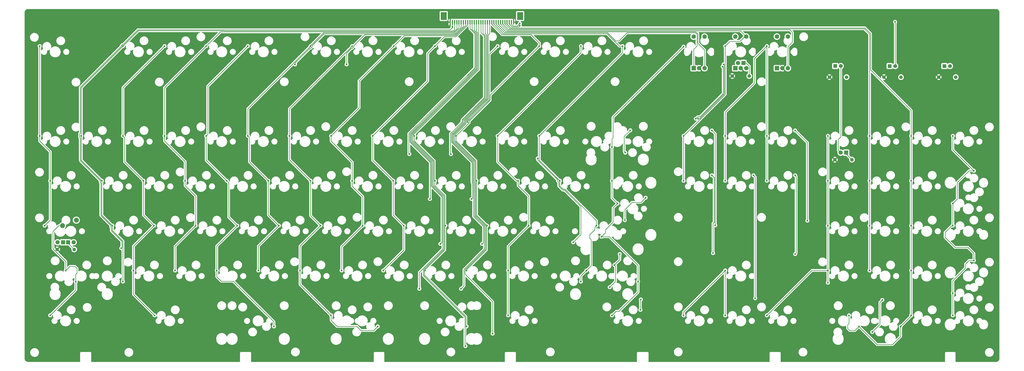
<source format=gtl>
G04 #@! TF.GenerationSoftware,KiCad,Pcbnew,(6.0.1-0)*
G04 #@! TF.CreationDate,2023-04-19T14:24:49-07:00*
G04 #@! TF.ProjectId,pcb,7063622e-6b69-4636-9164-5f7063625858,rev?*
G04 #@! TF.SameCoordinates,Original*
G04 #@! TF.FileFunction,Copper,L1,Top*
G04 #@! TF.FilePolarity,Positive*
%FSLAX46Y46*%
G04 Gerber Fmt 4.6, Leading zero omitted, Abs format (unit mm)*
G04 Created by KiCad (PCBNEW (6.0.1-0)) date 2023-04-19 14:24:49*
%MOMM*%
%LPD*%
G01*
G04 APERTURE LIST*
G04 #@! TA.AperFunction,ComponentPad*
%ADD10C,1.600000*%
G04 #@! TD*
G04 #@! TA.AperFunction,ComponentPad*
%ADD11R,1.800000X1.800000*%
G04 #@! TD*
G04 #@! TA.AperFunction,ComponentPad*
%ADD12C,1.800000*%
G04 #@! TD*
G04 #@! TA.AperFunction,ComponentPad*
%ADD13R,2.000000X2.000000*%
G04 #@! TD*
G04 #@! TA.AperFunction,ComponentPad*
%ADD14C,2.000000*%
G04 #@! TD*
G04 #@! TA.AperFunction,SMDPad,CuDef*
%ADD15R,0.610000X2.000000*%
G04 #@! TD*
G04 #@! TA.AperFunction,SMDPad,CuDef*
%ADD16R,2.680000X3.600000*%
G04 #@! TD*
G04 #@! TA.AperFunction,ComponentPad*
%ADD17C,2.250000*%
G04 #@! TD*
G04 #@! TA.AperFunction,ComponentPad*
%ADD18C,1.905000*%
G04 #@! TD*
G04 #@! TA.AperFunction,ComponentPad*
%ADD19R,1.905000X1.905000*%
G04 #@! TD*
G04 #@! TA.AperFunction,ViaPad*
%ADD20C,0.800000*%
G04 #@! TD*
G04 #@! TA.AperFunction,Conductor*
%ADD21C,0.250000*%
G04 #@! TD*
G04 APERTURE END LIST*
D10*
X444150000Y-62992000D03*
X436350000Y-62992000D03*
D11*
X438975000Y-57900000D03*
D12*
X441515000Y-57900000D03*
D10*
X65876000Y-141986000D03*
X58076000Y-141986000D03*
X374733500Y-62484000D03*
X366933500Y-62484000D03*
D13*
X368333500Y-58900055D03*
D14*
X373333500Y-58900055D03*
X370833500Y-58900055D03*
X373333500Y-44400055D03*
X368333500Y-44400055D03*
D10*
X469210000Y-62992000D03*
X461410000Y-62992000D03*
D11*
X414065000Y-57880000D03*
D12*
X416605000Y-57880000D03*
D11*
X464035000Y-57900000D03*
D12*
X466575000Y-57900000D03*
D10*
X421717000Y-100838000D03*
X413917000Y-100838000D03*
D13*
X349283500Y-58900055D03*
D14*
X354283500Y-58900055D03*
X351783500Y-58900055D03*
X354283500Y-44400055D03*
X349283500Y-44400055D03*
D15*
X266912500Y-37780035D03*
X265912500Y-37780035D03*
X264912500Y-37780035D03*
X263912500Y-37780035D03*
X262912500Y-37780035D03*
X261912500Y-37780035D03*
X260912500Y-37780035D03*
X259912500Y-37780035D03*
X258912500Y-37780035D03*
X257912500Y-37780035D03*
X256912500Y-37780035D03*
X255912500Y-37780035D03*
X254912500Y-37780035D03*
X253912500Y-37780035D03*
X252912500Y-37780035D03*
X251912500Y-37780035D03*
X250912500Y-37780035D03*
X249912500Y-37780035D03*
X248912500Y-37780035D03*
X247912500Y-37780035D03*
X246912500Y-37780035D03*
X245912500Y-37780035D03*
X244912500Y-37780035D03*
X243912500Y-37780035D03*
X242912500Y-37780035D03*
X241912500Y-37780035D03*
X240912500Y-37780035D03*
X239912500Y-37780035D03*
X238912500Y-37780035D03*
X237912500Y-37780035D03*
D16*
X234922500Y-34980035D03*
X269902500Y-34980035D03*
D10*
X419240000Y-62992000D03*
X411440000Y-62992000D03*
D13*
X387383500Y-58900055D03*
D14*
X392383500Y-58900055D03*
X389883500Y-58900055D03*
X392383500Y-44400055D03*
X387383500Y-44400055D03*
D17*
X60483750Y-131100130D03*
X66833750Y-128560130D03*
D18*
X65563750Y-138720130D03*
D19*
X63023750Y-138720130D03*
D18*
X369563500Y-56480055D03*
D19*
X372103500Y-56480055D03*
D18*
X58261250Y-138720130D03*
D19*
X60801250Y-138720130D03*
D18*
X416547000Y-97600097D03*
D19*
X419087000Y-97600097D03*
D20*
X87376000Y-141421011D03*
X238912500Y-39979500D03*
X441452000Y-37629500D03*
X166890000Y-57138000D03*
X362553980Y-58166000D03*
X350266000Y-82042000D03*
X219202000Y-98274000D03*
X228588000Y-118860000D03*
X233414000Y-139434000D03*
X223762000Y-160008000D03*
X244856000Y-186308090D03*
X363003500Y-57150000D03*
X351375461Y-82079500D03*
X190500000Y-57150000D03*
X238252000Y-98298000D03*
X247650000Y-118872000D03*
X252476000Y-139446000D03*
X242824000Y-160020000D03*
X257290000Y-180582000D03*
X318008000Y-97600099D03*
X320294000Y-87376000D03*
X359156000Y-130905980D03*
X357625500Y-87440097D03*
X317785750Y-128560130D03*
X327310750Y-118280120D03*
X357625500Y-108000118D03*
X358140000Y-143664460D03*
X377444000Y-164375500D03*
X376675500Y-108000118D03*
X294195500Y-138720143D03*
X277913500Y-100273011D03*
X395725500Y-87440097D03*
X401320000Y-128778000D03*
X310864250Y-159280150D03*
X315469148Y-144112832D03*
X313023250Y-149120150D03*
X395725500Y-108000118D03*
X395732000Y-144113980D03*
X324929500Y-169680187D03*
X325120000Y-164941980D03*
X435610000Y-165152160D03*
X431025000Y-179840181D03*
X306578000Y-74676000D03*
X289814000Y-55118000D03*
X337820000Y-48006000D03*
X120396000Y-136652000D03*
X259080000Y-62738000D03*
X391668000Y-152908000D03*
X467868000Y-120904000D03*
X448818000Y-151638000D03*
X467868000Y-89916000D03*
X448818000Y-131064000D03*
X467868000Y-131064000D03*
X477520000Y-105918000D03*
X467868000Y-162052000D03*
X443992000Y-177292000D03*
X420370000Y-172212000D03*
X448818000Y-172212000D03*
X448818000Y-89916000D03*
X448818000Y-110490000D03*
X467868000Y-172212000D03*
X424942000Y-177292000D03*
X477520000Y-147066000D03*
X344678000Y-172212000D03*
X363728000Y-151638000D03*
X429768000Y-110490000D03*
X429768000Y-89916000D03*
X363728000Y-172212000D03*
X410718000Y-131064000D03*
X382778000Y-172212000D03*
X429768000Y-151638000D03*
X410718000Y-151638000D03*
X410718000Y-89916000D03*
X410713701Y-157230299D03*
X410718000Y-110490000D03*
X429768000Y-131064000D03*
X382778000Y-48768000D03*
X363728000Y-48768000D03*
X363728000Y-110490000D03*
X344678000Y-110490000D03*
X382778000Y-110490000D03*
X382778000Y-89916000D03*
X344678000Y-89916000D03*
X363728000Y-89916000D03*
X323850000Y-156718000D03*
X278638000Y-89916000D03*
X307086000Y-136144000D03*
X288036000Y-110490000D03*
X314452000Y-120904000D03*
X304800000Y-131064000D03*
X316738000Y-48768000D03*
X311912000Y-110490000D03*
X311912000Y-172212000D03*
X300228000Y-151638000D03*
X297688000Y-156718000D03*
X344678000Y-49022000D03*
X311912000Y-94996000D03*
X297688000Y-48768000D03*
X264414000Y-151638000D03*
X268986000Y-110490000D03*
X245364000Y-151638000D03*
X278638000Y-48768000D03*
X273812000Y-131064000D03*
X254762000Y-131064000D03*
X240538000Y-89916000D03*
X259588000Y-89916000D03*
X249936000Y-110490000D03*
X264414000Y-172212000D03*
X216662000Y-131064000D03*
X245867701Y-83561701D03*
X207264000Y-151638000D03*
X230886000Y-110490000D03*
X221488000Y-89916000D03*
X202438000Y-89916000D03*
X230886000Y-48768000D03*
X259588000Y-48768000D03*
X226314000Y-151638000D03*
X235712000Y-131064000D03*
X245364000Y-177292000D03*
X211836000Y-110490000D03*
X197866000Y-131064000D03*
X188214000Y-151638000D03*
X169164000Y-151638000D03*
X164338000Y-89916000D03*
X178562000Y-131064000D03*
X193040000Y-48768000D03*
X204724000Y-177292000D03*
X212090000Y-48768000D03*
X183388000Y-89916000D03*
X173990000Y-110490000D03*
X183388000Y-172212000D03*
X193040000Y-110490000D03*
X159512000Y-131064000D03*
X157226000Y-177292000D03*
X145288000Y-48768000D03*
X173990000Y-48768000D03*
X135636000Y-110490000D03*
X145288000Y-89916000D03*
X150114000Y-151638000D03*
X131064000Y-151638000D03*
X154686000Y-110490000D03*
X140462000Y-131064000D03*
X126238000Y-89916000D03*
X121412000Y-131064000D03*
X92964000Y-151638000D03*
X107188000Y-89916000D03*
X102362000Y-131064000D03*
X107188000Y-48768000D03*
X116586000Y-110490000D03*
X102616000Y-172212000D03*
X88138000Y-89916000D03*
X97536000Y-110490000D03*
X112014000Y-151638000D03*
X126238000Y-48768000D03*
X83312000Y-131064000D03*
X50038000Y-89916000D03*
X66548000Y-156718000D03*
X88138000Y-48768000D03*
X78486000Y-110490000D03*
X54864000Y-110490000D03*
X50038000Y-48768000D03*
X88138000Y-156718000D03*
X52324000Y-131064000D03*
X54864000Y-172212000D03*
X61976000Y-151638000D03*
X69088000Y-89916000D03*
X269760548Y-39366051D03*
X269748000Y-38354000D03*
D21*
X468907939Y-141043522D02*
X464343580Y-136479163D01*
X467396681Y-131064000D02*
X467868000Y-131064000D01*
X474799522Y-141043522D02*
X471858478Y-141043522D01*
X464343580Y-136479163D02*
X464343580Y-134117101D01*
X471858478Y-141043522D02*
X468907939Y-141043522D01*
X464343580Y-134117101D02*
X467396681Y-131064000D01*
X68638480Y-67631802D02*
X68638480Y-88587520D01*
X82862480Y-133497931D02*
X83775274Y-134410726D01*
X238912500Y-39979500D02*
X238912500Y-40233500D01*
X77724000Y-110363718D02*
X77724000Y-111193520D01*
X68638480Y-88587520D02*
X68326000Y-88900000D01*
X87432989Y-141421011D02*
X87376000Y-141421011D01*
X68638480Y-90932000D02*
X68638480Y-101278197D01*
X82587489Y-131805009D02*
X82862480Y-132080000D01*
X87688480Y-138323932D02*
X87688480Y-141165520D01*
X78036480Y-126424197D02*
X82587489Y-130975207D01*
X441515000Y-57900000D02*
X441515000Y-37692500D01*
X82587489Y-130975207D02*
X82587489Y-131805009D01*
X68638480Y-101278197D02*
X77724000Y-110363718D01*
X82862480Y-132080000D02*
X82862480Y-133497931D01*
X78036480Y-111506000D02*
X78036480Y-126424197D01*
X68326000Y-88900000D02*
X68326000Y-90619520D01*
X238912500Y-40233500D02*
X237881040Y-41264960D01*
X87688480Y-141165520D02*
X87432989Y-141421011D01*
X77724000Y-111193520D02*
X78036480Y-111506000D01*
X88226793Y-48043489D02*
X87837897Y-48043489D01*
X441515000Y-37692500D02*
X441452000Y-37629500D01*
X95005323Y-41264960D02*
X88226793Y-48043489D01*
X87837897Y-48043489D02*
X87376000Y-48505386D01*
X87376000Y-48894282D02*
X68638480Y-67631802D01*
X238912500Y-37780035D02*
X238912500Y-39979500D01*
X68326000Y-90619520D02*
X68638480Y-90932000D01*
X87376000Y-48505386D02*
X87376000Y-48894282D01*
X237881040Y-41264960D02*
X95005323Y-41264960D01*
X83775274Y-134410726D02*
X87688480Y-138323932D01*
X166890000Y-56503718D02*
X173672859Y-49720859D01*
X362828960Y-58440980D02*
X362553980Y-58166000D01*
X239886861Y-43096974D02*
X242912500Y-40071335D01*
X166890000Y-57138000D02*
X166890000Y-56503718D01*
X362828960Y-70493604D02*
X362828960Y-58440980D01*
X180169026Y-43096974D02*
X239886861Y-43096974D01*
X242912500Y-40071335D02*
X242912500Y-37780035D01*
X350266000Y-82042000D02*
X351155718Y-81152282D01*
X174714511Y-48551489D02*
X180169026Y-43096974D01*
X174061755Y-49720859D02*
X174714511Y-49068103D01*
X174714511Y-49068103D02*
X174714511Y-48551489D01*
X173672859Y-49720859D02*
X174061755Y-49720859D01*
X351155718Y-81152282D02*
X352170282Y-81152282D01*
X352170282Y-81152282D02*
X362828960Y-70493604D01*
X218965409Y-98037409D02*
X218965409Y-88871105D01*
X249114420Y-58722094D02*
X249114420Y-42995574D01*
X246912500Y-40793653D02*
X246912500Y-37780035D01*
X218965409Y-88871105D02*
X249114420Y-58722094D01*
X249114420Y-42995574D02*
X246912500Y-40793653D01*
X219202000Y-98274000D02*
X218965409Y-98037409D01*
X228812929Y-102122991D02*
X219414929Y-92724988D01*
X249563940Y-58908292D02*
X249563940Y-42809376D01*
X249563940Y-42809376D02*
X247912500Y-41157935D01*
X219414929Y-89057303D02*
X249563940Y-58908292D01*
X228588000Y-118860000D02*
X228812929Y-118635071D01*
X219414929Y-92724988D02*
X219414929Y-89057303D01*
X247912500Y-41157935D02*
X247912500Y-37780035D01*
X228812929Y-118635071D02*
X228812929Y-102122991D01*
X250013460Y-42623178D02*
X248912500Y-41522218D01*
X248912500Y-41522218D02*
X248912500Y-37780035D01*
X233414000Y-139434000D02*
X234088449Y-138759551D01*
X234088449Y-117797815D02*
X229262449Y-112971813D01*
X234088449Y-138759551D02*
X234088449Y-117797815D01*
X219864449Y-92538791D02*
X219864449Y-89243501D01*
X219864449Y-89243501D02*
X250013460Y-59094490D01*
X229262449Y-112971813D02*
X229262449Y-101936793D01*
X250013460Y-59094490D02*
X250013460Y-42623178D01*
X229262449Y-101936793D02*
X219864449Y-92538791D01*
X229711969Y-112785616D02*
X234537969Y-117611617D01*
X223762000Y-152529669D02*
X223762000Y-160008000D01*
X250462980Y-59280688D02*
X220313969Y-89429699D01*
X249912500Y-37780035D02*
X249912500Y-41886500D01*
X249912500Y-41886500D02*
X250462980Y-42436980D01*
X234537969Y-117611617D02*
X234537969Y-141753699D01*
X229711969Y-101750595D02*
X229711969Y-112785616D01*
X220313969Y-92352594D02*
X229711969Y-101750595D01*
X250462980Y-42436980D02*
X250462980Y-59280688D01*
X220313969Y-89429699D02*
X220313969Y-92352594D01*
X234537969Y-141753699D02*
X223762000Y-152529669D01*
X230161489Y-101564397D02*
X230161489Y-112599419D01*
X220763489Y-92166397D02*
X230161489Y-101564397D01*
X250912500Y-59466886D02*
X220763489Y-89615897D01*
X225589489Y-153926181D02*
X244639489Y-172976181D01*
X244639489Y-186091579D02*
X244856000Y-186308090D01*
X250912500Y-37780035D02*
X250912500Y-59466886D01*
X225589489Y-151337897D02*
X225589489Y-153926181D01*
X234987489Y-117425419D02*
X234987489Y-141939897D01*
X234987489Y-141939897D02*
X225589489Y-151337897D01*
X220763489Y-89615897D02*
X220763489Y-92166397D01*
X230161489Y-112599419D02*
X234987489Y-117425419D01*
X244639489Y-172976181D02*
X244639489Y-186091579D01*
X193802000Y-48514000D02*
X198769506Y-43546494D01*
X363278480Y-57424980D02*
X363003500Y-57150000D01*
X363278480Y-70679802D02*
X363278480Y-57424980D01*
X193802000Y-49030614D02*
X193802000Y-48514000D01*
X190500000Y-51943718D02*
X192595859Y-49847859D01*
X190500000Y-57150000D02*
X190500000Y-51943718D01*
X351375461Y-82079500D02*
X351878782Y-82079500D01*
X192984755Y-49847859D02*
X193802000Y-49030614D01*
X198769506Y-43546494D02*
X240073059Y-43546494D01*
X351878782Y-82079500D02*
X363278480Y-70679802D01*
X240073059Y-43546494D02*
X243912500Y-39707053D01*
X243912500Y-39707053D02*
X243912500Y-37780035D01*
X192595859Y-49847859D02*
X192984755Y-49847859D01*
X238015409Y-88871106D02*
X243303314Y-83583201D01*
X253471920Y-44128198D02*
X251912500Y-42568778D01*
X253471920Y-72389996D02*
X253471920Y-44128198D01*
X243303314Y-82558602D02*
X253471920Y-72389996D01*
X243303314Y-83583201D02*
X243303314Y-82558602D01*
X251912500Y-42568778D02*
X251912500Y-37780035D01*
X238015409Y-98061409D02*
X238015409Y-88871106D01*
X238252000Y-98298000D02*
X238015409Y-98061409D01*
X247835116Y-111320884D02*
X248137920Y-111623688D01*
X243752834Y-82744800D02*
X243752834Y-83769399D01*
X253921440Y-72576194D02*
X243752834Y-82744800D01*
X248137920Y-118384080D02*
X247650000Y-118872000D01*
X247862929Y-102122989D02*
X247862929Y-111293071D01*
X252912500Y-42933060D02*
X253921440Y-43942000D01*
X252912500Y-37780035D02*
X252912500Y-42933060D01*
X238464929Y-89057304D02*
X238464929Y-92724989D01*
X248137920Y-111623688D02*
X248137920Y-118384080D01*
X243752834Y-83769399D02*
X238464929Y-89057304D01*
X238464929Y-92724989D02*
X247862929Y-102122989D01*
X253921440Y-43942000D02*
X253921440Y-72576194D01*
X247862929Y-111293071D02*
X247835116Y-111320884D01*
X253138449Y-138783551D02*
X252476000Y-139446000D01*
X248587440Y-126796592D02*
X253138449Y-131347603D01*
X254370960Y-72762392D02*
X244202354Y-82930998D01*
X253912500Y-43092500D02*
X254370960Y-43550960D01*
X238914449Y-89243502D02*
X238914449Y-92538791D01*
X244202354Y-82930998D02*
X244202354Y-83955597D01*
X244202354Y-83955597D02*
X238914449Y-89243502D01*
X238914449Y-92538791D02*
X248312449Y-101936791D01*
X253912500Y-37780035D02*
X253912500Y-43092500D01*
X248587440Y-111437490D02*
X248587440Y-126796592D01*
X248312449Y-101936791D02*
X248312449Y-111162499D01*
X253138449Y-131347603D02*
X253138449Y-138783551D01*
X254370960Y-43550960D02*
X254370960Y-72762392D01*
X248312449Y-111162499D02*
X248587440Y-111437490D01*
X248761969Y-101750595D02*
X248761969Y-110976301D01*
X254912500Y-43440809D02*
X254820480Y-43532829D01*
X253587969Y-131161405D02*
X253587969Y-141753700D01*
X248761969Y-110976301D02*
X249036960Y-111251292D01*
X254820480Y-72948590D02*
X244651874Y-83117196D01*
X244189969Y-151151700D02*
X244189969Y-158654031D01*
X254820480Y-43532829D02*
X254820480Y-72948590D01*
X249036960Y-126610396D02*
X253587969Y-131161405D01*
X239363969Y-89429700D02*
X239363969Y-92352594D01*
X239363969Y-92352594D02*
X248761969Y-101750595D01*
X244651874Y-84141795D02*
X239363969Y-89429700D01*
X244189969Y-158654031D02*
X242824000Y-160020000D01*
X253587969Y-141753700D02*
X244189969Y-151151700D01*
X249036960Y-111251292D02*
X249036960Y-126610396D01*
X244651874Y-83117196D02*
X244651874Y-84141795D01*
X254912500Y-37780035D02*
X254912500Y-43440809D01*
X249486480Y-111065094D02*
X249486480Y-126424197D01*
X254037489Y-141939897D02*
X244639489Y-151337897D01*
X249211489Y-110790103D02*
X249486480Y-111065094D01*
X255912500Y-43076526D02*
X255270000Y-43719026D01*
X257290000Y-165924756D02*
X257290000Y-180582000D01*
X245101394Y-84327992D02*
X239813489Y-89615897D01*
X255270000Y-43719026D02*
X255270000Y-73134788D01*
X239813489Y-92166396D02*
X249211489Y-101564397D01*
X255270000Y-73134788D02*
X245101394Y-83303394D01*
X244639489Y-151337897D02*
X244639489Y-153274245D01*
X245101394Y-83303394D02*
X245101394Y-84327992D01*
X255912500Y-37780035D02*
X255912500Y-43076526D01*
X244639489Y-153274245D02*
X257290000Y-165924756D01*
X249486480Y-126424197D02*
X254037489Y-130975207D01*
X239813489Y-89615897D02*
X239813489Y-92166396D01*
X254037489Y-130975207D02*
X254037489Y-141939897D01*
X249211489Y-101564397D02*
X249211489Y-110790103D01*
X317520479Y-97112578D02*
X317520479Y-90149521D01*
X318008000Y-97600099D02*
X317520479Y-97112578D01*
X317520479Y-90149521D02*
X320294000Y-87376000D01*
X359156000Y-88900000D02*
X357696097Y-87440097D01*
X359156000Y-130905980D02*
X359156000Y-88900000D01*
X357696097Y-87440097D02*
X357625500Y-87440097D01*
X317785750Y-123693666D02*
X321083416Y-120396000D01*
X317785750Y-128560130D02*
X317785750Y-123693666D01*
X321083416Y-120396000D02*
X325194870Y-120396000D01*
X325194870Y-120396000D02*
X327310750Y-118280120D01*
X358706480Y-129481520D02*
X358140000Y-130048000D01*
X358706480Y-109081098D02*
X358706480Y-129481520D01*
X357625500Y-108000118D02*
X358706480Y-109081098D01*
X358140000Y-130048000D02*
X358140000Y-143664460D01*
X377444000Y-164375500D02*
X377444000Y-108768618D01*
X377444000Y-108768618D02*
X376675500Y-108000118D01*
X277913500Y-101003217D02*
X286956141Y-110045859D01*
X286956141Y-110045859D02*
X286956141Y-110621661D01*
X297669079Y-122269262D02*
X297669079Y-135246564D01*
X286956141Y-110621661D02*
X287586480Y-111252000D01*
X289403444Y-114779162D02*
X290178979Y-114779162D01*
X290178979Y-114779162D02*
X297669079Y-122269262D01*
X287586480Y-111252000D02*
X287586480Y-112962197D01*
X277913500Y-100273011D02*
X277913500Y-101003217D01*
X297669079Y-135246564D02*
X294195500Y-138720143D01*
X287586480Y-112962197D02*
X289403444Y-114779162D01*
X401320000Y-92964000D02*
X395796097Y-87440097D01*
X401320000Y-128778000D02*
X401320000Y-92964000D01*
X395796097Y-87440097D02*
X395725500Y-87440097D01*
X315469148Y-146674252D02*
X313023250Y-149120150D01*
X313023250Y-149120150D02*
X313510771Y-149607671D01*
X313510771Y-149607671D02*
X313510771Y-156633629D01*
X315469148Y-144112832D02*
X315469148Y-146674252D01*
X313510771Y-156633629D02*
X310864250Y-159280150D01*
X396213021Y-143632959D02*
X396213021Y-108487639D01*
X395732000Y-144113980D02*
X396213021Y-143632959D01*
X396213021Y-108487639D02*
X395725500Y-108000118D01*
X324929500Y-169680187D02*
X324929500Y-165132480D01*
X324929500Y-165132480D02*
X325120000Y-164941980D01*
X435610000Y-165152160D02*
X434498579Y-166263581D01*
X431029819Y-179840181D02*
X431025000Y-179840181D01*
X434498579Y-166263581D02*
X434498579Y-176371421D01*
X434498579Y-176371421D02*
X431029819Y-179840181D01*
X420370000Y-172212000D02*
X420370000Y-175906207D01*
X423059298Y-179174702D02*
X424942000Y-177292000D01*
X448818000Y-172466000D02*
X448818000Y-172212000D01*
X448818000Y-89916000D02*
X448818000Y-78232000D01*
X424942000Y-177292000D02*
X433233601Y-185583601D01*
X469880520Y-111319499D02*
X475282019Y-105918000D01*
X477520000Y-105918000D02*
X467868000Y-96266000D01*
X475282019Y-105918000D02*
X477520000Y-105918000D01*
X430217520Y-42993803D02*
X427609717Y-40386000D01*
X477520000Y-143764000D02*
X474799522Y-141043522D01*
X448818000Y-131064000D02*
X448818000Y-110490000D01*
X427609717Y-40386000D02*
X266700000Y-40386000D01*
X467868000Y-131064000D02*
X467868000Y-120904000D01*
X443992000Y-181852632D02*
X443992000Y-177292000D01*
X469880520Y-118891480D02*
X469880520Y-111319499D01*
X467868000Y-162052000D02*
X467868000Y-156301546D01*
X419752479Y-176523728D02*
X419752479Y-178198479D01*
X419752479Y-178198479D02*
X420728702Y-179174702D01*
X473717479Y-148602590D02*
X475254069Y-147066000D01*
X467868000Y-96266000D02*
X467868000Y-89916000D01*
X473717479Y-150452067D02*
X473717479Y-148602590D01*
X443992000Y-177292000D02*
X448818000Y-172466000D01*
X420728702Y-179174702D02*
X423059298Y-179174702D01*
X467868000Y-120904000D02*
X469880520Y-118891480D01*
X467868000Y-156301546D02*
X473717479Y-150452067D01*
X448818000Y-172212000D02*
X448818000Y-151638000D01*
X266700000Y-40386000D02*
X265564443Y-40386000D01*
X263912500Y-38734057D02*
X263912500Y-37780035D01*
X448818000Y-110490000D02*
X448818000Y-89916000D01*
X433233601Y-185583601D02*
X440261031Y-185583601D01*
X475254069Y-147066000D02*
X477520000Y-147066000D01*
X430217520Y-59631520D02*
X430217520Y-42993803D01*
X440261031Y-185583601D02*
X443992000Y-181852632D01*
X448818000Y-78232000D02*
X430217520Y-59631520D01*
X477520000Y-147066000D02*
X477520000Y-143764000D01*
X467868000Y-172212000D02*
X467868000Y-162052000D01*
X420370000Y-175906207D02*
X419752479Y-176523728D01*
X265564443Y-40386000D02*
X263912500Y-38734057D01*
X448818000Y-151638000D02*
X448818000Y-131064000D01*
X344678000Y-170688000D02*
X363728000Y-151638000D01*
X262912500Y-38665753D02*
X262912500Y-37780035D01*
X410713701Y-157230299D02*
X410718000Y-157226000D01*
X410718000Y-151638000D02*
X410718000Y-131064000D01*
X410718000Y-110490000D02*
X410718000Y-89916000D01*
X382778000Y-172212000D02*
X403352000Y-151638000D01*
X403352000Y-151638000D02*
X410718000Y-151638000D01*
X363728000Y-172212000D02*
X363728000Y-151638000D01*
X265082267Y-40835520D02*
X262912500Y-38665753D01*
X344678000Y-172212000D02*
X344678000Y-170688000D01*
X429768000Y-131064000D02*
X429768000Y-110490000D01*
X429768000Y-43180000D02*
X427423520Y-40835520D01*
X427423520Y-40835520D02*
X265082267Y-40835520D01*
X429768000Y-110490000D02*
X429768000Y-89916000D01*
X410718000Y-157226000D02*
X410718000Y-151638000D01*
X410718000Y-131064000D02*
X410718000Y-110490000D01*
X429768000Y-151638000D02*
X429768000Y-131064000D01*
X429768000Y-89916000D02*
X429768000Y-43180000D01*
X263984560Y-41734560D02*
X260912500Y-38662500D01*
X363728000Y-79071026D02*
X363728000Y-89916000D01*
X260912500Y-38662500D02*
X260912500Y-37780035D01*
X370668005Y-41734560D02*
X263984560Y-41734560D01*
X377101513Y-54444487D02*
X377101513Y-65697513D01*
X344678000Y-110490000D02*
X344678000Y-89916000D01*
X382778000Y-89916000D02*
X382778000Y-48768000D01*
X363728000Y-110490000D02*
X363728000Y-89916000D01*
X363728000Y-48768000D02*
X365910979Y-46585021D01*
X344678000Y-89916000D02*
X363728000Y-70866000D01*
X382778000Y-48768000D02*
X377101513Y-54444487D01*
X372642526Y-44400055D02*
X373333500Y-44400055D01*
X370457560Y-46585021D02*
X372642526Y-44400055D01*
X377101513Y-65697513D02*
X363728000Y-79071026D01*
X363728000Y-70866000D02*
X363728000Y-48768000D01*
X382778000Y-110490000D02*
X382778000Y-89916000D01*
X373333500Y-44400055D02*
X370668005Y-41734560D01*
X365910979Y-46585021D02*
X370457560Y-46585021D01*
X310733015Y-136144000D02*
X323850000Y-149260985D01*
X307086000Y-136144000D02*
X308910203Y-134319797D01*
X288036000Y-110490000D02*
X278638000Y-101092000D01*
X304038000Y-132989097D02*
X304038000Y-131826000D01*
X312420000Y-129464854D02*
X312420000Y-122936000D01*
X307086000Y-136144000D02*
X310733015Y-136144000D01*
X289589642Y-114329642D02*
X288036000Y-112776000D01*
X323850000Y-149260985D02*
X323850000Y-156718000D01*
X290365177Y-114329642D02*
X289589642Y-114329642D01*
X262261563Y-43083120D02*
X257912500Y-38734057D01*
X302374170Y-137528170D02*
X301752000Y-136906000D01*
X301752000Y-135275097D02*
X304038000Y-132989097D01*
X315048334Y-170345666D02*
X323850000Y-161544000D01*
X302374170Y-149491830D02*
X302374170Y-137528170D01*
X301752000Y-136906000D02*
X301752000Y-135275097D01*
X304800000Y-128764465D02*
X290365177Y-114329642D01*
X308910203Y-132974651D02*
X312420000Y-129464854D01*
X288036000Y-112776000D02*
X288036000Y-110490000D01*
X304800000Y-131064000D02*
X304800000Y-128764465D01*
X278638000Y-89916000D02*
X316738000Y-51816000D01*
X311912000Y-118364000D02*
X311912000Y-110490000D01*
X311912000Y-91234064D02*
X312389521Y-90756543D01*
X323850000Y-161544000D02*
X323850000Y-156718000D01*
X297688000Y-156718000D02*
X297688000Y-154178000D01*
X278638000Y-101092000D02*
X278638000Y-89916000D01*
X297688000Y-154178000D02*
X300228000Y-151638000D01*
X300228000Y-151638000D02*
X302374170Y-149491830D01*
X315378682Y-48768000D02*
X309693802Y-43083120D01*
X309693802Y-43083120D02*
X262261563Y-43083120D01*
X308910203Y-134319797D02*
X308910203Y-132974651D01*
X316738000Y-51816000D02*
X316738000Y-48768000D01*
X304038000Y-131826000D02*
X304800000Y-131064000D01*
X257912500Y-38734057D02*
X257912500Y-37780035D01*
X311912000Y-172212000D02*
X313778334Y-170345666D01*
X314452000Y-120904000D02*
X311912000Y-118364000D01*
X312420000Y-122936000D02*
X314452000Y-120904000D01*
X311912000Y-110490000D02*
X311912000Y-94996000D01*
X316738000Y-48768000D02*
X315378682Y-48768000D01*
X312389521Y-90756543D02*
X312389521Y-81310479D01*
X311912000Y-94996000D02*
X311912000Y-91234064D01*
X312389521Y-81310479D02*
X344678000Y-49022000D01*
X313778334Y-170345666D02*
X315048334Y-170345666D01*
X240538000Y-89916000D02*
X240538016Y-89916000D01*
X268279026Y-110490000D02*
X259588000Y-101798974D01*
X240538016Y-89916000D02*
X246592212Y-83861804D01*
X273812000Y-117514212D02*
X268986000Y-112688212D01*
X264414000Y-172212000D02*
X264414000Y-151638000D01*
X264414000Y-140462000D02*
X273812000Y-131064000D01*
X261711083Y-43532640D02*
X256912500Y-38734057D01*
X256169040Y-71236960D02*
X256169040Y-72273040D01*
X245364000Y-151638000D02*
X245364000Y-151249104D01*
X249936000Y-110490000D02*
X249661009Y-110215009D01*
X268986000Y-112688212D02*
X268986000Y-110490000D01*
X264414000Y-151638000D02*
X264414000Y-140462000D01*
X246592212Y-83861804D02*
X246592212Y-83084012D01*
X297688000Y-51816000D02*
X297688000Y-48768000D01*
X254487009Y-131338991D02*
X254762000Y-131064000D01*
X240538000Y-92255190D02*
X240538000Y-89916000D01*
X245364000Y-151249104D02*
X254487009Y-142126095D01*
X274926640Y-43532640D02*
X261711083Y-43532640D01*
X256169040Y-73507183D02*
X256169040Y-72273040D01*
X256912500Y-38734057D02*
X256912500Y-37780035D01*
X249661009Y-110215009D02*
X249661009Y-101378199D01*
X273812000Y-131064000D02*
X273812000Y-117514212D01*
X278638000Y-48768000D02*
X278638000Y-47244000D01*
X259588000Y-89916000D02*
X297688000Y-51816000D01*
X278638000Y-48768000D02*
X256169040Y-71236960D01*
X254762000Y-131064000D02*
X249936000Y-126238000D01*
X249936000Y-126238000D02*
X249936000Y-110490000D01*
X268986000Y-110490000D02*
X268279026Y-110490000D01*
X249661009Y-101378199D02*
X240538000Y-92255190D01*
X246592212Y-83084012D02*
X256169040Y-73507183D01*
X278638000Y-47244000D02*
X274926640Y-43532640D01*
X254487009Y-142126095D02*
X254487009Y-131338991D01*
X259588000Y-101798974D02*
X259588000Y-89916000D01*
X230886000Y-112688212D02*
X230886000Y-110490000D01*
X235437009Y-142126095D02*
X235437009Y-131338991D01*
X226314000Y-151638000D02*
X226314000Y-151249104D01*
X245364000Y-177292000D02*
X245110000Y-177292000D01*
X226039009Y-153739983D02*
X245089009Y-172789983D01*
X216662000Y-142240000D02*
X216662000Y-131064000D01*
X230886000Y-110490000D02*
X230611009Y-110215009D01*
X207264000Y-151638000D02*
X216662000Y-142240000D01*
X255719520Y-52636480D02*
X259588000Y-48768000D01*
X235437009Y-131338991D02*
X235712000Y-131064000D01*
X211836000Y-126238000D02*
X211836000Y-110490000D01*
X226314000Y-151638000D02*
X226039009Y-151912991D01*
X230886000Y-48768000D02*
X235208466Y-44445534D01*
X235712000Y-131064000D02*
X235437009Y-130789009D01*
X245912500Y-38978489D02*
X245912500Y-37780035D01*
X240445455Y-44445534D02*
X245912500Y-38978489D01*
X245867701Y-83561701D02*
X245867701Y-83172805D01*
X202438000Y-89916000D02*
X227584000Y-64770000D01*
X245110000Y-177292000D02*
X245089009Y-177271009D01*
X230611009Y-110215009D02*
X230611009Y-101378199D01*
X245089009Y-172789983D02*
X245089009Y-177017009D01*
X255719520Y-54922480D02*
X255719520Y-52636480D01*
X227584000Y-64770000D02*
X227584000Y-52070000D01*
X221488000Y-92255190D02*
X221488000Y-89916000D01*
X230611009Y-101378199D02*
X221488000Y-92255190D01*
X245867701Y-83172805D02*
X255719520Y-73320986D01*
X245089009Y-177017009D02*
X245364000Y-177292000D01*
X202438000Y-101092000D02*
X202438000Y-89916000D01*
X227584000Y-52070000D02*
X230886000Y-48768000D01*
X226039009Y-151912991D02*
X226039009Y-153739983D01*
X235437009Y-117239221D02*
X230886000Y-112688212D01*
X226314000Y-151249104D02*
X235437009Y-142126095D01*
X235208466Y-44445534D02*
X240445455Y-44445534D01*
X255719520Y-73320986D02*
X255719520Y-54922480D01*
X211836000Y-110490000D02*
X202438000Y-101092000D01*
X235437009Y-130789009D02*
X235437009Y-117239221D01*
X216662000Y-131064000D02*
X211836000Y-126238000D01*
X178562000Y-131064000D02*
X173990000Y-126492000D01*
X193040000Y-112942212D02*
X193040000Y-110490000D01*
X186184739Y-177292000D02*
X183388000Y-174495261D01*
X188214000Y-151638000D02*
X188214000Y-140716000D01*
X193040000Y-101907190D02*
X183388000Y-92255190D01*
X183388000Y-92255190D02*
X183388000Y-89916000D01*
X193040000Y-110490000D02*
X193040000Y-101907190D01*
X169164000Y-157988000D02*
X169164000Y-151638000D01*
X183388000Y-89916000D02*
X196194521Y-77109479D01*
X169164000Y-151638000D02*
X169164000Y-140462000D01*
X183388000Y-172212000D02*
X169164000Y-157988000D01*
X164338000Y-100838000D02*
X164338000Y-89916000D01*
X173990000Y-110490000D02*
X164338000Y-100838000D01*
X183388000Y-174495261D02*
X183388000Y-172212000D01*
X188214000Y-140716000D02*
X197866000Y-131064000D01*
X216861986Y-43996014D02*
X240259257Y-43996014D01*
X164338000Y-89916000D02*
X164338000Y-77470000D01*
X196194521Y-77109479D02*
X196194521Y-64663479D01*
X195206554Y-177292000D02*
X186184739Y-177292000D01*
X197866000Y-117768212D02*
X193040000Y-112942212D01*
X164338000Y-77470000D02*
X193040000Y-48768000D01*
X169164000Y-140462000D02*
X178562000Y-131064000D01*
X197089245Y-179174691D02*
X195206554Y-177292000D01*
X196194521Y-64663479D02*
X212090000Y-48768000D01*
X240259257Y-43996014D02*
X244912500Y-39342771D01*
X204724000Y-177292000D02*
X202841309Y-179174691D01*
X244912500Y-39342771D02*
X244912500Y-37780035D01*
X202841309Y-179174691D02*
X197089245Y-179174691D01*
X197866000Y-131064000D02*
X197866000Y-117768212D01*
X173990000Y-126492000D02*
X173990000Y-110490000D01*
X212090000Y-48768000D02*
X216861986Y-43996014D01*
X133200586Y-156568586D02*
X131064000Y-154432000D01*
X179982829Y-42647454D02*
X239700663Y-42647454D01*
X150114000Y-140462000D02*
X159512000Y-131064000D01*
X131064000Y-154432000D02*
X131064000Y-151638000D01*
X126238000Y-101092000D02*
X126238000Y-89916000D01*
X135636000Y-110490000D02*
X126238000Y-101092000D01*
X136545479Y-127147479D02*
X136545479Y-111399479D01*
X239700663Y-42647454D02*
X241912500Y-40435617D01*
X145288000Y-77470000D02*
X173990000Y-48768000D01*
X140462000Y-131064000D02*
X136545479Y-127147479D01*
X154686000Y-110490000D02*
X146070479Y-101874479D01*
X131064000Y-140462000D02*
X140462000Y-131064000D01*
X154686000Y-126238000D02*
X154686000Y-110490000D01*
X173990000Y-48640282D02*
X179982829Y-42647454D01*
X173990000Y-48768000D02*
X173990000Y-48640282D01*
X126962511Y-89191489D02*
X126962511Y-67093489D01*
X145288000Y-89916000D02*
X145288000Y-77470000D01*
X157226000Y-175120329D02*
X138674257Y-156568586D01*
X159512000Y-131064000D02*
X154686000Y-126238000D01*
X126238000Y-89916000D02*
X126962511Y-89191489D01*
X150114000Y-151638000D02*
X150114000Y-140462000D01*
X138674257Y-156568586D02*
X133200586Y-156568586D01*
X241912500Y-40435617D02*
X241912500Y-37780035D01*
X126962511Y-67093489D02*
X145288000Y-48768000D01*
X157226000Y-177292000D02*
X157226000Y-175120329D01*
X136545479Y-111399479D02*
X135636000Y-110490000D01*
X146070479Y-101874479D02*
X146070479Y-90698479D01*
X131064000Y-151638000D02*
X131064000Y-140462000D01*
X146070479Y-90698479D02*
X145288000Y-89916000D01*
X88920479Y-101874479D02*
X88920479Y-90698479D01*
X102616000Y-172212000D02*
X92964000Y-162560000D01*
X116586000Y-101653190D02*
X107188000Y-92255190D01*
X116586000Y-112688212D02*
X116586000Y-110490000D01*
X107188000Y-67818000D02*
X126238000Y-48768000D01*
X88138000Y-67818000D02*
X107188000Y-48768000D01*
X239514465Y-42197934D02*
X240912500Y-40799899D01*
X97536000Y-126238000D02*
X97536000Y-110490000D01*
X107188000Y-92255190D02*
X107188000Y-89916000D01*
X102362000Y-131064000D02*
X97536000Y-126238000D01*
X97536000Y-110490000D02*
X88920479Y-101874479D01*
X92964000Y-162560000D02*
X92964000Y-151638000D01*
X121412000Y-131064000D02*
X121412000Y-117514212D01*
X132842000Y-42164000D02*
X132875934Y-42197934D01*
X112014000Y-140462000D02*
X121412000Y-131064000D01*
X126238000Y-48768000D02*
X132842000Y-42164000D01*
X92964000Y-151638000D02*
X92964000Y-140462000D01*
X92964000Y-140462000D02*
X102362000Y-131064000D01*
X121412000Y-117514212D02*
X116586000Y-112688212D01*
X88920479Y-90698479D02*
X88138000Y-89916000D01*
X240912500Y-40799899D02*
X240912500Y-37780035D01*
X112014000Y-151638000D02*
X112014000Y-140462000D01*
X132875934Y-42197934D02*
X239514465Y-42197934D01*
X107188000Y-89916000D02*
X107188000Y-67818000D01*
X116586000Y-110490000D02*
X116586000Y-101653190D01*
X88138000Y-89916000D02*
X88138000Y-67818000D01*
X69088000Y-67818000D02*
X88138000Y-48768000D01*
X67120771Y-152786175D02*
X67120771Y-150686771D01*
X58721796Y-131100130D02*
X60483750Y-131100130D01*
X61976000Y-147476300D02*
X56134000Y-141634300D01*
X56134000Y-141634300D02*
X56134000Y-133687926D01*
X134620000Y-41748414D02*
X239328267Y-41748414D01*
X88138000Y-48768000D02*
X95191520Y-41714480D01*
X56134000Y-133687926D02*
X58721796Y-131100130D01*
X83312000Y-133311734D02*
X83312000Y-131064000D01*
X66548000Y-156718000D02*
X66548000Y-153358946D01*
X78486000Y-126238000D02*
X78486000Y-110490000D01*
X88138000Y-156718000D02*
X88138000Y-138137734D01*
X50038000Y-89916000D02*
X50038000Y-48768000D01*
X83312000Y-131064000D02*
X78486000Y-126238000D01*
X66219629Y-149785629D02*
X63828371Y-149785629D01*
X239328267Y-41748414D02*
X239912500Y-41164181D01*
X239912500Y-41164181D02*
X239912500Y-37780035D01*
X50038000Y-92255188D02*
X50038000Y-89916000D01*
X69088000Y-89916000D02*
X69088000Y-67818000D01*
X69088000Y-101092000D02*
X69088000Y-89916000D01*
X66548000Y-160528000D02*
X66548000Y-156718000D01*
X134586066Y-41714480D02*
X134620000Y-41748414D01*
X54864000Y-110490000D02*
X54864000Y-97081188D01*
X78486000Y-110490000D02*
X69088000Y-101092000D01*
X54864000Y-128524000D02*
X54864000Y-110490000D01*
X88138000Y-138137734D02*
X83312000Y-133311734D01*
X52324000Y-131064000D02*
X54864000Y-128524000D01*
X63828371Y-149785629D02*
X61976000Y-151638000D01*
X54864000Y-172212000D02*
X66548000Y-160528000D01*
X67120771Y-150686771D02*
X66219629Y-149785629D01*
X54864000Y-97081188D02*
X50038000Y-92255188D01*
X95191520Y-41714480D02*
X134586066Y-41714480D01*
X66548000Y-153358946D02*
X67120771Y-152786175D01*
X61976000Y-151638000D02*
X61976000Y-147476300D01*
X415448579Y-91539064D02*
X416605000Y-90382643D01*
X264912500Y-38665753D02*
X264912500Y-37780035D01*
X269190119Y-39936480D02*
X266183227Y-39936480D01*
X416605000Y-90382643D02*
X416605000Y-57880000D01*
X269760548Y-39366051D02*
X269190119Y-39936480D01*
X416547000Y-97600097D02*
X415448579Y-96501676D01*
X266183227Y-39936480D02*
X264912500Y-38665753D01*
X415448579Y-96501676D02*
X415448579Y-91539064D01*
X265912500Y-38734057D02*
X265912500Y-37780035D01*
X269748000Y-38354000D02*
X268615040Y-39486960D01*
X268615040Y-39486960D02*
X266665403Y-39486960D01*
X266665403Y-39486960D02*
X265912500Y-38734057D01*
X392383500Y-49011029D02*
X394462000Y-46932529D01*
X394462000Y-42418000D02*
X393329040Y-41285040D01*
X394462000Y-46932529D02*
X394462000Y-42418000D01*
X392383500Y-58900055D02*
X392383500Y-49011029D01*
X264463483Y-41285040D02*
X261912500Y-38734057D01*
X393329040Y-41285040D02*
X264463483Y-41285040D01*
X261912500Y-38734057D02*
X261912500Y-37780035D01*
X351256449Y-47523551D02*
X351256449Y-43154449D01*
X350286080Y-42184080D02*
X263362523Y-42184080D01*
X259912500Y-38734057D02*
X259912500Y-37780035D01*
X263362523Y-42184080D02*
X259912500Y-38734057D01*
X354283500Y-58900055D02*
X354283500Y-50550601D01*
X351256449Y-43154449D02*
X350286080Y-42184080D01*
X354283500Y-50550601D02*
X351256449Y-47523551D01*
X318797374Y-42633600D02*
X315126453Y-46304521D01*
X313550921Y-46304521D02*
X309880000Y-42633600D01*
X349283500Y-58900055D02*
X349283500Y-50201029D01*
X309880000Y-42633600D02*
X262812043Y-42633600D01*
X258912500Y-38734057D02*
X258912500Y-37780035D01*
X350806929Y-43340647D02*
X350099882Y-42633600D01*
X350491264Y-48993264D02*
X350806929Y-48677599D01*
X350491264Y-48993264D02*
X350774000Y-48710529D01*
X350806929Y-48677599D02*
X350806929Y-43340647D01*
X315126453Y-46304521D02*
X313550921Y-46304521D01*
X350099882Y-42633600D02*
X318797374Y-42633600D01*
X262812043Y-42633600D02*
X258912500Y-38734057D01*
X349283500Y-50201029D02*
X350491264Y-48993264D01*
X372103500Y-56480055D02*
X373306000Y-56480055D01*
X373306000Y-56480055D02*
X374733500Y-57907555D01*
X374733500Y-57907555D02*
X374733500Y-62484000D01*
X421717000Y-100838000D02*
X419087000Y-98208000D01*
X419087000Y-98208000D02*
X419087000Y-97600097D01*
X63023750Y-139133750D02*
X63023750Y-138720130D01*
X65876000Y-141986000D02*
X63023750Y-139133750D01*
G04 #@! TA.AperFunction,Conductor*
G36*
X487650056Y-31751500D02*
G01*
X487651496Y-31751724D01*
X487664858Y-31753805D01*
X487664861Y-31753805D01*
X487673730Y-31755186D01*
X487682632Y-31754022D01*
X487682634Y-31754022D01*
X487686174Y-31753559D01*
X487688957Y-31753195D01*
X487714279Y-31752452D01*
X487887905Y-31764870D01*
X487905693Y-31767427D01*
X488057608Y-31800475D01*
X488100552Y-31809817D01*
X488117801Y-31814881D01*
X488304655Y-31884574D01*
X488321002Y-31892040D01*
X488496030Y-31987613D01*
X488511153Y-31997332D01*
X488670797Y-32116840D01*
X488684383Y-32128613D01*
X488825387Y-32269617D01*
X488837160Y-32283203D01*
X488956668Y-32442847D01*
X488966387Y-32457970D01*
X489061960Y-32632998D01*
X489069426Y-32649345D01*
X489101301Y-32734806D01*
X489139119Y-32836200D01*
X489144183Y-32853448D01*
X489186572Y-33048303D01*
X489189130Y-33066095D01*
X489193594Y-33128504D01*
X489201041Y-33232629D01*
X489200297Y-33250533D01*
X489200195Y-33258858D01*
X489198814Y-33267730D01*
X489199978Y-33276632D01*
X489199978Y-33276635D01*
X489202936Y-33299251D01*
X489204000Y-33315589D01*
X489204000Y-191974672D01*
X489202500Y-191994056D01*
X489198814Y-192017730D01*
X489199978Y-192026632D01*
X489199978Y-192026634D01*
X489200805Y-192032955D01*
X489201548Y-192058280D01*
X489189131Y-192231901D01*
X489186572Y-192249697D01*
X489144183Y-192444552D01*
X489139119Y-192461800D01*
X489069426Y-192648655D01*
X489061960Y-192665002D01*
X488966387Y-192840030D01*
X488956668Y-192855153D01*
X488837160Y-193014797D01*
X488825387Y-193028383D01*
X488684383Y-193169387D01*
X488670797Y-193181160D01*
X488511153Y-193300668D01*
X488496030Y-193310387D01*
X488321002Y-193405960D01*
X488304655Y-193413426D01*
X488141332Y-193474342D01*
X488117800Y-193483119D01*
X488100552Y-193488183D01*
X488057608Y-193497525D01*
X487905693Y-193530573D01*
X487887905Y-193533130D01*
X487721369Y-193545041D01*
X487703467Y-193544297D01*
X487695142Y-193544195D01*
X487686270Y-193542814D01*
X487677368Y-193543978D01*
X487677365Y-193543978D01*
X487654749Y-193546936D01*
X487638411Y-193548000D01*
X469264000Y-193548000D01*
X469195879Y-193527998D01*
X469149386Y-193474342D01*
X469138000Y-193422000D01*
X469138000Y-189492702D01*
X469138002Y-189491932D01*
X469138421Y-189423322D01*
X469138476Y-189414348D01*
X469136010Y-189405719D01*
X469136009Y-189405714D01*
X469130361Y-189385952D01*
X469126783Y-189369191D01*
X469123870Y-189348848D01*
X469123867Y-189348838D01*
X469122595Y-189339955D01*
X469111979Y-189316605D01*
X469105536Y-189299093D01*
X469100954Y-189283063D01*
X469098488Y-189274435D01*
X469082726Y-189249452D01*
X469074596Y-189234386D01*
X469062367Y-189207490D01*
X469045626Y-189188061D01*
X469034521Y-189173053D01*
X469025630Y-189158961D01*
X469020840Y-189151369D01*
X468998703Y-189131818D01*
X468996643Y-189129733D01*
X482597822Y-189129733D01*
X482597975Y-189134121D01*
X482597975Y-189134127D01*
X482607244Y-189399536D01*
X482607625Y-189410458D01*
X482608387Y-189414781D01*
X482608388Y-189414788D01*
X482634216Y-189561265D01*
X482656402Y-189687087D01*
X482743203Y-189954235D01*
X482745131Y-189958188D01*
X482745133Y-189958193D01*
X482764643Y-189998193D01*
X482866340Y-190206702D01*
X482868795Y-190210341D01*
X482868798Y-190210347D01*
X482935575Y-190309347D01*
X483023415Y-190439576D01*
X483211371Y-190648322D01*
X483214733Y-190651143D01*
X483214734Y-190651144D01*
X483259041Y-190688322D01*
X483426550Y-190828879D01*
X483664764Y-190977731D01*
X483761602Y-191020846D01*
X483888325Y-191077267D01*
X483921375Y-191091982D01*
X483925603Y-191093194D01*
X483925602Y-191093194D01*
X484123776Y-191150019D01*
X484191390Y-191169407D01*
X484195740Y-191170018D01*
X484195743Y-191170019D01*
X484298690Y-191184487D01*
X484469552Y-191208500D01*
X484680146Y-191208500D01*
X484682332Y-191208347D01*
X484682336Y-191208347D01*
X484885827Y-191194118D01*
X484885832Y-191194117D01*
X484890212Y-191193811D01*
X485164970Y-191135409D01*
X485169099Y-191133906D01*
X485169103Y-191133905D01*
X485424781Y-191040846D01*
X485424785Y-191040844D01*
X485428926Y-191039337D01*
X485676942Y-190907464D01*
X485682819Y-190903194D01*
X485900629Y-190744947D01*
X485900632Y-190744944D01*
X485904192Y-190742358D01*
X485928070Y-190719300D01*
X486014276Y-190636051D01*
X486106252Y-190547231D01*
X486273030Y-190333764D01*
X486276481Y-190329347D01*
X486276482Y-190329346D01*
X486279188Y-190325882D01*
X486281384Y-190322078D01*
X486281389Y-190322071D01*
X486417435Y-190086431D01*
X486419636Y-190082619D01*
X486524862Y-189822176D01*
X486529849Y-189802176D01*
X486591753Y-189553893D01*
X486591754Y-189553888D01*
X486592817Y-189549624D01*
X486594471Y-189533893D01*
X486621719Y-189274636D01*
X486621719Y-189274633D01*
X486622178Y-189270267D01*
X486622025Y-189265873D01*
X486612529Y-188993939D01*
X486612528Y-188993933D01*
X486612375Y-188989542D01*
X486611335Y-188983639D01*
X486564360Y-188717236D01*
X486563598Y-188712913D01*
X486476797Y-188445765D01*
X486469086Y-188429954D01*
X486382197Y-188251807D01*
X486353660Y-188193298D01*
X486351205Y-188189659D01*
X486351202Y-188189653D01*
X486265974Y-188063298D01*
X486196585Y-187960424D01*
X486185335Y-187947929D01*
X486011566Y-187754940D01*
X486008629Y-187751678D01*
X485988682Y-187734940D01*
X485882968Y-187646236D01*
X485793450Y-187571121D01*
X485555236Y-187422269D01*
X485298625Y-187308018D01*
X485082672Y-187246095D01*
X485032837Y-187231805D01*
X485032836Y-187231805D01*
X485028610Y-187230593D01*
X485024260Y-187229982D01*
X485024257Y-187229981D01*
X484914785Y-187214596D01*
X484750448Y-187191500D01*
X484539854Y-187191500D01*
X484537668Y-187191653D01*
X484537664Y-187191653D01*
X484334173Y-187205882D01*
X484334168Y-187205883D01*
X484329788Y-187206189D01*
X484055030Y-187264591D01*
X484050901Y-187266094D01*
X484050897Y-187266095D01*
X483795219Y-187359154D01*
X483795215Y-187359156D01*
X483791074Y-187360663D01*
X483543058Y-187492536D01*
X483539499Y-187495122D01*
X483539497Y-187495123D01*
X483339127Y-187640700D01*
X483315808Y-187657642D01*
X483312644Y-187660698D01*
X483312641Y-187660700D01*
X483248367Y-187722769D01*
X483113748Y-187852769D01*
X482940812Y-188074118D01*
X482938616Y-188077922D01*
X482938611Y-188077929D01*
X482824794Y-188275067D01*
X482800364Y-188317381D01*
X482695138Y-188577824D01*
X482694073Y-188582097D01*
X482694072Y-188582099D01*
X482632170Y-188830376D01*
X482627183Y-188850376D01*
X482626724Y-188854744D01*
X482626723Y-188854749D01*
X482603888Y-189072014D01*
X482597822Y-189129733D01*
X468996643Y-189129733D01*
X468986659Y-189119626D01*
X468973239Y-189104051D01*
X468973237Y-189104050D01*
X468967381Y-189097253D01*
X468959853Y-189092374D01*
X468959850Y-189092371D01*
X468945861Y-189083304D01*
X468930987Y-189072014D01*
X468918502Y-189060988D01*
X468911772Y-189055044D01*
X468903646Y-189051229D01*
X468903645Y-189051228D01*
X468897979Y-189048568D01*
X468885034Y-189042490D01*
X468870065Y-189034176D01*
X468845273Y-189018107D01*
X468820709Y-189010761D01*
X468803264Y-189004099D01*
X468798827Y-189002016D01*
X468780052Y-188993201D01*
X468750870Y-188988657D01*
X468734151Y-188984874D01*
X468714464Y-188978986D01*
X468714461Y-188978985D01*
X468705859Y-188976413D01*
X468696884Y-188976358D01*
X468696883Y-188976358D01*
X468690190Y-188976317D01*
X468671444Y-188976203D01*
X468670672Y-188976170D01*
X468669577Y-188976000D01*
X468638702Y-188976000D01*
X468637932Y-188975998D01*
X468564284Y-188975548D01*
X468564283Y-188975548D01*
X468560348Y-188975524D01*
X468559004Y-188975908D01*
X468557659Y-188976000D01*
X464828702Y-188976000D01*
X464827932Y-188975998D01*
X464827078Y-188975993D01*
X464750348Y-188975524D01*
X464741719Y-188977990D01*
X464741714Y-188977991D01*
X464721952Y-188983639D01*
X464705191Y-188987217D01*
X464684848Y-188990130D01*
X464684838Y-188990133D01*
X464675955Y-188991405D01*
X464652605Y-189002021D01*
X464635093Y-189008464D01*
X464627057Y-189010761D01*
X464610435Y-189015512D01*
X464585452Y-189031274D01*
X464570386Y-189039404D01*
X464543490Y-189051633D01*
X464524061Y-189068374D01*
X464509053Y-189079479D01*
X464487369Y-189093160D01*
X464481427Y-189099888D01*
X464467819Y-189115296D01*
X464455626Y-189127341D01*
X464440625Y-189140267D01*
X464433253Y-189146619D01*
X464428374Y-189154147D01*
X464428371Y-189154150D01*
X464419304Y-189168139D01*
X464408014Y-189183013D01*
X464391044Y-189202228D01*
X464378490Y-189228966D01*
X464370176Y-189243935D01*
X464354107Y-189268727D01*
X464351535Y-189277327D01*
X464346761Y-189293290D01*
X464340099Y-189310736D01*
X464329201Y-189333948D01*
X464324658Y-189363128D01*
X464320874Y-189379849D01*
X464314986Y-189399536D01*
X464314985Y-189399539D01*
X464312413Y-189408141D01*
X464312358Y-189417116D01*
X464312358Y-189417117D01*
X464312203Y-189442546D01*
X464312170Y-189443328D01*
X464312000Y-189444423D01*
X464312000Y-189475298D01*
X464311998Y-189476068D01*
X464311698Y-189525251D01*
X464311524Y-189553652D01*
X464311908Y-189554996D01*
X464312000Y-189556341D01*
X464312000Y-193422000D01*
X464291998Y-193490121D01*
X464238342Y-193536614D01*
X464186000Y-193548000D01*
X389254000Y-193548000D01*
X389185879Y-193527998D01*
X389139386Y-193474342D01*
X389128000Y-193422000D01*
X389128000Y-189492702D01*
X389128002Y-189491932D01*
X389128421Y-189423322D01*
X389128476Y-189414348D01*
X389126010Y-189405719D01*
X389126009Y-189405714D01*
X389120361Y-189385952D01*
X389116783Y-189369191D01*
X389113870Y-189348848D01*
X389113867Y-189348838D01*
X389112595Y-189339955D01*
X389101979Y-189316605D01*
X389095536Y-189299093D01*
X389090954Y-189283063D01*
X389088488Y-189274435D01*
X389072726Y-189249452D01*
X389064596Y-189234386D01*
X389052367Y-189207490D01*
X389035626Y-189188061D01*
X389024521Y-189173053D01*
X389015630Y-189158961D01*
X389010840Y-189151369D01*
X388988703Y-189131818D01*
X388976659Y-189119626D01*
X388963239Y-189104051D01*
X388963237Y-189104050D01*
X388957381Y-189097253D01*
X388949853Y-189092374D01*
X388949850Y-189092371D01*
X388935861Y-189083304D01*
X388920987Y-189072014D01*
X388908502Y-189060988D01*
X388901772Y-189055044D01*
X388893646Y-189051229D01*
X388893645Y-189051228D01*
X388887979Y-189048568D01*
X388875034Y-189042490D01*
X388860065Y-189034176D01*
X388835273Y-189018107D01*
X388810709Y-189010761D01*
X388793264Y-189004099D01*
X388788827Y-189002016D01*
X388783964Y-188999733D01*
X397287822Y-188999733D01*
X397287975Y-189004121D01*
X397287975Y-189004127D01*
X397297422Y-189274636D01*
X397297625Y-189280458D01*
X397298387Y-189284781D01*
X397298388Y-189284788D01*
X397322164Y-189419624D01*
X397346402Y-189557087D01*
X397433203Y-189824235D01*
X397435131Y-189828188D01*
X397435133Y-189828193D01*
X397484811Y-189930046D01*
X397556340Y-190076702D01*
X397558795Y-190080341D01*
X397558798Y-190080347D01*
X397596257Y-190135882D01*
X397713415Y-190309576D01*
X397716360Y-190312847D01*
X397716361Y-190312848D01*
X397726190Y-190323764D01*
X397901371Y-190518322D01*
X397904733Y-190521143D01*
X397904734Y-190521144D01*
X397935823Y-190547231D01*
X398116550Y-190698879D01*
X398354764Y-190847731D01*
X398496522Y-190910846D01*
X398596601Y-190955404D01*
X398611375Y-190961982D01*
X398666299Y-190977731D01*
X398807945Y-191018347D01*
X398881390Y-191039407D01*
X398885740Y-191040018D01*
X398885743Y-191040019D01*
X398988690Y-191054487D01*
X399159552Y-191078500D01*
X399370146Y-191078500D01*
X399372332Y-191078347D01*
X399372336Y-191078347D01*
X399575827Y-191064118D01*
X399575832Y-191064117D01*
X399580212Y-191063811D01*
X399854970Y-191005409D01*
X399859099Y-191003906D01*
X399859103Y-191003905D01*
X400114781Y-190910846D01*
X400114785Y-190910844D01*
X400118926Y-190909337D01*
X400366942Y-190777464D01*
X400377882Y-190769516D01*
X400590629Y-190614947D01*
X400590632Y-190614944D01*
X400594192Y-190612358D01*
X400658469Y-190550287D01*
X400694947Y-190515060D01*
X400796252Y-190417231D01*
X400940307Y-190232848D01*
X400966481Y-190199347D01*
X400966482Y-190199346D01*
X400969188Y-190195882D01*
X400971384Y-190192078D01*
X400971389Y-190192071D01*
X401087854Y-189990347D01*
X401109636Y-189952619D01*
X401214862Y-189692176D01*
X401220076Y-189671265D01*
X401281753Y-189423893D01*
X401281754Y-189423888D01*
X401282817Y-189419624D01*
X401283326Y-189414788D01*
X401311719Y-189144636D01*
X401311719Y-189144633D01*
X401312178Y-189140267D01*
X401311883Y-189131819D01*
X401302529Y-188863939D01*
X401302528Y-188863933D01*
X401302375Y-188859542D01*
X401300007Y-188846107D01*
X401263730Y-188640376D01*
X401253598Y-188582913D01*
X401166797Y-188315765D01*
X401159821Y-188301461D01*
X401076905Y-188131461D01*
X401043660Y-188063298D01*
X401041205Y-188059659D01*
X401041202Y-188059653D01*
X400958574Y-187937152D01*
X400886585Y-187830424D01*
X400698629Y-187621678D01*
X400483450Y-187441121D01*
X400245236Y-187292269D01*
X400060415Y-187209981D01*
X399992639Y-187179805D01*
X399992637Y-187179804D01*
X399988625Y-187178018D01*
X399718610Y-187100593D01*
X399714260Y-187099982D01*
X399714257Y-187099981D01*
X399611310Y-187085513D01*
X399440448Y-187061500D01*
X399229854Y-187061500D01*
X399227668Y-187061653D01*
X399227664Y-187061653D01*
X399024173Y-187075882D01*
X399024168Y-187075883D01*
X399019788Y-187076189D01*
X398745030Y-187134591D01*
X398740901Y-187136094D01*
X398740897Y-187136095D01*
X398485219Y-187229154D01*
X398485215Y-187229156D01*
X398481074Y-187230663D01*
X398233058Y-187362536D01*
X398229499Y-187365122D01*
X398229497Y-187365123D01*
X398050567Y-187495123D01*
X398005808Y-187527642D01*
X398002644Y-187530698D01*
X398002641Y-187530700D01*
X397967185Y-187564940D01*
X397803748Y-187722769D01*
X397630812Y-187944118D01*
X397628616Y-187947922D01*
X397628611Y-187947929D01*
X397539970Y-188101461D01*
X397490364Y-188187381D01*
X397385138Y-188447824D01*
X397384073Y-188452097D01*
X397384072Y-188452099D01*
X397319044Y-188712913D01*
X397317183Y-188720376D01*
X397316724Y-188724744D01*
X397316723Y-188724749D01*
X397288431Y-188993939D01*
X397287822Y-188999733D01*
X388783964Y-188999733D01*
X388770052Y-188993201D01*
X388740870Y-188988657D01*
X388724151Y-188984874D01*
X388704464Y-188978986D01*
X388704461Y-188978985D01*
X388695859Y-188976413D01*
X388686884Y-188976358D01*
X388686883Y-188976358D01*
X388680190Y-188976317D01*
X388661444Y-188976203D01*
X388660672Y-188976170D01*
X388659577Y-188976000D01*
X388628702Y-188976000D01*
X388627932Y-188975998D01*
X388554284Y-188975548D01*
X388554283Y-188975548D01*
X388550348Y-188975524D01*
X388549004Y-188975908D01*
X388547659Y-188976000D01*
X384564702Y-188976000D01*
X384563932Y-188975998D01*
X384563078Y-188975993D01*
X384486348Y-188975524D01*
X384477719Y-188977990D01*
X384477714Y-188977991D01*
X384457952Y-188983639D01*
X384441191Y-188987217D01*
X384420848Y-188990130D01*
X384420838Y-188990133D01*
X384411955Y-188991405D01*
X384388605Y-189002021D01*
X384371093Y-189008464D01*
X384363057Y-189010761D01*
X384346435Y-189015512D01*
X384321452Y-189031274D01*
X384306386Y-189039404D01*
X384279490Y-189051633D01*
X384260061Y-189068374D01*
X384245053Y-189079479D01*
X384223369Y-189093160D01*
X384217427Y-189099888D01*
X384203819Y-189115296D01*
X384191626Y-189127341D01*
X384176625Y-189140267D01*
X384169253Y-189146619D01*
X384164374Y-189154147D01*
X384164371Y-189154150D01*
X384155304Y-189168139D01*
X384144014Y-189183013D01*
X384127044Y-189202228D01*
X384114490Y-189228966D01*
X384106176Y-189243935D01*
X384090107Y-189268727D01*
X384087535Y-189277327D01*
X384082761Y-189293290D01*
X384076099Y-189310736D01*
X384065201Y-189333948D01*
X384060658Y-189363128D01*
X384056874Y-189379849D01*
X384050986Y-189399536D01*
X384050985Y-189399539D01*
X384048413Y-189408141D01*
X384048358Y-189417116D01*
X384048358Y-189417117D01*
X384048203Y-189442546D01*
X384048170Y-189443328D01*
X384048000Y-189444423D01*
X384048000Y-189475298D01*
X384047998Y-189476068D01*
X384047698Y-189525251D01*
X384047524Y-189553652D01*
X384047908Y-189554996D01*
X384048000Y-189556341D01*
X384048000Y-193422000D01*
X384027998Y-193490121D01*
X383974342Y-193536614D01*
X383922000Y-193548000D01*
X328802000Y-193548000D01*
X328733879Y-193527998D01*
X328687386Y-193474342D01*
X328676000Y-193422000D01*
X328676000Y-189492702D01*
X328676002Y-189491932D01*
X328676421Y-189423322D01*
X328676476Y-189414348D01*
X328674010Y-189405719D01*
X328674009Y-189405714D01*
X328668361Y-189385952D01*
X328664783Y-189369191D01*
X328661870Y-189348848D01*
X328661867Y-189348838D01*
X328660595Y-189339955D01*
X328649979Y-189316605D01*
X328643536Y-189299093D01*
X328638954Y-189283063D01*
X328636488Y-189274435D01*
X328620726Y-189249452D01*
X328612596Y-189234386D01*
X328600367Y-189207490D01*
X328583626Y-189188061D01*
X328572521Y-189173053D01*
X328563630Y-189158961D01*
X328558840Y-189151369D01*
X328536703Y-189131818D01*
X328524659Y-189119626D01*
X328511239Y-189104051D01*
X328511237Y-189104050D01*
X328505381Y-189097253D01*
X328497853Y-189092374D01*
X328497850Y-189092371D01*
X328483861Y-189083304D01*
X328468987Y-189072014D01*
X328456502Y-189060988D01*
X328449772Y-189055044D01*
X328441646Y-189051229D01*
X328441645Y-189051228D01*
X328435979Y-189048568D01*
X328423034Y-189042490D01*
X328408065Y-189034176D01*
X328383273Y-189018107D01*
X328358709Y-189010761D01*
X328341264Y-189004099D01*
X328336827Y-189002016D01*
X328318052Y-188993201D01*
X328288870Y-188988657D01*
X328272151Y-188984874D01*
X328252464Y-188978986D01*
X328252461Y-188978985D01*
X328243859Y-188976413D01*
X328234884Y-188976358D01*
X328234883Y-188976358D01*
X328228190Y-188976317D01*
X328209444Y-188976203D01*
X328208672Y-188976170D01*
X328207577Y-188976000D01*
X328176702Y-188976000D01*
X328175932Y-188975998D01*
X328102284Y-188975548D01*
X328102283Y-188975548D01*
X328098348Y-188975524D01*
X328097004Y-188975908D01*
X328095659Y-188976000D01*
X323858702Y-188976000D01*
X323857932Y-188975998D01*
X323857078Y-188975993D01*
X323780348Y-188975524D01*
X323771719Y-188977990D01*
X323771714Y-188977991D01*
X323751952Y-188983639D01*
X323735191Y-188987217D01*
X323714848Y-188990130D01*
X323714838Y-188990133D01*
X323705955Y-188991405D01*
X323682605Y-189002021D01*
X323665093Y-189008464D01*
X323657057Y-189010761D01*
X323640435Y-189015512D01*
X323615452Y-189031274D01*
X323600386Y-189039404D01*
X323573490Y-189051633D01*
X323554061Y-189068374D01*
X323539053Y-189079479D01*
X323517369Y-189093160D01*
X323511427Y-189099888D01*
X323497819Y-189115296D01*
X323485626Y-189127341D01*
X323470625Y-189140267D01*
X323463253Y-189146619D01*
X323458374Y-189154147D01*
X323458371Y-189154150D01*
X323449304Y-189168139D01*
X323438014Y-189183013D01*
X323421044Y-189202228D01*
X323408490Y-189228966D01*
X323400176Y-189243935D01*
X323384107Y-189268727D01*
X323381535Y-189277327D01*
X323376761Y-189293290D01*
X323370099Y-189310736D01*
X323359201Y-189333948D01*
X323354658Y-189363128D01*
X323350874Y-189379849D01*
X323344986Y-189399536D01*
X323344985Y-189399539D01*
X323342413Y-189408141D01*
X323342358Y-189417116D01*
X323342358Y-189417117D01*
X323342203Y-189442546D01*
X323342170Y-189443328D01*
X323342000Y-189444423D01*
X323342000Y-189475298D01*
X323341998Y-189476068D01*
X323341698Y-189525251D01*
X323341524Y-189553652D01*
X323341908Y-189554996D01*
X323342000Y-189556341D01*
X323342000Y-193422000D01*
X323321998Y-193490121D01*
X323268342Y-193536614D01*
X323216000Y-193548000D01*
X268096000Y-193548000D01*
X268027879Y-193527998D01*
X267981386Y-193474342D01*
X267970000Y-193422000D01*
X267970000Y-189492702D01*
X267970002Y-189491932D01*
X267970421Y-189423322D01*
X267970476Y-189414348D01*
X267968010Y-189405719D01*
X267968009Y-189405714D01*
X267962361Y-189385952D01*
X267958783Y-189369191D01*
X267955870Y-189348848D01*
X267955867Y-189348838D01*
X267954595Y-189339955D01*
X267943979Y-189316605D01*
X267937536Y-189299093D01*
X267932954Y-189283063D01*
X267930488Y-189274435D01*
X267914726Y-189249452D01*
X267906596Y-189234386D01*
X267894367Y-189207490D01*
X267877626Y-189188061D01*
X267866521Y-189173053D01*
X267857630Y-189158961D01*
X267852840Y-189151369D01*
X267830703Y-189131818D01*
X267818659Y-189119626D01*
X267805239Y-189104051D01*
X267805237Y-189104050D01*
X267799381Y-189097253D01*
X267791853Y-189092374D01*
X267791850Y-189092371D01*
X267777861Y-189083304D01*
X267762987Y-189072014D01*
X267750502Y-189060988D01*
X267743772Y-189055044D01*
X267735646Y-189051229D01*
X267735645Y-189051228D01*
X267729979Y-189048568D01*
X267717034Y-189042490D01*
X267702065Y-189034176D01*
X267677273Y-189018107D01*
X267652709Y-189010761D01*
X267635264Y-189004099D01*
X267630827Y-189002016D01*
X267612052Y-188993201D01*
X267582870Y-188988657D01*
X267566151Y-188984874D01*
X267546464Y-188978986D01*
X267546461Y-188978985D01*
X267537859Y-188976413D01*
X267528884Y-188976358D01*
X267528883Y-188976358D01*
X267522190Y-188976317D01*
X267503444Y-188976203D01*
X267502672Y-188976170D01*
X267501577Y-188976000D01*
X267470702Y-188976000D01*
X267469932Y-188975998D01*
X267396284Y-188975548D01*
X267396283Y-188975548D01*
X267392348Y-188975524D01*
X267391004Y-188975908D01*
X267389659Y-188976000D01*
X263406702Y-188976000D01*
X263405932Y-188975998D01*
X263405078Y-188975993D01*
X263328348Y-188975524D01*
X263319719Y-188977990D01*
X263319714Y-188977991D01*
X263299952Y-188983639D01*
X263283191Y-188987217D01*
X263262848Y-188990130D01*
X263262838Y-188990133D01*
X263253955Y-188991405D01*
X263230605Y-189002021D01*
X263213093Y-189008464D01*
X263205057Y-189010761D01*
X263188435Y-189015512D01*
X263163452Y-189031274D01*
X263148386Y-189039404D01*
X263121490Y-189051633D01*
X263102061Y-189068374D01*
X263087053Y-189079479D01*
X263065369Y-189093160D01*
X263059427Y-189099888D01*
X263045819Y-189115296D01*
X263033626Y-189127341D01*
X263018625Y-189140267D01*
X263011253Y-189146619D01*
X263006374Y-189154147D01*
X263006371Y-189154150D01*
X262997304Y-189168139D01*
X262986014Y-189183013D01*
X262969044Y-189202228D01*
X262956490Y-189228966D01*
X262948176Y-189243935D01*
X262932107Y-189268727D01*
X262929535Y-189277327D01*
X262924761Y-189293290D01*
X262918099Y-189310736D01*
X262907201Y-189333948D01*
X262902658Y-189363128D01*
X262898874Y-189379849D01*
X262892986Y-189399536D01*
X262892985Y-189399539D01*
X262890413Y-189408141D01*
X262890358Y-189417116D01*
X262890358Y-189417117D01*
X262890203Y-189442546D01*
X262890170Y-189443328D01*
X262890000Y-189444423D01*
X262890000Y-189475298D01*
X262889998Y-189476068D01*
X262889698Y-189525251D01*
X262889524Y-189553652D01*
X262889908Y-189554996D01*
X262890000Y-189556341D01*
X262890000Y-193422000D01*
X262869998Y-193490121D01*
X262816342Y-193536614D01*
X262764000Y-193548000D01*
X207898000Y-193548000D01*
X207829879Y-193527998D01*
X207783386Y-193474342D01*
X207772000Y-193422000D01*
X207772000Y-189492702D01*
X207772002Y-189491932D01*
X207772421Y-189423322D01*
X207772476Y-189414348D01*
X207770010Y-189405719D01*
X207770009Y-189405714D01*
X207764361Y-189385952D01*
X207760783Y-189369191D01*
X207757870Y-189348848D01*
X207757867Y-189348838D01*
X207756595Y-189339955D01*
X207745979Y-189316605D01*
X207739536Y-189299093D01*
X207734954Y-189283063D01*
X207732488Y-189274435D01*
X207716726Y-189249452D01*
X207708596Y-189234386D01*
X207696367Y-189207490D01*
X207679626Y-189188061D01*
X207668521Y-189173053D01*
X207659630Y-189158961D01*
X207654840Y-189151369D01*
X207632703Y-189131818D01*
X207620659Y-189119626D01*
X207607239Y-189104051D01*
X207607237Y-189104050D01*
X207601381Y-189097253D01*
X207593853Y-189092374D01*
X207593850Y-189092371D01*
X207579861Y-189083304D01*
X207564987Y-189072014D01*
X207552502Y-189060988D01*
X207545772Y-189055044D01*
X207537646Y-189051229D01*
X207537645Y-189051228D01*
X207531979Y-189048568D01*
X207519034Y-189042490D01*
X207504065Y-189034176D01*
X207479273Y-189018107D01*
X207454709Y-189010761D01*
X207437264Y-189004099D01*
X207432827Y-189002016D01*
X207414052Y-188993201D01*
X207384870Y-188988657D01*
X207368151Y-188984874D01*
X207348464Y-188978986D01*
X207348461Y-188978985D01*
X207339859Y-188976413D01*
X207330884Y-188976358D01*
X207330883Y-188976358D01*
X207324190Y-188976317D01*
X207305444Y-188976203D01*
X207304672Y-188976170D01*
X207303577Y-188976000D01*
X207272702Y-188976000D01*
X207271932Y-188975998D01*
X207198284Y-188975548D01*
X207198283Y-188975548D01*
X207194348Y-188975524D01*
X207193004Y-188975908D01*
X207191659Y-188976000D01*
X203462702Y-188976000D01*
X203461932Y-188975998D01*
X203461078Y-188975993D01*
X203384348Y-188975524D01*
X203375719Y-188977990D01*
X203375714Y-188977991D01*
X203355952Y-188983639D01*
X203339191Y-188987217D01*
X203318848Y-188990130D01*
X203318838Y-188990133D01*
X203309955Y-188991405D01*
X203286605Y-189002021D01*
X203269093Y-189008464D01*
X203261057Y-189010761D01*
X203244435Y-189015512D01*
X203219452Y-189031274D01*
X203204386Y-189039404D01*
X203177490Y-189051633D01*
X203158061Y-189068374D01*
X203143053Y-189079479D01*
X203121369Y-189093160D01*
X203115427Y-189099888D01*
X203101819Y-189115296D01*
X203089626Y-189127341D01*
X203074625Y-189140267D01*
X203067253Y-189146619D01*
X203062374Y-189154147D01*
X203062371Y-189154150D01*
X203053304Y-189168139D01*
X203042014Y-189183013D01*
X203025044Y-189202228D01*
X203012490Y-189228966D01*
X203004176Y-189243935D01*
X202988107Y-189268727D01*
X202985535Y-189277327D01*
X202980761Y-189293290D01*
X202974099Y-189310736D01*
X202963201Y-189333948D01*
X202958658Y-189363128D01*
X202954874Y-189379849D01*
X202948986Y-189399536D01*
X202948985Y-189399539D01*
X202946413Y-189408141D01*
X202946358Y-189417116D01*
X202946358Y-189417117D01*
X202946203Y-189442546D01*
X202946170Y-189443328D01*
X202946000Y-189444423D01*
X202946000Y-189475298D01*
X202945998Y-189476068D01*
X202945698Y-189525251D01*
X202945524Y-189553652D01*
X202945908Y-189554996D01*
X202946000Y-189556341D01*
X202946000Y-193422000D01*
X202925998Y-193490121D01*
X202872342Y-193536614D01*
X202820000Y-193548000D01*
X146938000Y-193548000D01*
X146869879Y-193527998D01*
X146823386Y-193474342D01*
X146812000Y-193422000D01*
X146812000Y-189492702D01*
X146812002Y-189491932D01*
X146812421Y-189423322D01*
X146812476Y-189414348D01*
X146810010Y-189405719D01*
X146810009Y-189405714D01*
X146804361Y-189385952D01*
X146800783Y-189369191D01*
X146797870Y-189348848D01*
X146797867Y-189348838D01*
X146796595Y-189339955D01*
X146785979Y-189316605D01*
X146779536Y-189299093D01*
X146774954Y-189283063D01*
X146772488Y-189274435D01*
X146756726Y-189249452D01*
X146748596Y-189234386D01*
X146736367Y-189207490D01*
X146719626Y-189188061D01*
X146708521Y-189173053D01*
X146699630Y-189158961D01*
X146694840Y-189151369D01*
X146672703Y-189131818D01*
X146660659Y-189119626D01*
X146647239Y-189104051D01*
X146647237Y-189104050D01*
X146641381Y-189097253D01*
X146633853Y-189092374D01*
X146633850Y-189092371D01*
X146619861Y-189083304D01*
X146604987Y-189072014D01*
X146592502Y-189060988D01*
X146585772Y-189055044D01*
X146577646Y-189051229D01*
X146577645Y-189051228D01*
X146571979Y-189048568D01*
X146559034Y-189042490D01*
X146544065Y-189034176D01*
X146519273Y-189018107D01*
X146494709Y-189010761D01*
X146477264Y-189004099D01*
X146472827Y-189002016D01*
X146454052Y-188993201D01*
X146424870Y-188988657D01*
X146408151Y-188984874D01*
X146388464Y-188978986D01*
X146388461Y-188978985D01*
X146379859Y-188976413D01*
X146370884Y-188976358D01*
X146370883Y-188976358D01*
X146364190Y-188976317D01*
X146345444Y-188976203D01*
X146344672Y-188976170D01*
X146343577Y-188976000D01*
X146312702Y-188976000D01*
X146311932Y-188975998D01*
X146238284Y-188975548D01*
X146238283Y-188975548D01*
X146234348Y-188975524D01*
X146233004Y-188975908D01*
X146231659Y-188976000D01*
X142248702Y-188976000D01*
X142247932Y-188975998D01*
X142247078Y-188975993D01*
X142170348Y-188975524D01*
X142161719Y-188977990D01*
X142161714Y-188977991D01*
X142141952Y-188983639D01*
X142125191Y-188987217D01*
X142104848Y-188990130D01*
X142104838Y-188990133D01*
X142095955Y-188991405D01*
X142072605Y-189002021D01*
X142055093Y-189008464D01*
X142047057Y-189010761D01*
X142030435Y-189015512D01*
X142005452Y-189031274D01*
X141990386Y-189039404D01*
X141963490Y-189051633D01*
X141944061Y-189068374D01*
X141929053Y-189079479D01*
X141907369Y-189093160D01*
X141901427Y-189099888D01*
X141887819Y-189115296D01*
X141875626Y-189127341D01*
X141860625Y-189140267D01*
X141853253Y-189146619D01*
X141848374Y-189154147D01*
X141848371Y-189154150D01*
X141839304Y-189168139D01*
X141828014Y-189183013D01*
X141811044Y-189202228D01*
X141798490Y-189228966D01*
X141790176Y-189243935D01*
X141774107Y-189268727D01*
X141771535Y-189277327D01*
X141766761Y-189293290D01*
X141760099Y-189310736D01*
X141749201Y-189333948D01*
X141744658Y-189363128D01*
X141740874Y-189379849D01*
X141734986Y-189399536D01*
X141734985Y-189399539D01*
X141732413Y-189408141D01*
X141732358Y-189417116D01*
X141732358Y-189417117D01*
X141732203Y-189442546D01*
X141732170Y-189443328D01*
X141732000Y-189444423D01*
X141732000Y-189475298D01*
X141731998Y-189476068D01*
X141731698Y-189525251D01*
X141731524Y-189553652D01*
X141731908Y-189554996D01*
X141732000Y-189556341D01*
X141732000Y-193422000D01*
X141711998Y-193490121D01*
X141658342Y-193536614D01*
X141606000Y-193548000D01*
X73786000Y-193548000D01*
X73717879Y-193527998D01*
X73671386Y-193474342D01*
X73660000Y-193422000D01*
X73660000Y-189492702D01*
X73660002Y-189491932D01*
X73660421Y-189423322D01*
X73660476Y-189414348D01*
X73658010Y-189405719D01*
X73658009Y-189405714D01*
X73652361Y-189385952D01*
X73648783Y-189369191D01*
X73645870Y-189348848D01*
X73645867Y-189348838D01*
X73644595Y-189339955D01*
X73633979Y-189316605D01*
X73627536Y-189299093D01*
X73622954Y-189283063D01*
X73620488Y-189274435D01*
X73604726Y-189249452D01*
X73596596Y-189234386D01*
X73584367Y-189207490D01*
X73567626Y-189188061D01*
X73556521Y-189173053D01*
X73547630Y-189158961D01*
X73542840Y-189151369D01*
X73520703Y-189131818D01*
X73508659Y-189119626D01*
X73500135Y-189109733D01*
X88857822Y-189109733D01*
X88857975Y-189114121D01*
X88857975Y-189114127D01*
X88867468Y-189385952D01*
X88867625Y-189390458D01*
X88868387Y-189394781D01*
X88868388Y-189394788D01*
X88892164Y-189529624D01*
X88916402Y-189667087D01*
X89003203Y-189934235D01*
X89005131Y-189938188D01*
X89005133Y-189938193D01*
X89043425Y-190016702D01*
X89126340Y-190186702D01*
X89128795Y-190190341D01*
X89128798Y-190190347D01*
X89166286Y-190245925D01*
X89283415Y-190419576D01*
X89471371Y-190628322D01*
X89474733Y-190631143D01*
X89474734Y-190631144D01*
X89495206Y-190648322D01*
X89686550Y-190808879D01*
X89924764Y-190957731D01*
X90060909Y-191018347D01*
X90163023Y-191063811D01*
X90181375Y-191071982D01*
X90451390Y-191149407D01*
X90455740Y-191150018D01*
X90455743Y-191150019D01*
X90558690Y-191164487D01*
X90729552Y-191188500D01*
X90940146Y-191188500D01*
X90942332Y-191188347D01*
X90942336Y-191188347D01*
X91145827Y-191174118D01*
X91145832Y-191174117D01*
X91150212Y-191173811D01*
X91424970Y-191115409D01*
X91429099Y-191113906D01*
X91429103Y-191113905D01*
X91684781Y-191020846D01*
X91684785Y-191020844D01*
X91688926Y-191019337D01*
X91936942Y-190887464D01*
X91942819Y-190883194D01*
X92160629Y-190724947D01*
X92160632Y-190724944D01*
X92164192Y-190722358D01*
X92186091Y-190701211D01*
X92284631Y-190606051D01*
X92366252Y-190527231D01*
X92539188Y-190305882D01*
X92541384Y-190302078D01*
X92541389Y-190302071D01*
X92669401Y-190080347D01*
X92679636Y-190062619D01*
X92784862Y-189802176D01*
X92798322Y-189748193D01*
X92851753Y-189533893D01*
X92851754Y-189533888D01*
X92852817Y-189529624D01*
X92856745Y-189492259D01*
X92881719Y-189254636D01*
X92881719Y-189254633D01*
X92882178Y-189250267D01*
X92882025Y-189245873D01*
X92872529Y-188973939D01*
X92872528Y-188973933D01*
X92872375Y-188969542D01*
X92867119Y-188939733D01*
X165057822Y-188939733D01*
X165057975Y-188944121D01*
X165057975Y-188944127D01*
X165067078Y-189204788D01*
X165067625Y-189220458D01*
X165068387Y-189224781D01*
X165068388Y-189224788D01*
X165095349Y-189377691D01*
X165116402Y-189497087D01*
X165203203Y-189764235D01*
X165205131Y-189768188D01*
X165205133Y-189768193D01*
X165248887Y-189857901D01*
X165326340Y-190016702D01*
X165328795Y-190020341D01*
X165328798Y-190020347D01*
X165395030Y-190118539D01*
X165483415Y-190249576D01*
X165671371Y-190458322D01*
X165886550Y-190638879D01*
X166124764Y-190787731D01*
X166254299Y-190845404D01*
X166342957Y-190884877D01*
X166381375Y-190901982D01*
X166385603Y-190903194D01*
X166385602Y-190903194D01*
X166583776Y-190960019D01*
X166651390Y-190979407D01*
X166655740Y-190980018D01*
X166655743Y-190980019D01*
X166716090Y-190988500D01*
X166929552Y-191018500D01*
X167140146Y-191018500D01*
X167142332Y-191018347D01*
X167142336Y-191018347D01*
X167345827Y-191004118D01*
X167345832Y-191004117D01*
X167350212Y-191003811D01*
X167624970Y-190945409D01*
X167629099Y-190943906D01*
X167629103Y-190943905D01*
X167884781Y-190850846D01*
X167884785Y-190850844D01*
X167888926Y-190849337D01*
X168136942Y-190717464D01*
X168140503Y-190714877D01*
X168360629Y-190554947D01*
X168360632Y-190554944D01*
X168364192Y-190552358D01*
X168369502Y-190547231D01*
X168477593Y-190442848D01*
X168566252Y-190357231D01*
X168739188Y-190135882D01*
X168741384Y-190132078D01*
X168741389Y-190132071D01*
X168855609Y-189934235D01*
X168879636Y-189892619D01*
X168984862Y-189632176D01*
X168989849Y-189612176D01*
X169051753Y-189363893D01*
X169051754Y-189363888D01*
X169052817Y-189359624D01*
X169054471Y-189343893D01*
X169081719Y-189084636D01*
X169081719Y-189084633D01*
X169082178Y-189080267D01*
X169081890Y-189072014D01*
X169077271Y-188939733D01*
X236197822Y-188939733D01*
X236197975Y-188944121D01*
X236197975Y-188944127D01*
X236207078Y-189204788D01*
X236207625Y-189220458D01*
X236208387Y-189224781D01*
X236208388Y-189224788D01*
X236235349Y-189377691D01*
X236256402Y-189497087D01*
X236343203Y-189764235D01*
X236345131Y-189768188D01*
X236345133Y-189768193D01*
X236388887Y-189857901D01*
X236466340Y-190016702D01*
X236468795Y-190020341D01*
X236468798Y-190020347D01*
X236535030Y-190118539D01*
X236623415Y-190249576D01*
X236811371Y-190458322D01*
X237026550Y-190638879D01*
X237264764Y-190787731D01*
X237394299Y-190845404D01*
X237482957Y-190884877D01*
X237521375Y-190901982D01*
X237525603Y-190903194D01*
X237525602Y-190903194D01*
X237723776Y-190960019D01*
X237791390Y-190979407D01*
X237795740Y-190980018D01*
X237795743Y-190980019D01*
X237856090Y-190988500D01*
X238069552Y-191018500D01*
X238280146Y-191018500D01*
X238282332Y-191018347D01*
X238282336Y-191018347D01*
X238485827Y-191004118D01*
X238485832Y-191004117D01*
X238490212Y-191003811D01*
X238764970Y-190945409D01*
X238769099Y-190943906D01*
X238769103Y-190943905D01*
X239024781Y-190850846D01*
X239024785Y-190850844D01*
X239028926Y-190849337D01*
X239276942Y-190717464D01*
X239280503Y-190714877D01*
X239500629Y-190554947D01*
X239500632Y-190554944D01*
X239504192Y-190552358D01*
X239509502Y-190547231D01*
X239617593Y-190442848D01*
X239706252Y-190357231D01*
X239879188Y-190135882D01*
X239881384Y-190132078D01*
X239881389Y-190132071D01*
X239995609Y-189934235D01*
X240019636Y-189892619D01*
X240124862Y-189632176D01*
X240129849Y-189612176D01*
X240191753Y-189363893D01*
X240191754Y-189363888D01*
X240192817Y-189359624D01*
X240194471Y-189343893D01*
X240221719Y-189084636D01*
X240221719Y-189084633D01*
X240222178Y-189080267D01*
X240221890Y-189072014D01*
X240216223Y-188909733D01*
X281687822Y-188909733D01*
X281687975Y-188914121D01*
X281687975Y-188914127D01*
X281697294Y-189180973D01*
X281697625Y-189190458D01*
X281698387Y-189194781D01*
X281698388Y-189194788D01*
X281721493Y-189325821D01*
X281746402Y-189467087D01*
X281833203Y-189734235D01*
X281835131Y-189738188D01*
X281835133Y-189738193D01*
X281874010Y-189817901D01*
X281956340Y-189986702D01*
X281958795Y-189990341D01*
X281958798Y-189990347D01*
X282018285Y-190078539D01*
X282113415Y-190219576D01*
X282301371Y-190428322D01*
X282304733Y-190431143D01*
X282304734Y-190431144D01*
X282340487Y-190461144D01*
X282516550Y-190608879D01*
X282754764Y-190757731D01*
X282915593Y-190829337D01*
X283004406Y-190868879D01*
X283011375Y-190871982D01*
X283281390Y-190949407D01*
X283285740Y-190950018D01*
X283285743Y-190950019D01*
X283370866Y-190961982D01*
X283559552Y-190988500D01*
X283770146Y-190988500D01*
X283772332Y-190988347D01*
X283772336Y-190988347D01*
X283975827Y-190974118D01*
X283975832Y-190974117D01*
X283980212Y-190973811D01*
X284254970Y-190915409D01*
X284259099Y-190913906D01*
X284259103Y-190913905D01*
X284514781Y-190820846D01*
X284514785Y-190820844D01*
X284518926Y-190819337D01*
X284766942Y-190687464D01*
X284770503Y-190684877D01*
X284990629Y-190524947D01*
X284990632Y-190524944D01*
X284994192Y-190522358D01*
X284998372Y-190518322D01*
X285106644Y-190413764D01*
X285196252Y-190327231D01*
X285348727Y-190132071D01*
X285366481Y-190109347D01*
X285366482Y-190109346D01*
X285369188Y-190105882D01*
X285371384Y-190102078D01*
X285371389Y-190102071D01*
X285507435Y-189866431D01*
X285509636Y-189862619D01*
X285614862Y-189602176D01*
X285626900Y-189553893D01*
X285681753Y-189333893D01*
X285681754Y-189333888D01*
X285682817Y-189329624D01*
X285684393Y-189314636D01*
X285711719Y-189054636D01*
X285711719Y-189054633D01*
X285712178Y-189050267D01*
X285711515Y-189031269D01*
X285707620Y-188919733D01*
X340247822Y-188919733D01*
X340247975Y-188924121D01*
X340247975Y-188924127D01*
X340257452Y-189195498D01*
X340257625Y-189200458D01*
X340258387Y-189204781D01*
X340258388Y-189204788D01*
X340282164Y-189339624D01*
X340306402Y-189477087D01*
X340393203Y-189744235D01*
X340395131Y-189748188D01*
X340395133Y-189748193D01*
X340432222Y-189824235D01*
X340516340Y-189996702D01*
X340518795Y-190000341D01*
X340518798Y-190000347D01*
X340576863Y-190086431D01*
X340673415Y-190229576D01*
X340861371Y-190438322D01*
X340864733Y-190441143D01*
X340864734Y-190441144D01*
X340885206Y-190458322D01*
X341076550Y-190618879D01*
X341314764Y-190767731D01*
X341448484Y-190827267D01*
X341548915Y-190871982D01*
X341571375Y-190881982D01*
X341682705Y-190913905D01*
X341806945Y-190949530D01*
X341841390Y-190959407D01*
X341845740Y-190960018D01*
X341845743Y-190960019D01*
X341948690Y-190974487D01*
X342119552Y-190998500D01*
X342330146Y-190998500D01*
X342332332Y-190998347D01*
X342332336Y-190998347D01*
X342535827Y-190984118D01*
X342535832Y-190984117D01*
X342540212Y-190983811D01*
X342814970Y-190925409D01*
X342819099Y-190923906D01*
X342819103Y-190923905D01*
X343074781Y-190830846D01*
X343074785Y-190830844D01*
X343078926Y-190829337D01*
X343326942Y-190697464D01*
X343335641Y-190691144D01*
X343550629Y-190534947D01*
X343550632Y-190534944D01*
X343554192Y-190532358D01*
X343559502Y-190527231D01*
X343670981Y-190419576D01*
X343756252Y-190337231D01*
X343929188Y-190115882D01*
X343931384Y-190112078D01*
X343931389Y-190112071D01*
X344058089Y-189892619D01*
X344069636Y-189872619D01*
X344174862Y-189612176D01*
X344178421Y-189597901D01*
X344241753Y-189343893D01*
X344241754Y-189343888D01*
X344242817Y-189339624D01*
X344243420Y-189333893D01*
X344271719Y-189064636D01*
X344271719Y-189064633D01*
X344272178Y-189060267D01*
X344271996Y-189055044D01*
X344262529Y-188783939D01*
X344262528Y-188783933D01*
X344262375Y-188779542D01*
X344261388Y-188773939D01*
X344217887Y-188527236D01*
X344213598Y-188502913D01*
X344126797Y-188235765D01*
X344119990Y-188221807D01*
X344015342Y-188007250D01*
X344003660Y-187983298D01*
X344001205Y-187979659D01*
X344001202Y-187979653D01*
X343902127Y-187832769D01*
X343846585Y-187750424D01*
X343658629Y-187541678D01*
X343646712Y-187531678D01*
X343573767Y-187470470D01*
X343443450Y-187361121D01*
X343205236Y-187212269D01*
X342993546Y-187118018D01*
X342952639Y-187099805D01*
X342952637Y-187099804D01*
X342948625Y-187098018D01*
X342748359Y-187040593D01*
X342682837Y-187021805D01*
X342682836Y-187021805D01*
X342678610Y-187020593D01*
X342674260Y-187019982D01*
X342674257Y-187019981D01*
X342543844Y-187001653D01*
X342400448Y-186981500D01*
X342189854Y-186981500D01*
X342187668Y-186981653D01*
X342187664Y-186981653D01*
X341984173Y-186995882D01*
X341984168Y-186995883D01*
X341979788Y-186996189D01*
X341705030Y-187054591D01*
X341700901Y-187056094D01*
X341700897Y-187056095D01*
X341445219Y-187149154D01*
X341445215Y-187149156D01*
X341441074Y-187150663D01*
X341193058Y-187282536D01*
X341189499Y-187285122D01*
X341189497Y-187285123D01*
X340975363Y-187440700D01*
X340965808Y-187447642D01*
X340962644Y-187450698D01*
X340962641Y-187450700D01*
X340882966Y-187527642D01*
X340763748Y-187642769D01*
X340661161Y-187774075D01*
X340617137Y-187830424D01*
X340590812Y-187864118D01*
X340588616Y-187867922D01*
X340588611Y-187867929D01*
X340483116Y-188050653D01*
X340450364Y-188107381D01*
X340345138Y-188367824D01*
X340344073Y-188372097D01*
X340344072Y-188372099D01*
X340280741Y-188626107D01*
X340277183Y-188640376D01*
X340276724Y-188644744D01*
X340276723Y-188644749D01*
X340254652Y-188854749D01*
X340247822Y-188919733D01*
X285707620Y-188919733D01*
X285702529Y-188773939D01*
X285702528Y-188773933D01*
X285702375Y-188769542D01*
X285700206Y-188757236D01*
X285665797Y-188562099D01*
X285653598Y-188492913D01*
X285566797Y-188225765D01*
X285552890Y-188197250D01*
X285485778Y-188059653D01*
X285443660Y-187973298D01*
X285441205Y-187969659D01*
X285441202Y-187969653D01*
X285348872Y-187832769D01*
X285286585Y-187740424D01*
X285098629Y-187531678D01*
X285051982Y-187492536D01*
X284998479Y-187447642D01*
X284883450Y-187351121D01*
X284645236Y-187202269D01*
X284413758Y-187099208D01*
X284392639Y-187089805D01*
X284392637Y-187089804D01*
X284388625Y-187088018D01*
X284157711Y-187021805D01*
X284122837Y-187011805D01*
X284122836Y-187011805D01*
X284118610Y-187010593D01*
X284114260Y-187009982D01*
X284114257Y-187009981D01*
X284011310Y-186995513D01*
X283840448Y-186971500D01*
X283629854Y-186971500D01*
X283627668Y-186971653D01*
X283627664Y-186971653D01*
X283424173Y-186985882D01*
X283424168Y-186985883D01*
X283419788Y-186986189D01*
X283145030Y-187044591D01*
X283140901Y-187046094D01*
X283140897Y-187046095D01*
X282885219Y-187139154D01*
X282885215Y-187139156D01*
X282881074Y-187140663D01*
X282633058Y-187272536D01*
X282629499Y-187275122D01*
X282629497Y-187275123D01*
X282456952Y-187400484D01*
X282405808Y-187437642D01*
X282402644Y-187440698D01*
X282402641Y-187440700D01*
X282346285Y-187495123D01*
X282203748Y-187632769D01*
X282110847Y-187751678D01*
X282034254Y-187849713D01*
X282030812Y-187854118D01*
X282028616Y-187857922D01*
X282028611Y-187857929D01*
X281958334Y-187979653D01*
X281890364Y-188097381D01*
X281785138Y-188357824D01*
X281784073Y-188362097D01*
X281784072Y-188362099D01*
X281719247Y-188622099D01*
X281717183Y-188630376D01*
X281716724Y-188634744D01*
X281716723Y-188634749D01*
X281693601Y-188854749D01*
X281687822Y-188909733D01*
X240216223Y-188909733D01*
X240212529Y-188803939D01*
X240212528Y-188803933D01*
X240212375Y-188799542D01*
X240208849Y-188779542D01*
X240174940Y-188587236D01*
X240163598Y-188522913D01*
X240076797Y-188255765D01*
X240069086Y-188239954D01*
X240012320Y-188123569D01*
X239953660Y-188003298D01*
X239951205Y-187999659D01*
X239951202Y-187999653D01*
X239850066Y-187849713D01*
X239796585Y-187770424D01*
X239608629Y-187561678D01*
X239588682Y-187544940D01*
X239460809Y-187437642D01*
X239393450Y-187381121D01*
X239155236Y-187232269D01*
X238946097Y-187139154D01*
X238902639Y-187119805D01*
X238902637Y-187119804D01*
X238898625Y-187118018D01*
X238703656Y-187062112D01*
X238632837Y-187041805D01*
X238632836Y-187041805D01*
X238628610Y-187040593D01*
X238624260Y-187039982D01*
X238624257Y-187039981D01*
X238486302Y-187020593D01*
X238350448Y-187001500D01*
X238139854Y-187001500D01*
X238137668Y-187001653D01*
X238137664Y-187001653D01*
X237934173Y-187015882D01*
X237934168Y-187015883D01*
X237929788Y-187016189D01*
X237655030Y-187074591D01*
X237650901Y-187076094D01*
X237650897Y-187076095D01*
X237395219Y-187169154D01*
X237395215Y-187169156D01*
X237391074Y-187170663D01*
X237143058Y-187302536D01*
X237139499Y-187305122D01*
X237139497Y-187305123D01*
X236939127Y-187450700D01*
X236915808Y-187467642D01*
X236912644Y-187470698D01*
X236912641Y-187470700D01*
X236849497Y-187531678D01*
X236713748Y-187662769D01*
X236540812Y-187884118D01*
X236538616Y-187887922D01*
X236538611Y-187887929D01*
X236444663Y-188050653D01*
X236400364Y-188127381D01*
X236295138Y-188387824D01*
X236294073Y-188392097D01*
X236294072Y-188392099D01*
X236232170Y-188640376D01*
X236227183Y-188660376D01*
X236226724Y-188664744D01*
X236226723Y-188664749D01*
X236202550Y-188894749D01*
X236197822Y-188939733D01*
X169077271Y-188939733D01*
X169072529Y-188803939D01*
X169072528Y-188803933D01*
X169072375Y-188799542D01*
X169068849Y-188779542D01*
X169034940Y-188587236D01*
X169023598Y-188522913D01*
X168936797Y-188255765D01*
X168929086Y-188239954D01*
X168872320Y-188123569D01*
X168813660Y-188003298D01*
X168811205Y-187999659D01*
X168811202Y-187999653D01*
X168710066Y-187849713D01*
X168656585Y-187770424D01*
X168468629Y-187561678D01*
X168448682Y-187544940D01*
X168320809Y-187437642D01*
X168253450Y-187381121D01*
X168015236Y-187232269D01*
X167806097Y-187139154D01*
X167762639Y-187119805D01*
X167762637Y-187119804D01*
X167758625Y-187118018D01*
X167563656Y-187062112D01*
X167492837Y-187041805D01*
X167492836Y-187041805D01*
X167488610Y-187040593D01*
X167484260Y-187039982D01*
X167484257Y-187039981D01*
X167346302Y-187020593D01*
X167210448Y-187001500D01*
X166999854Y-187001500D01*
X166997668Y-187001653D01*
X166997664Y-187001653D01*
X166794173Y-187015882D01*
X166794168Y-187015883D01*
X166789788Y-187016189D01*
X166515030Y-187074591D01*
X166510901Y-187076094D01*
X166510897Y-187076095D01*
X166255219Y-187169154D01*
X166255215Y-187169156D01*
X166251074Y-187170663D01*
X166003058Y-187302536D01*
X165999499Y-187305122D01*
X165999497Y-187305123D01*
X165799127Y-187450700D01*
X165775808Y-187467642D01*
X165772644Y-187470698D01*
X165772641Y-187470700D01*
X165709497Y-187531678D01*
X165573748Y-187662769D01*
X165400812Y-187884118D01*
X165398616Y-187887922D01*
X165398611Y-187887929D01*
X165304663Y-188050653D01*
X165260364Y-188127381D01*
X165155138Y-188387824D01*
X165154073Y-188392097D01*
X165154072Y-188392099D01*
X165092170Y-188640376D01*
X165087183Y-188660376D01*
X165086724Y-188664744D01*
X165086723Y-188664749D01*
X165062550Y-188894749D01*
X165057822Y-188939733D01*
X92867119Y-188939733D01*
X92864368Y-188924127D01*
X92834940Y-188757236D01*
X92823598Y-188692913D01*
X92736797Y-188425765D01*
X92716301Y-188383741D01*
X92653882Y-188255765D01*
X92613660Y-188173298D01*
X92611205Y-188169659D01*
X92611202Y-188169653D01*
X92530935Y-188050653D01*
X92456585Y-187940424D01*
X92268629Y-187731678D01*
X92262144Y-187726236D01*
X92182865Y-187659713D01*
X92053450Y-187551121D01*
X91815236Y-187402269D01*
X91603546Y-187308018D01*
X91562639Y-187289805D01*
X91562637Y-187289804D01*
X91558625Y-187288018D01*
X91362586Y-187231805D01*
X91292837Y-187211805D01*
X91292836Y-187211805D01*
X91288610Y-187210593D01*
X91284260Y-187209982D01*
X91284257Y-187209981D01*
X91153844Y-187191653D01*
X91010448Y-187171500D01*
X90799854Y-187171500D01*
X90797668Y-187171653D01*
X90797664Y-187171653D01*
X90594173Y-187185882D01*
X90594168Y-187185883D01*
X90589788Y-187186189D01*
X90315030Y-187244591D01*
X90310901Y-187246094D01*
X90310897Y-187246095D01*
X90055219Y-187339154D01*
X90055215Y-187339156D01*
X90051074Y-187340663D01*
X89803058Y-187472536D01*
X89799499Y-187475122D01*
X89799497Y-187475123D01*
X89593291Y-187624940D01*
X89575808Y-187637642D01*
X89572644Y-187640698D01*
X89572641Y-187640700D01*
X89490821Y-187719713D01*
X89373748Y-187832769D01*
X89200812Y-188054118D01*
X89198616Y-188057922D01*
X89198611Y-188057929D01*
X89086676Y-188251807D01*
X89060364Y-188297381D01*
X88955138Y-188557824D01*
X88954073Y-188562097D01*
X88954072Y-188562099D01*
X88894871Y-188799542D01*
X88887183Y-188830376D01*
X88886724Y-188834744D01*
X88886723Y-188834749D01*
X88858857Y-189099888D01*
X88857822Y-189109733D01*
X73500135Y-189109733D01*
X73495239Y-189104051D01*
X73495237Y-189104050D01*
X73489381Y-189097253D01*
X73481853Y-189092374D01*
X73481850Y-189092371D01*
X73467861Y-189083304D01*
X73452987Y-189072014D01*
X73440502Y-189060988D01*
X73433772Y-189055044D01*
X73425646Y-189051229D01*
X73425645Y-189051228D01*
X73419979Y-189048568D01*
X73407034Y-189042490D01*
X73392065Y-189034176D01*
X73367273Y-189018107D01*
X73342709Y-189010761D01*
X73325264Y-189004099D01*
X73320827Y-189002016D01*
X73302052Y-188993201D01*
X73272870Y-188988657D01*
X73256151Y-188984874D01*
X73236464Y-188978986D01*
X73236461Y-188978985D01*
X73227859Y-188976413D01*
X73218884Y-188976358D01*
X73218883Y-188976358D01*
X73212190Y-188976317D01*
X73193444Y-188976203D01*
X73192672Y-188976170D01*
X73191577Y-188976000D01*
X73160702Y-188976000D01*
X73159932Y-188975998D01*
X73086284Y-188975548D01*
X73086283Y-188975548D01*
X73082348Y-188975524D01*
X73081004Y-188975908D01*
X73079659Y-188976000D01*
X69096702Y-188976000D01*
X69095932Y-188975998D01*
X69095078Y-188975993D01*
X69018348Y-188975524D01*
X69009719Y-188977990D01*
X69009714Y-188977991D01*
X68989952Y-188983639D01*
X68973191Y-188987217D01*
X68952848Y-188990130D01*
X68952838Y-188990133D01*
X68943955Y-188991405D01*
X68920605Y-189002021D01*
X68903093Y-189008464D01*
X68895057Y-189010761D01*
X68878435Y-189015512D01*
X68853452Y-189031274D01*
X68838386Y-189039404D01*
X68811490Y-189051633D01*
X68792061Y-189068374D01*
X68777053Y-189079479D01*
X68755369Y-189093160D01*
X68749427Y-189099888D01*
X68735819Y-189115296D01*
X68723626Y-189127341D01*
X68708625Y-189140267D01*
X68701253Y-189146619D01*
X68696374Y-189154147D01*
X68696371Y-189154150D01*
X68687304Y-189168139D01*
X68676014Y-189183013D01*
X68659044Y-189202228D01*
X68646490Y-189228966D01*
X68638176Y-189243935D01*
X68622107Y-189268727D01*
X68619535Y-189277327D01*
X68614761Y-189293290D01*
X68608099Y-189310736D01*
X68597201Y-189333948D01*
X68592658Y-189363128D01*
X68588874Y-189379849D01*
X68582986Y-189399536D01*
X68582985Y-189399539D01*
X68580413Y-189408141D01*
X68580358Y-189417116D01*
X68580358Y-189417117D01*
X68580203Y-189442546D01*
X68580170Y-189443328D01*
X68580000Y-189444423D01*
X68580000Y-189475298D01*
X68579998Y-189476068D01*
X68579698Y-189525251D01*
X68579524Y-189553652D01*
X68579908Y-189554996D01*
X68580000Y-189556341D01*
X68580000Y-193422000D01*
X68559998Y-193490121D01*
X68506342Y-193536614D01*
X68454000Y-193548000D01*
X44753328Y-193548000D01*
X44733943Y-193546500D01*
X44733661Y-193546456D01*
X44732504Y-193546276D01*
X44719142Y-193544195D01*
X44719139Y-193544195D01*
X44710270Y-193542814D01*
X44701368Y-193543978D01*
X44701366Y-193543978D01*
X44698928Y-193544297D01*
X44695043Y-193544805D01*
X44669721Y-193545548D01*
X44496095Y-193533130D01*
X44478307Y-193530573D01*
X44326392Y-193497525D01*
X44283448Y-193488183D01*
X44266200Y-193483119D01*
X44242668Y-193474342D01*
X44079345Y-193413426D01*
X44062998Y-193405960D01*
X43887970Y-193310387D01*
X43872847Y-193300668D01*
X43713203Y-193181160D01*
X43699617Y-193169387D01*
X43558613Y-193028383D01*
X43546840Y-193014797D01*
X43427332Y-192855153D01*
X43417613Y-192840030D01*
X43322040Y-192665002D01*
X43314574Y-192648655D01*
X43244881Y-192461800D01*
X43239817Y-192444552D01*
X43197428Y-192249697D01*
X43194869Y-192231901D01*
X43183217Y-192068980D01*
X43184302Y-192046229D01*
X43183829Y-192046187D01*
X43184264Y-192041336D01*
X43185071Y-192036539D01*
X43185148Y-192030211D01*
X43185165Y-192028859D01*
X43185165Y-192028855D01*
X43185224Y-192024000D01*
X43181273Y-191996412D01*
X43180000Y-191978549D01*
X43180000Y-189169733D01*
X45717822Y-189169733D01*
X45717975Y-189174121D01*
X45717975Y-189174127D01*
X45727370Y-189443144D01*
X45727625Y-189450458D01*
X45728387Y-189454781D01*
X45728388Y-189454788D01*
X45752164Y-189589624D01*
X45776402Y-189727087D01*
X45863203Y-189994235D01*
X45865131Y-189998188D01*
X45865133Y-189998193D01*
X45903425Y-190076702D01*
X45986340Y-190246702D01*
X45988795Y-190250341D01*
X45988798Y-190250347D01*
X46045064Y-190333764D01*
X46143415Y-190479576D01*
X46331371Y-190688322D01*
X46546550Y-190868879D01*
X46784764Y-191017731D01*
X46920909Y-191078347D01*
X47004152Y-191115409D01*
X47041375Y-191131982D01*
X47097917Y-191148195D01*
X47306093Y-191207888D01*
X47311390Y-191209407D01*
X47315740Y-191210018D01*
X47315743Y-191210019D01*
X47418690Y-191224487D01*
X47589552Y-191248500D01*
X47800146Y-191248500D01*
X47802332Y-191248347D01*
X47802336Y-191248347D01*
X48005827Y-191234118D01*
X48005832Y-191234117D01*
X48010212Y-191233811D01*
X48284970Y-191175409D01*
X48289099Y-191173906D01*
X48289103Y-191173905D01*
X48544781Y-191080846D01*
X48544785Y-191080844D01*
X48548926Y-191079337D01*
X48796942Y-190947464D01*
X48826042Y-190926322D01*
X49020629Y-190784947D01*
X49020632Y-190784944D01*
X49024192Y-190782358D01*
X49037491Y-190769516D01*
X49175697Y-190636051D01*
X49226252Y-190587231D01*
X49399188Y-190365882D01*
X49401384Y-190362078D01*
X49401389Y-190362071D01*
X49529978Y-190139347D01*
X49539636Y-190122619D01*
X49644862Y-189862176D01*
X49668295Y-189768193D01*
X49711753Y-189593893D01*
X49711754Y-189593888D01*
X49712817Y-189589624D01*
X49716573Y-189553893D01*
X49741719Y-189314636D01*
X49741719Y-189314633D01*
X49742178Y-189310267D01*
X49742025Y-189305873D01*
X49732529Y-189033939D01*
X49732528Y-189033933D01*
X49732375Y-189029542D01*
X49731220Y-189022988D01*
X49686530Y-188769542D01*
X49683598Y-188752913D01*
X49596797Y-188485765D01*
X49576301Y-188443741D01*
X49512811Y-188313569D01*
X49473660Y-188233298D01*
X49471205Y-188229659D01*
X49471202Y-188229653D01*
X49379412Y-188093569D01*
X49316585Y-188000424D01*
X49128629Y-187791678D01*
X48913450Y-187611121D01*
X48675236Y-187462269D01*
X48487738Y-187378789D01*
X48422639Y-187349805D01*
X48422637Y-187349804D01*
X48418625Y-187348018D01*
X48205152Y-187286806D01*
X48152837Y-187271805D01*
X48152836Y-187271805D01*
X48148610Y-187270593D01*
X48144260Y-187269982D01*
X48144257Y-187269981D01*
X48041310Y-187255513D01*
X47870448Y-187231500D01*
X47659854Y-187231500D01*
X47657668Y-187231653D01*
X47657664Y-187231653D01*
X47454173Y-187245882D01*
X47454168Y-187245883D01*
X47449788Y-187246189D01*
X47175030Y-187304591D01*
X47170901Y-187306094D01*
X47170897Y-187306095D01*
X46915219Y-187399154D01*
X46915215Y-187399156D01*
X46911074Y-187400663D01*
X46663058Y-187532536D01*
X46659499Y-187535122D01*
X46659497Y-187535123D01*
X46479035Y-187666236D01*
X46435808Y-187697642D01*
X46432644Y-187700698D01*
X46432641Y-187700700D01*
X46379852Y-187751678D01*
X46233748Y-187892769D01*
X46103365Y-188059653D01*
X46076867Y-188093569D01*
X46060812Y-188114118D01*
X46058616Y-188117922D01*
X46058611Y-188117929D01*
X45957206Y-188293569D01*
X45920364Y-188357381D01*
X45815138Y-188617824D01*
X45814073Y-188622097D01*
X45814072Y-188622099D01*
X45754871Y-188859542D01*
X45747183Y-188890376D01*
X45746724Y-188894744D01*
X45746723Y-188894749D01*
X45720251Y-189146619D01*
X45717822Y-189169733D01*
X43180000Y-189169733D01*
X43180000Y-183293817D01*
X130847600Y-183293817D01*
X130847724Y-183295796D01*
X130847725Y-183295812D01*
X130847726Y-183295823D01*
X130862423Y-183529424D01*
X130921425Y-183838722D01*
X131018727Y-184138186D01*
X131020414Y-184141772D01*
X131020416Y-184141776D01*
X131151106Y-184419508D01*
X131151110Y-184419515D01*
X131152794Y-184423094D01*
X131321513Y-184688952D01*
X131522222Y-184931568D01*
X131751756Y-185147115D01*
X132006496Y-185332194D01*
X132009965Y-185334101D01*
X132009968Y-185334103D01*
X132278961Y-185481983D01*
X132282423Y-185483886D01*
X132575187Y-185599800D01*
X132880170Y-185678106D01*
X133192562Y-185717570D01*
X133507438Y-185717570D01*
X133819830Y-185678106D01*
X134124813Y-185599800D01*
X134417577Y-185483886D01*
X134421039Y-185481983D01*
X134690032Y-185334103D01*
X134690035Y-185334101D01*
X134693504Y-185332194D01*
X134948244Y-185147115D01*
X135177778Y-184931568D01*
X135378487Y-184688952D01*
X135547206Y-184423094D01*
X135548890Y-184419515D01*
X135548894Y-184419508D01*
X135601367Y-184307996D01*
X135648470Y-184254875D01*
X135716814Y-184235652D01*
X135784702Y-184256431D01*
X135829383Y-184307996D01*
X135881856Y-184419508D01*
X135881860Y-184419515D01*
X135883544Y-184423094D01*
X136052263Y-184688952D01*
X136252972Y-184931568D01*
X136482506Y-185147115D01*
X136737246Y-185332194D01*
X136740715Y-185334101D01*
X136740718Y-185334103D01*
X137009711Y-185481983D01*
X137013173Y-185483886D01*
X137305937Y-185599800D01*
X137610920Y-185678106D01*
X137923312Y-185717570D01*
X138238188Y-185717570D01*
X138550580Y-185678106D01*
X138855563Y-185599800D01*
X139148327Y-185483886D01*
X139151789Y-185481983D01*
X139420782Y-185334103D01*
X139420785Y-185334101D01*
X139424254Y-185332194D01*
X139678994Y-185147115D01*
X139908528Y-184931568D01*
X140109237Y-184688952D01*
X140277956Y-184423094D01*
X140279640Y-184419515D01*
X140279644Y-184419508D01*
X140410334Y-184141776D01*
X140410336Y-184141772D01*
X140412023Y-184138186D01*
X140509325Y-183838722D01*
X140568327Y-183529424D01*
X140583024Y-183295823D01*
X140583025Y-183295812D01*
X140583026Y-183295796D01*
X140583150Y-183293817D01*
X159454350Y-183293817D01*
X159454474Y-183295796D01*
X159454475Y-183295812D01*
X159454476Y-183295823D01*
X159469173Y-183529424D01*
X159528175Y-183838722D01*
X159625477Y-184138186D01*
X159627164Y-184141772D01*
X159627166Y-184141776D01*
X159757856Y-184419508D01*
X159757860Y-184419515D01*
X159759544Y-184423094D01*
X159928263Y-184688952D01*
X160128972Y-184931568D01*
X160358506Y-185147115D01*
X160613246Y-185332194D01*
X160616715Y-185334101D01*
X160616718Y-185334103D01*
X160885711Y-185481983D01*
X160889173Y-185483886D01*
X161181937Y-185599800D01*
X161486920Y-185678106D01*
X161799312Y-185717570D01*
X162114188Y-185717570D01*
X162426580Y-185678106D01*
X162731563Y-185599800D01*
X163024327Y-185483886D01*
X163027789Y-185481983D01*
X163296782Y-185334103D01*
X163296785Y-185334101D01*
X163300254Y-185332194D01*
X163554994Y-185147115D01*
X163784528Y-184931568D01*
X163985237Y-184688952D01*
X164153956Y-184423094D01*
X164155640Y-184419515D01*
X164155644Y-184419508D01*
X164286334Y-184141776D01*
X164286336Y-184141772D01*
X164288023Y-184138186D01*
X164385325Y-183838722D01*
X164444327Y-183529424D01*
X164459024Y-183295823D01*
X164459025Y-183295812D01*
X164459026Y-183295796D01*
X164459150Y-183293817D01*
X183203350Y-183293817D01*
X183203474Y-183295796D01*
X183203475Y-183295812D01*
X183203476Y-183295823D01*
X183218173Y-183529424D01*
X183277175Y-183838722D01*
X183374477Y-184138186D01*
X183376164Y-184141772D01*
X183376166Y-184141776D01*
X183506856Y-184419508D01*
X183506860Y-184419515D01*
X183508544Y-184423094D01*
X183677263Y-184688952D01*
X183877972Y-184931568D01*
X184107506Y-185147115D01*
X184362246Y-185332194D01*
X184365715Y-185334101D01*
X184365718Y-185334103D01*
X184634711Y-185481983D01*
X184638173Y-185483886D01*
X184930937Y-185599800D01*
X185235920Y-185678106D01*
X185548312Y-185717570D01*
X185863188Y-185717570D01*
X186175580Y-185678106D01*
X186480563Y-185599800D01*
X186773327Y-185483886D01*
X186776789Y-185481983D01*
X187045782Y-185334103D01*
X187045785Y-185334101D01*
X187049254Y-185332194D01*
X187303994Y-185147115D01*
X187533528Y-184931568D01*
X187734237Y-184688952D01*
X187902956Y-184423094D01*
X187904640Y-184419515D01*
X187904644Y-184419508D01*
X188035334Y-184141776D01*
X188035336Y-184141772D01*
X188037023Y-184138186D01*
X188134325Y-183838722D01*
X188193327Y-183529424D01*
X188208024Y-183295823D01*
X188208025Y-183295812D01*
X188208026Y-183295796D01*
X188208150Y-183293817D01*
X207079350Y-183293817D01*
X207079474Y-183295796D01*
X207079475Y-183295812D01*
X207079476Y-183295823D01*
X207094173Y-183529424D01*
X207153175Y-183838722D01*
X207250477Y-184138186D01*
X207252164Y-184141772D01*
X207252166Y-184141776D01*
X207382856Y-184419508D01*
X207382860Y-184419515D01*
X207384544Y-184423094D01*
X207553263Y-184688952D01*
X207753972Y-184931568D01*
X207983506Y-185147115D01*
X208238246Y-185332194D01*
X208241715Y-185334101D01*
X208241718Y-185334103D01*
X208510711Y-185481983D01*
X208514173Y-185483886D01*
X208806937Y-185599800D01*
X209111920Y-185678106D01*
X209424312Y-185717570D01*
X209739188Y-185717570D01*
X210051580Y-185678106D01*
X210356563Y-185599800D01*
X210649327Y-185483886D01*
X210652789Y-185481983D01*
X210921782Y-185334103D01*
X210921785Y-185334101D01*
X210925254Y-185332194D01*
X211179994Y-185147115D01*
X211409528Y-184931568D01*
X211610237Y-184688952D01*
X211778956Y-184423094D01*
X211780640Y-184419515D01*
X211780644Y-184419508D01*
X211911334Y-184141776D01*
X211911336Y-184141772D01*
X211913023Y-184138186D01*
X212010325Y-183838722D01*
X212069327Y-183529424D01*
X212084024Y-183295823D01*
X212084025Y-183295812D01*
X212084026Y-183295796D01*
X212084150Y-183293817D01*
X223684600Y-183293817D01*
X223684724Y-183295796D01*
X223684725Y-183295812D01*
X223684726Y-183295823D01*
X223699423Y-183529424D01*
X223758425Y-183838722D01*
X223855727Y-184138186D01*
X223857414Y-184141772D01*
X223857416Y-184141776D01*
X223988106Y-184419508D01*
X223988110Y-184419515D01*
X223989794Y-184423094D01*
X224158513Y-184688952D01*
X224359222Y-184931568D01*
X224588756Y-185147115D01*
X224843496Y-185332194D01*
X224846965Y-185334101D01*
X224846968Y-185334103D01*
X225115961Y-185481983D01*
X225119423Y-185483886D01*
X225412187Y-185599800D01*
X225717170Y-185678106D01*
X226029562Y-185717570D01*
X226344438Y-185717570D01*
X226656830Y-185678106D01*
X226961813Y-185599800D01*
X227254577Y-185483886D01*
X227258039Y-185481983D01*
X227527032Y-185334103D01*
X227527035Y-185334101D01*
X227530504Y-185332194D01*
X227785244Y-185147115D01*
X228014778Y-184931568D01*
X228215487Y-184688952D01*
X228384206Y-184423094D01*
X228385890Y-184419515D01*
X228385894Y-184419508D01*
X228516584Y-184141776D01*
X228516586Y-184141772D01*
X228518273Y-184138186D01*
X228615575Y-183838722D01*
X228674577Y-183529424D01*
X228689274Y-183295823D01*
X228689275Y-183295812D01*
X228689276Y-183295796D01*
X228689400Y-183293817D01*
X228689400Y-182736523D01*
X228689275Y-182734539D01*
X228689275Y-182734528D01*
X228674826Y-182504879D01*
X228674577Y-182500916D01*
X228615575Y-182191618D01*
X228521631Y-181902490D01*
X228519499Y-181895927D01*
X228519499Y-181895926D01*
X228518273Y-181892154D01*
X228505400Y-181864797D01*
X228385894Y-181610832D01*
X228385890Y-181610825D01*
X228384206Y-181607246D01*
X228215487Y-181341388D01*
X228014778Y-181098772D01*
X227785244Y-180883225D01*
X227735224Y-180846883D01*
X227623023Y-180765365D01*
X227530504Y-180698146D01*
X227401851Y-180627418D01*
X227258039Y-180548357D01*
X227258036Y-180548356D01*
X227254577Y-180546454D01*
X226961813Y-180430540D01*
X226656830Y-180352234D01*
X226344438Y-180312770D01*
X226029562Y-180312770D01*
X225717170Y-180352234D01*
X225412187Y-180430540D01*
X225119423Y-180546454D01*
X225115964Y-180548356D01*
X225115961Y-180548357D01*
X224972150Y-180627418D01*
X224843496Y-180698146D01*
X224750977Y-180765365D01*
X224638777Y-180846883D01*
X224588756Y-180883225D01*
X224359222Y-181098772D01*
X224158513Y-181341388D01*
X223989794Y-181607246D01*
X223988110Y-181610825D01*
X223988106Y-181610832D01*
X223868600Y-181864797D01*
X223855727Y-181892154D01*
X223854501Y-181895926D01*
X223854501Y-181895927D01*
X223852369Y-181902490D01*
X223758425Y-182191618D01*
X223699423Y-182500916D01*
X223699174Y-182504879D01*
X223684725Y-182734528D01*
X223684725Y-182734539D01*
X223684600Y-182736523D01*
X223684600Y-183293817D01*
X212084150Y-183293817D01*
X212084150Y-182736523D01*
X212084025Y-182734539D01*
X212084025Y-182734528D01*
X212069576Y-182504879D01*
X212069327Y-182500916D01*
X212010325Y-182191618D01*
X211916381Y-181902490D01*
X211914249Y-181895927D01*
X211914249Y-181895926D01*
X211913023Y-181892154D01*
X211900150Y-181864797D01*
X211780644Y-181610832D01*
X211780640Y-181610825D01*
X211778956Y-181607246D01*
X211610237Y-181341388D01*
X211409528Y-181098772D01*
X211179994Y-180883225D01*
X211129974Y-180846883D01*
X211017773Y-180765365D01*
X210925254Y-180698146D01*
X210796601Y-180627418D01*
X210652789Y-180548357D01*
X210652786Y-180548356D01*
X210649327Y-180546454D01*
X210356563Y-180430540D01*
X210051580Y-180352234D01*
X209739188Y-180312770D01*
X209424312Y-180312770D01*
X209111920Y-180352234D01*
X208806937Y-180430540D01*
X208514173Y-180546454D01*
X208510714Y-180548356D01*
X208510711Y-180548357D01*
X208366900Y-180627418D01*
X208238246Y-180698146D01*
X208145727Y-180765365D01*
X208033527Y-180846883D01*
X207983506Y-180883225D01*
X207753972Y-181098772D01*
X207553263Y-181341388D01*
X207384544Y-181607246D01*
X207382860Y-181610825D01*
X207382856Y-181610832D01*
X207263350Y-181864797D01*
X207250477Y-181892154D01*
X207249251Y-181895926D01*
X207249251Y-181895927D01*
X207247119Y-181902490D01*
X207153175Y-182191618D01*
X207094173Y-182500916D01*
X207093924Y-182504879D01*
X207079475Y-182734528D01*
X207079475Y-182734539D01*
X207079350Y-182736523D01*
X207079350Y-183293817D01*
X188208150Y-183293817D01*
X188208150Y-182736523D01*
X188208025Y-182734539D01*
X188208025Y-182734528D01*
X188193576Y-182504879D01*
X188193327Y-182500916D01*
X188134325Y-182191618D01*
X188040381Y-181902490D01*
X188038249Y-181895927D01*
X188038249Y-181895926D01*
X188037023Y-181892154D01*
X188024150Y-181864797D01*
X187904644Y-181610832D01*
X187904640Y-181610825D01*
X187902956Y-181607246D01*
X187734237Y-181341388D01*
X187533528Y-181098772D01*
X187303994Y-180883225D01*
X187253974Y-180846883D01*
X187141773Y-180765365D01*
X187049254Y-180698146D01*
X186920601Y-180627418D01*
X186776789Y-180548357D01*
X186776786Y-180548356D01*
X186773327Y-180546454D01*
X186480563Y-180430540D01*
X186175580Y-180352234D01*
X185863188Y-180312770D01*
X185548312Y-180312770D01*
X185235920Y-180352234D01*
X184930937Y-180430540D01*
X184638173Y-180546454D01*
X184634714Y-180548356D01*
X184634711Y-180548357D01*
X184490900Y-180627418D01*
X184362246Y-180698146D01*
X184269727Y-180765365D01*
X184157527Y-180846883D01*
X184107506Y-180883225D01*
X183877972Y-181098772D01*
X183677263Y-181341388D01*
X183508544Y-181607246D01*
X183506860Y-181610825D01*
X183506856Y-181610832D01*
X183387350Y-181864797D01*
X183374477Y-181892154D01*
X183373251Y-181895926D01*
X183373251Y-181895927D01*
X183371119Y-181902490D01*
X183277175Y-182191618D01*
X183218173Y-182500916D01*
X183217924Y-182504879D01*
X183203475Y-182734528D01*
X183203475Y-182734539D01*
X183203350Y-182736523D01*
X183203350Y-183293817D01*
X164459150Y-183293817D01*
X164459150Y-182736523D01*
X164459025Y-182734539D01*
X164459025Y-182734528D01*
X164444576Y-182504879D01*
X164444327Y-182500916D01*
X164385325Y-182191618D01*
X164291381Y-181902490D01*
X164289249Y-181895927D01*
X164289249Y-181895926D01*
X164288023Y-181892154D01*
X164275150Y-181864797D01*
X164155644Y-181610832D01*
X164155640Y-181610825D01*
X164153956Y-181607246D01*
X163985237Y-181341388D01*
X163784528Y-181098772D01*
X163554994Y-180883225D01*
X163504974Y-180846883D01*
X163392773Y-180765365D01*
X163300254Y-180698146D01*
X163171601Y-180627418D01*
X163027789Y-180548357D01*
X163027786Y-180548356D01*
X163024327Y-180546454D01*
X162731563Y-180430540D01*
X162426580Y-180352234D01*
X162114188Y-180312770D01*
X161799312Y-180312770D01*
X161486920Y-180352234D01*
X161181937Y-180430540D01*
X160889173Y-180546454D01*
X160885714Y-180548356D01*
X160885711Y-180548357D01*
X160741900Y-180627418D01*
X160613246Y-180698146D01*
X160520727Y-180765365D01*
X160408527Y-180846883D01*
X160358506Y-180883225D01*
X160128972Y-181098772D01*
X159928263Y-181341388D01*
X159759544Y-181607246D01*
X159757860Y-181610825D01*
X159757856Y-181610832D01*
X159638350Y-181864797D01*
X159625477Y-181892154D01*
X159624251Y-181895926D01*
X159624251Y-181895927D01*
X159622119Y-181902490D01*
X159528175Y-182191618D01*
X159469173Y-182500916D01*
X159468924Y-182504879D01*
X159454475Y-182734528D01*
X159454475Y-182734539D01*
X159454350Y-182736523D01*
X159454350Y-183293817D01*
X140583150Y-183293817D01*
X140583150Y-182736523D01*
X140583025Y-182734539D01*
X140583025Y-182734528D01*
X140568576Y-182504879D01*
X140568327Y-182500916D01*
X140509325Y-182191618D01*
X140415381Y-181902490D01*
X140413249Y-181895927D01*
X140413249Y-181895926D01*
X140412023Y-181892154D01*
X140399150Y-181864797D01*
X140279644Y-181610832D01*
X140279640Y-181610825D01*
X140277956Y-181607246D01*
X140109237Y-181341388D01*
X139908528Y-181098772D01*
X139678994Y-180883225D01*
X139628974Y-180846883D01*
X139516773Y-180765365D01*
X139424254Y-180698146D01*
X139295601Y-180627418D01*
X139151789Y-180548357D01*
X139151786Y-180548356D01*
X139148327Y-180546454D01*
X138855563Y-180430540D01*
X138550580Y-180352234D01*
X138238188Y-180312770D01*
X137923312Y-180312770D01*
X137610920Y-180352234D01*
X137305937Y-180430540D01*
X137013173Y-180546454D01*
X137009714Y-180548356D01*
X137009711Y-180548357D01*
X136865900Y-180627418D01*
X136737246Y-180698146D01*
X136644727Y-180765365D01*
X136532527Y-180846883D01*
X136482506Y-180883225D01*
X136252972Y-181098772D01*
X136052263Y-181341388D01*
X135883544Y-181607246D01*
X135881860Y-181610825D01*
X135881856Y-181610832D01*
X135829383Y-181722344D01*
X135782280Y-181775465D01*
X135713936Y-181794688D01*
X135646048Y-181773909D01*
X135601367Y-181722344D01*
X135548894Y-181610832D01*
X135548890Y-181610825D01*
X135547206Y-181607246D01*
X135378487Y-181341388D01*
X135177778Y-181098772D01*
X134948244Y-180883225D01*
X134898224Y-180846883D01*
X134786023Y-180765365D01*
X134693504Y-180698146D01*
X134564851Y-180627418D01*
X134421039Y-180548357D01*
X134421036Y-180548356D01*
X134417577Y-180546454D01*
X134124813Y-180430540D01*
X133819830Y-180352234D01*
X133507438Y-180312770D01*
X133192562Y-180312770D01*
X132880170Y-180352234D01*
X132575187Y-180430540D01*
X132282423Y-180546454D01*
X132278964Y-180548356D01*
X132278961Y-180548357D01*
X132135150Y-180627418D01*
X132006496Y-180698146D01*
X131913977Y-180765365D01*
X131801777Y-180846883D01*
X131751756Y-180883225D01*
X131522222Y-181098772D01*
X131321513Y-181341388D01*
X131152794Y-181607246D01*
X131151110Y-181610825D01*
X131151106Y-181610832D01*
X131031600Y-181864797D01*
X131018727Y-181892154D01*
X131017501Y-181895926D01*
X131017501Y-181895927D01*
X131015369Y-181902490D01*
X130921425Y-182191618D01*
X130862423Y-182500916D01*
X130862174Y-182504879D01*
X130847725Y-182734528D01*
X130847725Y-182734539D01*
X130847600Y-182736523D01*
X130847600Y-183293817D01*
X43180000Y-183293817D01*
X43180000Y-179769903D01*
X145466572Y-179769903D01*
X145466725Y-179774291D01*
X145466725Y-179774297D01*
X145475878Y-180036387D01*
X145476375Y-180050628D01*
X145477137Y-180054951D01*
X145477138Y-180054958D01*
X145504555Y-180210444D01*
X145525152Y-180327257D01*
X145611953Y-180594405D01*
X145613881Y-180598358D01*
X145613883Y-180598363D01*
X145629947Y-180631299D01*
X145735090Y-180846872D01*
X145737545Y-180850511D01*
X145737548Y-180850517D01*
X145761439Y-180885936D01*
X145892165Y-181079746D01*
X145895110Y-181083017D01*
X145895111Y-181083018D01*
X145927459Y-181118944D01*
X146080121Y-181288492D01*
X146295300Y-181469049D01*
X146533514Y-181617901D01*
X146790125Y-181732152D01*
X146794353Y-181733364D01*
X146794352Y-181733364D01*
X147008216Y-181794688D01*
X147060140Y-181809577D01*
X147064490Y-181810188D01*
X147064493Y-181810189D01*
X147153921Y-181822757D01*
X147338302Y-181848670D01*
X147548896Y-181848670D01*
X147551082Y-181848517D01*
X147551086Y-181848517D01*
X147754577Y-181834288D01*
X147754582Y-181834287D01*
X147758962Y-181833981D01*
X148033720Y-181775579D01*
X148037849Y-181774076D01*
X148037853Y-181774075D01*
X148293531Y-181681016D01*
X148293535Y-181681014D01*
X148297676Y-181679507D01*
X148545692Y-181547634D01*
X148577681Y-181524393D01*
X148769379Y-181385117D01*
X148769382Y-181385114D01*
X148772942Y-181382528D01*
X148782687Y-181373118D01*
X148864885Y-181293739D01*
X148975002Y-181187401D01*
X149147938Y-180966052D01*
X149150134Y-180962248D01*
X149150139Y-180962241D01*
X149286185Y-180726601D01*
X149288386Y-180722789D01*
X149393612Y-180462346D01*
X149401180Y-180431993D01*
X149460503Y-180194063D01*
X149460504Y-180194058D01*
X149461567Y-180189794D01*
X149462026Y-180185426D01*
X149462027Y-180185421D01*
X149490469Y-179914806D01*
X149490469Y-179914803D01*
X149490928Y-179910437D01*
X149489847Y-179879476D01*
X149481279Y-179634109D01*
X149481278Y-179634103D01*
X149481125Y-179629712D01*
X149476960Y-179606086D01*
X149433110Y-179357406D01*
X149432348Y-179353083D01*
X149345547Y-179085935D01*
X149343438Y-179081609D01*
X149270171Y-178931392D01*
X149222410Y-178833468D01*
X149219955Y-178829829D01*
X149219952Y-178829823D01*
X149101523Y-178654245D01*
X149065335Y-178600594D01*
X149061091Y-178595880D01*
X148930720Y-178451089D01*
X148877379Y-178391848D01*
X148662200Y-178211291D01*
X148423986Y-178062439D01*
X148225846Y-177974221D01*
X148171389Y-177949975D01*
X148171387Y-177949974D01*
X148167375Y-177948188D01*
X147956315Y-177887668D01*
X147901587Y-177871975D01*
X147901586Y-177871975D01*
X147897360Y-177870763D01*
X147893010Y-177870152D01*
X147893007Y-177870151D01*
X147790060Y-177855683D01*
X147619198Y-177831670D01*
X147408604Y-177831670D01*
X147406418Y-177831823D01*
X147406414Y-177831823D01*
X147202923Y-177846052D01*
X147202918Y-177846053D01*
X147198538Y-177846359D01*
X146923780Y-177904761D01*
X146919651Y-177906264D01*
X146919647Y-177906265D01*
X146663969Y-177999324D01*
X146663965Y-177999326D01*
X146659824Y-178000833D01*
X146411808Y-178132706D01*
X146408249Y-178135292D01*
X146408247Y-178135293D01*
X146213205Y-178276999D01*
X146184558Y-178297812D01*
X146181394Y-178300868D01*
X146181391Y-178300870D01*
X146153981Y-178327340D01*
X145982498Y-178492939D01*
X145809562Y-178714288D01*
X145807366Y-178718092D01*
X145807361Y-178718099D01*
X145705357Y-178894776D01*
X145669114Y-178957551D01*
X145563888Y-179217994D01*
X145562823Y-179222267D01*
X145562822Y-179222269D01*
X145499832Y-179474910D01*
X145495933Y-179490546D01*
X145495474Y-179494914D01*
X145495473Y-179494919D01*
X145469151Y-179745361D01*
X145466572Y-179769903D01*
X43180000Y-179769903D01*
X43180000Y-162733797D01*
X54615850Y-162733797D01*
X54615974Y-162735776D01*
X54615975Y-162735792D01*
X54621449Y-162822795D01*
X54630673Y-162969404D01*
X54689675Y-163278702D01*
X54786977Y-163578166D01*
X54788664Y-163581752D01*
X54788666Y-163581756D01*
X54919356Y-163859488D01*
X54919360Y-163859495D01*
X54921044Y-163863074D01*
X55089763Y-164128932D01*
X55290472Y-164371548D01*
X55520006Y-164587095D01*
X55774746Y-164772174D01*
X55778215Y-164774081D01*
X55778218Y-164774083D01*
X55978424Y-164884147D01*
X56050673Y-164923866D01*
X56343437Y-165039780D01*
X56648420Y-165118086D01*
X56960812Y-165157550D01*
X57275688Y-165157550D01*
X57588080Y-165118086D01*
X57893063Y-165039780D01*
X58185827Y-164923866D01*
X58258076Y-164884147D01*
X58458282Y-164774083D01*
X58458285Y-164774081D01*
X58461754Y-164772174D01*
X58716494Y-164587095D01*
X58946028Y-164371548D01*
X59146737Y-164128932D01*
X59315456Y-163863074D01*
X59317140Y-163859495D01*
X59317144Y-163859488D01*
X59447834Y-163581756D01*
X59447836Y-163581752D01*
X59449523Y-163578166D01*
X59546825Y-163278702D01*
X59605827Y-162969404D01*
X59615051Y-162822795D01*
X59620525Y-162735792D01*
X59620526Y-162735776D01*
X59620650Y-162733797D01*
X59620650Y-162176503D01*
X59620526Y-162174524D01*
X59620525Y-162174508D01*
X59609064Y-161992350D01*
X59605827Y-161940896D01*
X59546825Y-161631598D01*
X59449523Y-161332134D01*
X59444884Y-161322275D01*
X59317144Y-161050812D01*
X59317140Y-161050805D01*
X59315456Y-161047226D01*
X59301611Y-161025409D01*
X59172845Y-160822508D01*
X59146737Y-160781368D01*
X58946028Y-160538752D01*
X58783958Y-160386558D01*
X58747993Y-160325345D01*
X58750831Y-160254405D01*
X58761088Y-160231717D01*
X58800886Y-160162784D01*
X58906112Y-159902341D01*
X58914046Y-159870520D01*
X58973003Y-159634058D01*
X58973004Y-159634053D01*
X58974067Y-159629789D01*
X58974529Y-159625401D01*
X59002969Y-159354801D01*
X59002970Y-159354786D01*
X59003428Y-159350432D01*
X59003274Y-159346023D01*
X58993779Y-159074104D01*
X58993778Y-159074098D01*
X58993625Y-159069707D01*
X58992193Y-159061582D01*
X58958318Y-158869469D01*
X58944848Y-158793078D01*
X58858047Y-158525930D01*
X58856110Y-158521957D01*
X58793563Y-158393719D01*
X58734910Y-158273463D01*
X58732455Y-158269824D01*
X58732452Y-158269818D01*
X58622858Y-158107339D01*
X58577835Y-158040589D01*
X58560573Y-158021417D01*
X58417245Y-157862236D01*
X58389879Y-157831843D01*
X58174700Y-157651286D01*
X57936486Y-157502434D01*
X57706913Y-157400221D01*
X57683889Y-157389970D01*
X57683887Y-157389969D01*
X57679875Y-157388183D01*
X57409860Y-157310758D01*
X57405510Y-157310147D01*
X57405507Y-157310146D01*
X57302560Y-157295678D01*
X57131698Y-157271665D01*
X56921104Y-157271665D01*
X56918918Y-157271818D01*
X56918914Y-157271818D01*
X56715423Y-157286047D01*
X56715418Y-157286048D01*
X56711038Y-157286354D01*
X56436280Y-157344756D01*
X56432151Y-157346259D01*
X56432147Y-157346260D01*
X56176469Y-157439319D01*
X56176465Y-157439321D01*
X56172324Y-157440828D01*
X55924308Y-157572701D01*
X55920749Y-157575287D01*
X55920747Y-157575288D01*
X55755566Y-157695299D01*
X55697058Y-157737807D01*
X55693894Y-157740863D01*
X55693891Y-157740865D01*
X55666576Y-157767243D01*
X55494998Y-157932934D01*
X55322062Y-158154283D01*
X55319866Y-158158087D01*
X55319861Y-158158094D01*
X55246528Y-158285112D01*
X55181614Y-158397546D01*
X55076388Y-158657989D01*
X55075323Y-158662262D01*
X55075322Y-158662264D01*
X55018768Y-158889091D01*
X55008433Y-158930541D01*
X55007974Y-158934909D01*
X55007973Y-158934914D01*
X54985216Y-159151438D01*
X54979072Y-159209898D01*
X54979225Y-159214286D01*
X54979225Y-159214292D01*
X54988721Y-159486211D01*
X54988875Y-159490623D01*
X54989636Y-159494938D01*
X54989638Y-159494953D01*
X55013411Y-159629774D01*
X55037652Y-159767252D01*
X55124453Y-160034400D01*
X55126381Y-160038353D01*
X55126383Y-160038358D01*
X55157567Y-160102294D01*
X55247590Y-160286867D01*
X55308291Y-160376860D01*
X55329800Y-160444517D01*
X55311316Y-160513065D01*
X55295678Y-160533572D01*
X55293362Y-160536038D01*
X55290472Y-160538752D01*
X55287948Y-160541802D01*
X55287947Y-160541804D01*
X55275422Y-160556944D01*
X55089763Y-160781368D01*
X55063655Y-160822508D01*
X54934890Y-161025409D01*
X54921044Y-161047226D01*
X54919360Y-161050805D01*
X54919356Y-161050812D01*
X54791616Y-161322275D01*
X54786977Y-161332134D01*
X54689675Y-161631598D01*
X54630673Y-161940896D01*
X54627436Y-161992350D01*
X54615975Y-162174508D01*
X54615974Y-162174524D01*
X54615850Y-162176503D01*
X54615850Y-162733797D01*
X43180000Y-162733797D01*
X43180000Y-154134758D01*
X53064289Y-154134758D01*
X53064489Y-154140083D01*
X53064489Y-154140088D01*
X53067338Y-154215958D01*
X53073098Y-154369381D01*
X53088000Y-154440404D01*
X53115451Y-154571231D01*
X53121312Y-154599166D01*
X53207552Y-154817542D01*
X53219774Y-154837683D01*
X53326586Y-155013704D01*
X53326588Y-155013707D01*
X53329354Y-155018265D01*
X53483235Y-155195597D01*
X53487367Y-155198985D01*
X53660666Y-155341082D01*
X53660669Y-155341084D01*
X53664794Y-155344466D01*
X53669430Y-155347105D01*
X53669433Y-155347107D01*
X53832758Y-155440077D01*
X53868840Y-155460616D01*
X54089539Y-155540726D01*
X54094788Y-155541675D01*
X54094791Y-155541676D01*
X54168542Y-155555012D01*
X54320580Y-155582505D01*
X54324719Y-155582700D01*
X54324726Y-155582701D01*
X54343690Y-155583595D01*
X54343699Y-155583595D01*
X54345179Y-155583665D01*
X54510200Y-155583665D01*
X54591549Y-155576762D01*
X54679887Y-155569267D01*
X54679891Y-155569266D01*
X54685198Y-155568816D01*
X54690353Y-155567478D01*
X54690359Y-155567477D01*
X54894413Y-155514515D01*
X54912456Y-155509832D01*
X54917322Y-155507640D01*
X54917325Y-155507639D01*
X55121667Y-155415589D01*
X55121670Y-155415588D01*
X55126528Y-155413399D01*
X55321291Y-155282277D01*
X55325166Y-155278581D01*
X55406638Y-155200860D01*
X55491177Y-155120214D01*
X55631328Y-154931844D01*
X55633749Y-154927084D01*
X55735319Y-154727309D01*
X55735321Y-154727304D01*
X55737737Y-154722553D01*
X55807361Y-154498325D01*
X55815038Y-154440404D01*
X55837511Y-154270855D01*
X55837511Y-154270850D01*
X55838211Y-154265572D01*
X55829402Y-154030949D01*
X55803457Y-153907296D01*
X55782285Y-153806391D01*
X55782284Y-153806388D01*
X55781188Y-153801164D01*
X55694948Y-153582788D01*
X55653499Y-153514483D01*
X55575914Y-153386626D01*
X55575912Y-153386623D01*
X55573146Y-153382065D01*
X55419265Y-153204733D01*
X55335760Y-153136263D01*
X55241834Y-153059248D01*
X55241827Y-153059243D01*
X55237706Y-153055864D01*
X55233070Y-153053225D01*
X55233067Y-153053223D01*
X55038303Y-152942357D01*
X55033660Y-152939714D01*
X54812961Y-152859604D01*
X54807712Y-152858655D01*
X54807709Y-152858654D01*
X54726635Y-152843994D01*
X54581920Y-152817825D01*
X54577781Y-152817630D01*
X54577774Y-152817629D01*
X54558810Y-152816735D01*
X54558801Y-152816735D01*
X54557321Y-152816665D01*
X54392300Y-152816665D01*
X54319786Y-152822818D01*
X54222613Y-152831063D01*
X54222609Y-152831064D01*
X54217302Y-152831514D01*
X54212147Y-152832852D01*
X54212141Y-152832853D01*
X54034427Y-152878979D01*
X53990044Y-152890498D01*
X53985178Y-152892690D01*
X53985175Y-152892691D01*
X53780833Y-152984741D01*
X53780830Y-152984742D01*
X53775972Y-152986931D01*
X53581209Y-153118053D01*
X53577356Y-153121729D01*
X53577350Y-153121734D01*
X53535733Y-153161435D01*
X53411323Y-153280116D01*
X53271172Y-153468486D01*
X53268757Y-153473236D01*
X53268754Y-153473241D01*
X53169403Y-153668650D01*
X53164763Y-153677777D01*
X53095139Y-153902005D01*
X53094439Y-153907289D01*
X53094438Y-153907294D01*
X53065751Y-154123730D01*
X53064289Y-154134758D01*
X43180000Y-154134758D01*
X43180000Y-147144044D01*
X55082028Y-147144044D01*
X55082181Y-147148432D01*
X55082181Y-147148438D01*
X55091686Y-147420611D01*
X55091948Y-147428123D01*
X55092710Y-147432446D01*
X55092711Y-147432453D01*
X55121765Y-147597226D01*
X55141308Y-147708057D01*
X55142663Y-147712228D01*
X55142665Y-147712235D01*
X55207072Y-147910458D01*
X55229147Y-147978397D01*
X55231075Y-147982350D01*
X55231077Y-147982355D01*
X55272404Y-148067087D01*
X55353755Y-148233881D01*
X55356210Y-148237520D01*
X55356213Y-148237526D01*
X55510247Y-148465891D01*
X55510252Y-148465898D01*
X55512707Y-148469537D01*
X55515651Y-148472806D01*
X55515652Y-148472808D01*
X55663223Y-148636702D01*
X55702909Y-148680778D01*
X55920659Y-148863492D01*
X56161719Y-149014123D01*
X56312251Y-149081144D01*
X56399860Y-149120150D01*
X56421397Y-149129739D01*
X56481359Y-149146933D01*
X56651604Y-149195750D01*
X56694638Y-149208090D01*
X56698988Y-149208701D01*
X56698991Y-149208702D01*
X56768389Y-149218455D01*
X56976124Y-149247650D01*
X57189226Y-149247650D01*
X57191411Y-149247497D01*
X57191417Y-149247497D01*
X57397425Y-149233092D01*
X57397430Y-149233091D01*
X57401810Y-149232785D01*
X57679851Y-149173685D01*
X57683982Y-149172181D01*
X57683987Y-149172180D01*
X57836424Y-149116697D01*
X57946961Y-149076465D01*
X58060853Y-149015908D01*
X58194049Y-148945087D01*
X58194055Y-148945083D01*
X58197941Y-148943017D01*
X58201501Y-148940431D01*
X58201505Y-148940428D01*
X58424343Y-148778526D01*
X58424346Y-148778524D01*
X58427906Y-148775937D01*
X58433499Y-148770536D01*
X58629218Y-148581533D01*
X58629221Y-148581529D01*
X58632380Y-148578479D01*
X58807383Y-148354485D01*
X58908340Y-148179624D01*
X58947305Y-148112135D01*
X58947308Y-148112130D01*
X58949510Y-148108315D01*
X58951160Y-148104231D01*
X58951163Y-148104225D01*
X59054343Y-147848843D01*
X59054344Y-147848840D01*
X59055992Y-147844761D01*
X59074663Y-147769878D01*
X59123694Y-147573223D01*
X59124759Y-147568952D01*
X59126219Y-147555068D01*
X59154013Y-147290625D01*
X59154013Y-147290622D01*
X59154472Y-147286256D01*
X59154283Y-147280830D01*
X59144706Y-147006574D01*
X59144705Y-147006567D01*
X59144552Y-147002177D01*
X59142762Y-146992020D01*
X59109484Y-146803298D01*
X59095192Y-146722243D01*
X59093837Y-146718072D01*
X59093835Y-146718065D01*
X59010122Y-146460424D01*
X59007353Y-146451903D01*
X59005346Y-146447787D01*
X58949635Y-146333563D01*
X58882745Y-146196419D01*
X58880290Y-146192780D01*
X58880287Y-146192774D01*
X58726253Y-145964409D01*
X58726248Y-145964402D01*
X58723793Y-145960763D01*
X58715112Y-145951121D01*
X58536539Y-145752796D01*
X58536538Y-145752795D01*
X58533591Y-145749522D01*
X58315841Y-145566808D01*
X58074781Y-145416177D01*
X57815103Y-145300561D01*
X57541862Y-145222210D01*
X57537512Y-145221599D01*
X57537509Y-145221598D01*
X57433033Y-145206915D01*
X57260376Y-145182650D01*
X57047274Y-145182650D01*
X57045089Y-145182803D01*
X57045083Y-145182803D01*
X56839075Y-145197208D01*
X56839070Y-145197209D01*
X56834690Y-145197515D01*
X56556649Y-145256615D01*
X56552518Y-145258119D01*
X56552513Y-145258120D01*
X56439238Y-145299349D01*
X56289539Y-145353835D01*
X56285652Y-145355902D01*
X56042451Y-145485213D01*
X56042445Y-145485217D01*
X56038559Y-145487283D01*
X56034999Y-145489869D01*
X56034995Y-145489872D01*
X55812157Y-145651774D01*
X55808594Y-145654363D01*
X55805430Y-145657419D01*
X55805427Y-145657421D01*
X55607282Y-145848767D01*
X55607279Y-145848771D01*
X55604120Y-145851821D01*
X55429117Y-146075815D01*
X55362223Y-146191678D01*
X55307630Y-146286236D01*
X55286990Y-146321985D01*
X55285340Y-146326069D01*
X55285337Y-146326075D01*
X55182157Y-146581457D01*
X55180508Y-146585539D01*
X55111741Y-146861348D01*
X55111282Y-146865718D01*
X55111281Y-146865722D01*
X55083919Y-147126049D01*
X55082028Y-147144044D01*
X43180000Y-147144044D01*
X43180000Y-127429733D01*
X47957822Y-127429733D01*
X47957975Y-127434121D01*
X47957975Y-127434127D01*
X47966475Y-127677524D01*
X47967625Y-127710458D01*
X47968387Y-127714781D01*
X47968388Y-127714788D01*
X47992164Y-127849624D01*
X48016402Y-127987087D01*
X48103203Y-128254235D01*
X48105131Y-128258188D01*
X48105133Y-128258193D01*
X48151900Y-128354078D01*
X48226340Y-128506702D01*
X48228795Y-128510341D01*
X48228798Y-128510347D01*
X48285651Y-128594635D01*
X48383415Y-128739576D01*
X48386360Y-128742847D01*
X48386361Y-128742848D01*
X48455199Y-128819300D01*
X48571371Y-128948322D01*
X48574733Y-128951143D01*
X48574734Y-128951144D01*
X48620481Y-128989530D01*
X48786550Y-129128879D01*
X48790282Y-129131211D01*
X48995243Y-129259284D01*
X49024764Y-129277731D01*
X49281375Y-129391982D01*
X49302471Y-129398031D01*
X49546093Y-129467888D01*
X49551390Y-129469407D01*
X49555740Y-129470018D01*
X49555743Y-129470019D01*
X49658690Y-129484487D01*
X49829552Y-129508500D01*
X50040146Y-129508500D01*
X50042332Y-129508347D01*
X50042336Y-129508347D01*
X50245827Y-129494118D01*
X50245832Y-129494117D01*
X50250212Y-129493811D01*
X50524970Y-129435409D01*
X50529099Y-129433906D01*
X50529103Y-129433905D01*
X50784781Y-129340846D01*
X50784785Y-129340844D01*
X50788926Y-129339337D01*
X51036942Y-129207464D01*
X51047882Y-129199516D01*
X51260629Y-129044947D01*
X51260632Y-129044944D01*
X51264192Y-129042358D01*
X51268984Y-129037731D01*
X51384631Y-128926051D01*
X51466252Y-128847231D01*
X51610307Y-128662848D01*
X51636481Y-128629347D01*
X51636482Y-128629346D01*
X51639188Y-128625882D01*
X51641384Y-128622078D01*
X51641389Y-128622071D01*
X51769185Y-128400721D01*
X51779636Y-128382619D01*
X51884862Y-128122176D01*
X51896032Y-128077375D01*
X51951753Y-127853893D01*
X51951754Y-127853888D01*
X51952817Y-127849624D01*
X51956326Y-127816243D01*
X51981719Y-127574636D01*
X51981719Y-127574633D01*
X51982178Y-127570267D01*
X51981826Y-127560176D01*
X51972529Y-127293939D01*
X51972528Y-127293933D01*
X51972375Y-127289542D01*
X51971529Y-127284741D01*
X51933244Y-127067620D01*
X51923598Y-127012913D01*
X51836797Y-126745765D01*
X51833123Y-126738231D01*
X51761182Y-126590732D01*
X51713660Y-126493298D01*
X51711205Y-126489659D01*
X51711202Y-126489653D01*
X51621922Y-126357290D01*
X51556585Y-126260424D01*
X51368629Y-126051678D01*
X51153450Y-125871121D01*
X50915236Y-125722269D01*
X50695860Y-125624596D01*
X50662639Y-125609805D01*
X50662637Y-125609804D01*
X50658625Y-125608018D01*
X50457930Y-125550470D01*
X50392837Y-125531805D01*
X50392836Y-125531805D01*
X50388610Y-125530593D01*
X50384260Y-125529982D01*
X50384257Y-125529981D01*
X50240695Y-125509805D01*
X50110448Y-125491500D01*
X49899854Y-125491500D01*
X49897668Y-125491653D01*
X49897664Y-125491653D01*
X49694173Y-125505882D01*
X49694168Y-125505883D01*
X49689788Y-125506189D01*
X49415030Y-125564591D01*
X49410901Y-125566094D01*
X49410897Y-125566095D01*
X49155219Y-125659154D01*
X49155215Y-125659156D01*
X49151074Y-125660663D01*
X48903058Y-125792536D01*
X48899499Y-125795122D01*
X48899497Y-125795123D01*
X48684017Y-125951678D01*
X48675808Y-125957642D01*
X48672644Y-125960698D01*
X48672641Y-125960700D01*
X48593473Y-126037152D01*
X48473748Y-126152769D01*
X48360868Y-126297250D01*
X48316867Y-126353569D01*
X48300812Y-126374118D01*
X48298616Y-126377922D01*
X48298611Y-126377929D01*
X48197501Y-126553058D01*
X48160364Y-126617381D01*
X48055138Y-126877824D01*
X48054073Y-126882097D01*
X48054072Y-126882099D01*
X47995983Y-127115083D01*
X47987183Y-127150376D01*
X47986724Y-127154744D01*
X47986723Y-127154749D01*
X47958281Y-127425364D01*
X47957822Y-127429733D01*
X43180000Y-127429733D01*
X43180000Y-106519733D01*
X47977822Y-106519733D01*
X47977975Y-106524121D01*
X47977975Y-106524127D01*
X47987196Y-106788166D01*
X47987625Y-106800458D01*
X47988387Y-106804781D01*
X47988388Y-106804788D01*
X48018026Y-106972873D01*
X48036402Y-107077087D01*
X48123203Y-107344235D01*
X48125131Y-107348188D01*
X48125133Y-107348193D01*
X48166044Y-107432071D01*
X48246340Y-107596702D01*
X48248795Y-107600341D01*
X48248798Y-107600347D01*
X48305064Y-107683764D01*
X48403415Y-107829576D01*
X48406360Y-107832847D01*
X48406361Y-107832848D01*
X48423928Y-107852358D01*
X48591371Y-108038322D01*
X48594733Y-108041143D01*
X48594734Y-108041144D01*
X48624349Y-108065994D01*
X48806550Y-108218879D01*
X49044764Y-108367731D01*
X49180909Y-108428347D01*
X49296544Y-108479831D01*
X49301375Y-108481982D01*
X49334171Y-108491386D01*
X49564698Y-108557488D01*
X49571390Y-108559407D01*
X49575740Y-108560018D01*
X49575743Y-108560019D01*
X49678690Y-108574487D01*
X49849552Y-108598500D01*
X50060146Y-108598500D01*
X50062332Y-108598347D01*
X50062336Y-108598347D01*
X50265827Y-108584118D01*
X50265832Y-108584117D01*
X50270212Y-108583811D01*
X50544970Y-108525409D01*
X50549099Y-108523906D01*
X50549103Y-108523905D01*
X50804781Y-108430846D01*
X50804785Y-108430844D01*
X50808926Y-108429337D01*
X51056942Y-108297464D01*
X51060503Y-108294877D01*
X51280629Y-108134947D01*
X51280632Y-108134944D01*
X51284192Y-108132358D01*
X51297491Y-108119516D01*
X51414332Y-108006683D01*
X51486252Y-107937231D01*
X51659188Y-107715882D01*
X51661384Y-107712078D01*
X51661389Y-107712071D01*
X51786884Y-107494706D01*
X51799636Y-107472619D01*
X51904862Y-107212176D01*
X51909738Y-107192619D01*
X51971753Y-106943893D01*
X51971754Y-106943888D01*
X51972817Y-106939624D01*
X51979690Y-106874236D01*
X52001719Y-106664636D01*
X52001719Y-106664633D01*
X52002178Y-106660267D01*
X52002003Y-106655251D01*
X51992529Y-106383939D01*
X51992528Y-106383933D01*
X51992375Y-106379542D01*
X51991411Y-106374070D01*
X51953536Y-106159275D01*
X51943598Y-106102913D01*
X51856797Y-105835765D01*
X51852638Y-105827236D01*
X51784641Y-105687824D01*
X51733660Y-105583298D01*
X51731205Y-105579659D01*
X51731202Y-105579653D01*
X51622886Y-105419069D01*
X51576585Y-105350424D01*
X51548872Y-105319645D01*
X51391566Y-105144940D01*
X51388629Y-105141678D01*
X51173450Y-104961121D01*
X50935236Y-104812269D01*
X50755376Y-104732190D01*
X50682639Y-104699805D01*
X50682637Y-104699804D01*
X50678625Y-104698018D01*
X50477979Y-104640484D01*
X50412837Y-104621805D01*
X50412836Y-104621805D01*
X50408610Y-104620593D01*
X50404260Y-104619982D01*
X50404257Y-104619981D01*
X50280127Y-104602536D01*
X50130448Y-104581500D01*
X49919854Y-104581500D01*
X49917668Y-104581653D01*
X49917664Y-104581653D01*
X49714173Y-104595882D01*
X49714168Y-104595883D01*
X49709788Y-104596189D01*
X49435030Y-104654591D01*
X49430901Y-104656094D01*
X49430897Y-104656095D01*
X49175219Y-104749154D01*
X49175215Y-104749156D01*
X49171074Y-104750663D01*
X48923058Y-104882536D01*
X48919499Y-104885122D01*
X48919497Y-104885123D01*
X48731545Y-105021678D01*
X48695808Y-105047642D01*
X48692644Y-105050698D01*
X48692641Y-105050700D01*
X48634752Y-105106603D01*
X48493748Y-105242769D01*
X48380339Y-105387927D01*
X48325097Y-105458634D01*
X48320812Y-105464118D01*
X48318616Y-105467922D01*
X48318611Y-105467929D01*
X48249646Y-105587381D01*
X48180364Y-105707381D01*
X48075138Y-105967824D01*
X48074073Y-105972097D01*
X48074072Y-105972099D01*
X48027028Y-106160784D01*
X48007183Y-106240376D01*
X48006724Y-106244744D01*
X48006723Y-106244749D01*
X47984014Y-106460818D01*
X47977822Y-106519733D01*
X43180000Y-106519733D01*
X43180000Y-89916000D01*
X49124496Y-89916000D01*
X49125186Y-89922565D01*
X49142866Y-90090778D01*
X49144458Y-90105928D01*
X49203473Y-90287556D01*
X49298960Y-90452944D01*
X49372137Y-90534215D01*
X49402853Y-90598221D01*
X49404500Y-90618524D01*
X49404500Y-92176421D01*
X49403973Y-92187604D01*
X49402298Y-92195097D01*
X49402547Y-92203023D01*
X49402547Y-92203024D01*
X49404438Y-92263174D01*
X49404500Y-92267133D01*
X49404500Y-92295044D01*
X49404997Y-92298978D01*
X49404997Y-92298979D01*
X49405005Y-92299044D01*
X49405938Y-92310881D01*
X49407327Y-92355077D01*
X49412978Y-92374527D01*
X49416987Y-92393888D01*
X49419526Y-92413985D01*
X49422445Y-92421356D01*
X49422445Y-92421358D01*
X49435804Y-92455100D01*
X49439649Y-92466330D01*
X49447572Y-92493603D01*
X49451982Y-92508781D01*
X49456015Y-92515600D01*
X49456017Y-92515605D01*
X49462293Y-92526216D01*
X49470988Y-92543964D01*
X49478448Y-92562805D01*
X49483110Y-92569221D01*
X49483110Y-92569222D01*
X49504436Y-92598575D01*
X49510952Y-92608495D01*
X49533458Y-92646550D01*
X49547779Y-92660871D01*
X49560619Y-92675904D01*
X49572528Y-92692295D01*
X49606605Y-92720486D01*
X49615384Y-92728476D01*
X54193595Y-97306687D01*
X54227621Y-97368999D01*
X54230500Y-97395782D01*
X54230500Y-109787476D01*
X54210498Y-109855597D01*
X54198142Y-109871779D01*
X54124960Y-109953056D01*
X54029473Y-110118444D01*
X53970458Y-110300072D01*
X53969768Y-110306633D01*
X53969768Y-110306635D01*
X53952614Y-110469851D01*
X53950496Y-110490000D01*
X53951186Y-110496565D01*
X53968937Y-110665452D01*
X53970458Y-110679928D01*
X54029473Y-110861556D01*
X54032776Y-110867278D01*
X54032777Y-110867279D01*
X54056210Y-110907866D01*
X54124960Y-111026944D01*
X54198137Y-111108215D01*
X54228853Y-111172221D01*
X54230500Y-111192524D01*
X54230500Y-128209405D01*
X54210498Y-128277526D01*
X54193595Y-128298500D01*
X52373500Y-130118595D01*
X52311188Y-130152621D01*
X52284405Y-130155500D01*
X52228513Y-130155500D01*
X52222061Y-130156872D01*
X52222056Y-130156872D01*
X52135113Y-130175353D01*
X52041712Y-130195206D01*
X52035682Y-130197891D01*
X52035681Y-130197891D01*
X51873278Y-130270197D01*
X51873276Y-130270198D01*
X51867248Y-130272882D01*
X51861907Y-130276762D01*
X51861906Y-130276763D01*
X51811843Y-130313136D01*
X51712747Y-130385134D01*
X51708326Y-130390044D01*
X51708325Y-130390045D01*
X51601119Y-130509110D01*
X51584960Y-130527056D01*
X51537722Y-130608874D01*
X51500528Y-130673297D01*
X51489473Y-130692444D01*
X51430458Y-130874072D01*
X51429768Y-130880633D01*
X51429768Y-130880635D01*
X51426667Y-130910137D01*
X51410496Y-131064000D01*
X51411186Y-131070565D01*
X51425928Y-131210824D01*
X51430458Y-131253928D01*
X51489473Y-131435556D01*
X51492776Y-131441278D01*
X51492777Y-131441279D01*
X51497675Y-131449763D01*
X51584960Y-131600944D01*
X51589375Y-131605847D01*
X51589379Y-131605852D01*
X51668043Y-131693217D01*
X51712747Y-131742866D01*
X51783756Y-131794457D01*
X51858642Y-131848865D01*
X51867248Y-131855118D01*
X51873276Y-131857802D01*
X51873278Y-131857803D01*
X52035677Y-131930107D01*
X52041712Y-131932794D01*
X52135113Y-131952647D01*
X52222056Y-131971128D01*
X52222061Y-131971128D01*
X52228513Y-131972500D01*
X52419487Y-131972500D01*
X52425939Y-131971128D01*
X52425944Y-131971128D01*
X52512887Y-131952647D01*
X52606288Y-131932794D01*
X52612323Y-131930107D01*
X52774722Y-131857803D01*
X52774724Y-131857802D01*
X52780752Y-131855118D01*
X52789359Y-131848865D01*
X52864244Y-131794457D01*
X52935253Y-131742866D01*
X52979957Y-131693217D01*
X53058621Y-131605852D01*
X53058625Y-131605847D01*
X53063040Y-131600944D01*
X53150325Y-131449763D01*
X53155223Y-131441279D01*
X53155224Y-131441278D01*
X53158527Y-131435556D01*
X53217542Y-131253928D01*
X53223715Y-131195200D01*
X53233200Y-131104949D01*
X53234907Y-131088706D01*
X53261920Y-131023050D01*
X53271122Y-131012782D01*
X53510917Y-130772987D01*
X53573229Y-130738961D01*
X53644044Y-130744026D01*
X53700880Y-130786573D01*
X53725691Y-130853093D01*
X53725322Y-130875251D01*
X53724261Y-130885351D01*
X53710540Y-131015900D01*
X53709072Y-131029863D01*
X53709225Y-131034251D01*
X53709225Y-131034257D01*
X53718721Y-131306185D01*
X53718875Y-131310588D01*
X53719637Y-131314911D01*
X53719638Y-131314918D01*
X53742558Y-131444900D01*
X53767652Y-131587217D01*
X53854453Y-131854365D01*
X53856381Y-131858318D01*
X53856383Y-131858323D01*
X53893230Y-131933870D01*
X53977590Y-132106832D01*
X54000363Y-132140594D01*
X54012584Y-132158713D01*
X54034094Y-132226373D01*
X54015610Y-132294921D01*
X53959876Y-132344053D01*
X53780833Y-132424706D01*
X53780830Y-132424707D01*
X53775972Y-132426896D01*
X53581209Y-132558018D01*
X53577352Y-132561697D01*
X53577350Y-132561699D01*
X53562108Y-132576239D01*
X53411323Y-132720081D01*
X53271172Y-132908451D01*
X53268756Y-132913202D01*
X53268754Y-132913206D01*
X53171984Y-133103539D01*
X53164763Y-133117742D01*
X53095139Y-133341970D01*
X53094438Y-133347259D01*
X53069185Y-133537787D01*
X53064289Y-133574723D01*
X53064489Y-133580052D01*
X53064489Y-133580053D01*
X53065977Y-133619694D01*
X53073098Y-133809346D01*
X53089360Y-133886849D01*
X53102680Y-133950330D01*
X53121312Y-134039131D01*
X53207552Y-134257507D01*
X53210321Y-134262070D01*
X53305322Y-134418626D01*
X53329354Y-134458230D01*
X53483235Y-134635562D01*
X53487367Y-134638950D01*
X53660666Y-134781047D01*
X53660672Y-134781051D01*
X53664794Y-134784431D01*
X53669430Y-134787070D01*
X53669433Y-134787072D01*
X53789739Y-134855554D01*
X53868840Y-134900581D01*
X54089539Y-134980691D01*
X54094788Y-134981640D01*
X54094791Y-134981641D01*
X54175865Y-134996301D01*
X54320580Y-135022470D01*
X54324719Y-135022665D01*
X54324726Y-135022666D01*
X54343690Y-135023560D01*
X54343699Y-135023560D01*
X54345179Y-135023630D01*
X54510200Y-135023630D01*
X54591549Y-135016727D01*
X54679887Y-135009232D01*
X54679891Y-135009231D01*
X54685198Y-135008781D01*
X54690353Y-135007443D01*
X54690359Y-135007442D01*
X54894363Y-134954493D01*
X54912456Y-134949797D01*
X54917322Y-134947605D01*
X54917325Y-134947604D01*
X55121667Y-134855554D01*
X55121670Y-134855553D01*
X55126528Y-134853364D01*
X55304134Y-134733793D01*
X55371811Y-134712342D01*
X55440343Y-134730885D01*
X55487971Y-134783537D01*
X55500500Y-134838313D01*
X55500500Y-141555533D01*
X55499973Y-141566716D01*
X55498298Y-141574209D01*
X55498547Y-141582135D01*
X55498547Y-141582136D01*
X55500438Y-141642286D01*
X55500500Y-141646245D01*
X55500500Y-141674156D01*
X55500997Y-141678090D01*
X55500997Y-141678091D01*
X55501005Y-141678156D01*
X55501938Y-141689993D01*
X55503327Y-141734189D01*
X55508978Y-141753639D01*
X55512987Y-141773000D01*
X55515526Y-141793097D01*
X55518445Y-141800468D01*
X55518445Y-141800470D01*
X55531804Y-141834212D01*
X55535649Y-141845442D01*
X55547982Y-141887893D01*
X55552015Y-141894712D01*
X55552017Y-141894717D01*
X55558293Y-141905328D01*
X55566988Y-141923076D01*
X55574448Y-141941917D01*
X55579110Y-141948333D01*
X55579110Y-141948334D01*
X55600436Y-141977687D01*
X55606952Y-141987607D01*
X55629458Y-142025662D01*
X55643779Y-142039983D01*
X55656619Y-142055016D01*
X55668528Y-142071407D01*
X55674634Y-142076458D01*
X55702605Y-142099598D01*
X55711384Y-142107588D01*
X61305595Y-147701799D01*
X61339621Y-147764111D01*
X61342500Y-147790894D01*
X61342500Y-150935476D01*
X61322498Y-151003597D01*
X61310142Y-151019779D01*
X61236960Y-151101056D01*
X61141473Y-151266444D01*
X61082458Y-151448072D01*
X61081768Y-151454633D01*
X61081768Y-151454635D01*
X61073259Y-151535599D01*
X61062496Y-151638000D01*
X61063186Y-151644565D01*
X61076459Y-151770846D01*
X61082458Y-151827928D01*
X61095768Y-151868892D01*
X61135126Y-151990023D01*
X61137154Y-152060990D01*
X61100491Y-152121788D01*
X61036779Y-152153114D01*
X60966245Y-152145021D01*
X60947779Y-152135344D01*
X60742521Y-152005083D01*
X60742520Y-152005083D01*
X60739174Y-152002959D01*
X60735595Y-152001275D01*
X60735588Y-152001271D01*
X60457856Y-151870581D01*
X60457852Y-151870579D01*
X60454266Y-151868892D01*
X60450478Y-151867661D01*
X60182455Y-151780575D01*
X60154802Y-151771590D01*
X59845504Y-151712588D01*
X59751950Y-151706702D01*
X59611892Y-151697890D01*
X59611876Y-151697889D01*
X59609897Y-151697765D01*
X59452603Y-151697765D01*
X59450624Y-151697889D01*
X59450608Y-151697890D01*
X59310550Y-151706702D01*
X59216996Y-151712588D01*
X58907698Y-151771590D01*
X58880045Y-151780575D01*
X58612023Y-151867661D01*
X58608234Y-151868892D01*
X58604648Y-151870579D01*
X58604644Y-151870581D01*
X58326912Y-152001271D01*
X58326905Y-152001275D01*
X58323326Y-152002959D01*
X58319980Y-152005083D01*
X58319979Y-152005083D01*
X58305860Y-152014043D01*
X58057468Y-152171678D01*
X57814852Y-152372387D01*
X57599305Y-152601921D01*
X57414226Y-152856661D01*
X57412320Y-152860128D01*
X57412317Y-152860133D01*
X57268509Y-153121719D01*
X57262534Y-153132588D01*
X57146620Y-153425352D01*
X57068314Y-153730335D01*
X57028850Y-154042727D01*
X57028850Y-154357603D01*
X57068314Y-154669995D01*
X57146620Y-154974978D01*
X57262534Y-155267742D01*
X57264436Y-155271201D01*
X57264437Y-155271204D01*
X57412315Y-155540192D01*
X57414226Y-155543669D01*
X57478775Y-155632513D01*
X57596974Y-155795200D01*
X57599305Y-155798409D01*
X57814852Y-156027943D01*
X58057468Y-156228652D01*
X58210087Y-156325507D01*
X58319447Y-156394909D01*
X58323326Y-156397371D01*
X58326903Y-156399054D01*
X58326912Y-156399059D01*
X58604644Y-156529749D01*
X58604648Y-156529751D01*
X58608234Y-156531438D01*
X58612006Y-156532664D01*
X58612007Y-156532664D01*
X58616439Y-156534104D01*
X58907698Y-156628740D01*
X59216996Y-156687742D01*
X59306213Y-156693355D01*
X59450608Y-156702440D01*
X59450624Y-156702441D01*
X59452603Y-156702565D01*
X59609897Y-156702565D01*
X59611876Y-156702441D01*
X59611892Y-156702440D01*
X59756287Y-156693355D01*
X59845504Y-156687742D01*
X60154802Y-156628740D01*
X60446061Y-156534104D01*
X60450493Y-156532664D01*
X60450494Y-156532664D01*
X60454266Y-156531438D01*
X60457852Y-156529751D01*
X60457856Y-156529749D01*
X60735588Y-156399059D01*
X60735597Y-156399054D01*
X60739174Y-156397371D01*
X60743054Y-156394909D01*
X60852413Y-156325507D01*
X61005032Y-156228652D01*
X61205837Y-156062532D01*
X61271074Y-156034522D01*
X61341099Y-156046229D01*
X61393679Y-156093936D01*
X61412119Y-156162496D01*
X61408409Y-156190099D01*
X61359499Y-156386267D01*
X61358433Y-156390541D01*
X61357974Y-156394909D01*
X61357973Y-156394914D01*
X61333319Y-156629486D01*
X61329072Y-156669898D01*
X61329225Y-156674286D01*
X61329225Y-156674292D01*
X61338721Y-156946211D01*
X61338875Y-156950623D01*
X61339636Y-156954938D01*
X61339638Y-156954953D01*
X61363411Y-157089774D01*
X61387652Y-157227252D01*
X61474453Y-157494400D01*
X61476381Y-157498353D01*
X61476383Y-157498358D01*
X61513905Y-157575288D01*
X61597590Y-157746867D01*
X61600045Y-157750506D01*
X61600048Y-157750512D01*
X61614644Y-157772151D01*
X61754665Y-157979741D01*
X61942621Y-158188487D01*
X62157800Y-158369044D01*
X62396014Y-158517896D01*
X62575874Y-158597975D01*
X62648578Y-158630345D01*
X62652625Y-158632147D01*
X62922640Y-158709572D01*
X62926990Y-158710183D01*
X62926993Y-158710184D01*
X63029940Y-158724652D01*
X63200802Y-158748665D01*
X63411396Y-158748665D01*
X63413582Y-158748512D01*
X63413586Y-158748512D01*
X63617077Y-158734283D01*
X63617082Y-158734282D01*
X63621462Y-158733976D01*
X63896220Y-158675574D01*
X63900349Y-158674071D01*
X63900353Y-158674070D01*
X64156031Y-158581011D01*
X64156035Y-158581009D01*
X64160176Y-158579502D01*
X64408192Y-158447629D01*
X64411760Y-158445037D01*
X64631879Y-158285112D01*
X64631885Y-158285107D01*
X64635442Y-158282523D01*
X64638625Y-158279450D01*
X64764292Y-158158094D01*
X64837502Y-158087396D01*
X65010438Y-157866047D01*
X65012634Y-157862243D01*
X65012639Y-157862236D01*
X65148685Y-157626596D01*
X65150886Y-157622784D01*
X65256112Y-157362341D01*
X65259106Y-157350332D01*
X65323003Y-157094058D01*
X65323006Y-157094043D01*
X65324067Y-157089789D01*
X65324528Y-157085411D01*
X65352969Y-156814801D01*
X65352970Y-156814786D01*
X65353428Y-156810432D01*
X65353275Y-156806038D01*
X65343779Y-156534104D01*
X65343778Y-156534098D01*
X65343625Y-156529707D01*
X65342443Y-156523000D01*
X65300056Y-156282614D01*
X65294848Y-156253078D01*
X65208047Y-155985930D01*
X65206115Y-155981967D01*
X65119381Y-155804139D01*
X65084910Y-155733463D01*
X65049916Y-155681582D01*
X65028406Y-155613922D01*
X65046890Y-155545374D01*
X65102624Y-155496242D01*
X65102658Y-155496227D01*
X65192053Y-155455957D01*
X65281667Y-155415589D01*
X65281670Y-155415588D01*
X65286528Y-155413399D01*
X65481291Y-155282277D01*
X65485166Y-155278581D01*
X65566638Y-155200860D01*
X65651177Y-155120214D01*
X65687410Y-155071514D01*
X65744121Y-155028801D01*
X65814922Y-155023528D01*
X65877334Y-155057371D01*
X65911541Y-155119583D01*
X65914500Y-155146727D01*
X65914500Y-156015476D01*
X65894498Y-156083597D01*
X65882142Y-156099779D01*
X65808960Y-156181056D01*
X65781479Y-156228654D01*
X65722147Y-156331421D01*
X65713473Y-156346444D01*
X65654458Y-156528072D01*
X65653768Y-156534633D01*
X65653768Y-156534635D01*
X65646130Y-156607310D01*
X65634496Y-156718000D01*
X65635186Y-156724565D01*
X65649289Y-156858743D01*
X65654458Y-156907928D01*
X65713473Y-157089556D01*
X65716776Y-157095278D01*
X65716777Y-157095279D01*
X65740149Y-157135760D01*
X65808960Y-157254944D01*
X65882137Y-157336215D01*
X65912853Y-157400221D01*
X65914500Y-157420524D01*
X65914500Y-160213405D01*
X65894498Y-160281526D01*
X65877595Y-160302500D01*
X54913500Y-171266595D01*
X54851188Y-171300621D01*
X54824405Y-171303500D01*
X54768513Y-171303500D01*
X54762061Y-171304872D01*
X54762056Y-171304872D01*
X54675113Y-171323353D01*
X54581712Y-171343206D01*
X54575682Y-171345891D01*
X54575681Y-171345891D01*
X54413278Y-171418197D01*
X54413276Y-171418198D01*
X54407248Y-171420882D01*
X54401907Y-171424762D01*
X54401906Y-171424763D01*
X54356271Y-171457919D01*
X54252747Y-171533134D01*
X54248326Y-171538044D01*
X54248325Y-171538045D01*
X54148993Y-171648365D01*
X54124960Y-171675056D01*
X54029473Y-171840444D01*
X53970458Y-172022072D01*
X53969768Y-172028633D01*
X53969768Y-172028635D01*
X53958039Y-172140233D01*
X53950496Y-172212000D01*
X53951186Y-172218565D01*
X53967868Y-172377282D01*
X53970458Y-172401928D01*
X54029473Y-172583556D01*
X54032776Y-172589278D01*
X54032777Y-172589279D01*
X54052717Y-172623815D01*
X54124960Y-172748944D01*
X54129375Y-172753847D01*
X54129379Y-172753852D01*
X54198135Y-172830213D01*
X54252747Y-172890866D01*
X54313901Y-172935297D01*
X54373201Y-172978381D01*
X54407248Y-173003118D01*
X54413276Y-173005802D01*
X54413278Y-173005803D01*
X54575681Y-173078109D01*
X54581712Y-173080794D01*
X54675112Y-173100647D01*
X54762056Y-173119128D01*
X54762061Y-173119128D01*
X54768513Y-173120500D01*
X54959487Y-173120500D01*
X54965939Y-173119128D01*
X54965944Y-173119128D01*
X55052888Y-173100647D01*
X55146288Y-173080794D01*
X55152319Y-173078109D01*
X55314722Y-173005803D01*
X55314724Y-173005802D01*
X55320752Y-173003118D01*
X55354800Y-172978381D01*
X55414099Y-172935297D01*
X55475253Y-172890866D01*
X55529865Y-172830213D01*
X55598621Y-172753852D01*
X55598625Y-172753847D01*
X55603040Y-172748944D01*
X55675283Y-172623815D01*
X55695223Y-172589279D01*
X55695224Y-172589278D01*
X55698527Y-172583556D01*
X55757542Y-172401928D01*
X55760133Y-172377282D01*
X55771055Y-172273355D01*
X55774907Y-172236706D01*
X55801920Y-172171050D01*
X55811122Y-172160782D01*
X55876363Y-172095541D01*
X55938675Y-172061515D01*
X56009490Y-172066580D01*
X56066326Y-172109127D01*
X56091381Y-172180238D01*
X56093300Y-172235190D01*
X56099971Y-172426233D01*
X56100125Y-172430645D01*
X56100887Y-172434968D01*
X56100888Y-172434975D01*
X56125979Y-172577271D01*
X56148902Y-172707274D01*
X56235703Y-172974422D01*
X56237631Y-172978374D01*
X56237633Y-172978380D01*
X56292813Y-173091515D01*
X56358840Y-173226889D01*
X56366729Y-173238585D01*
X56393834Y-173278770D01*
X56415344Y-173346430D01*
X56396860Y-173414978D01*
X56341127Y-173464110D01*
X56266122Y-173497897D01*
X56162083Y-173544763D01*
X56162080Y-173544764D01*
X56157222Y-173546953D01*
X55962459Y-173678075D01*
X55958607Y-173681750D01*
X55958600Y-173681756D01*
X55947222Y-173692610D01*
X55792573Y-173840138D01*
X55652422Y-174028508D01*
X55650006Y-174033259D01*
X55650004Y-174033263D01*
X55557958Y-174214305D01*
X55546013Y-174237799D01*
X55476389Y-174462027D01*
X55475689Y-174467310D01*
X55475688Y-174467316D01*
X55447985Y-174676329D01*
X55445539Y-174694780D01*
X55445739Y-174700104D01*
X55445739Y-174700110D01*
X55447287Y-174741345D01*
X55454348Y-174929403D01*
X55455442Y-174934615D01*
X55455443Y-174934621D01*
X55501462Y-175153944D01*
X55502562Y-175159188D01*
X55588802Y-175377564D01*
X55598532Y-175393598D01*
X55707833Y-175573720D01*
X55710604Y-175578287D01*
X55864485Y-175755619D01*
X55868617Y-175759007D01*
X56041916Y-175901104D01*
X56041922Y-175901108D01*
X56046044Y-175904488D01*
X56050680Y-175907127D01*
X56050683Y-175907129D01*
X56217256Y-176001948D01*
X56250090Y-176020638D01*
X56470789Y-176100748D01*
X56476038Y-176101697D01*
X56476041Y-176101698D01*
X56531509Y-176111728D01*
X56701830Y-176142527D01*
X56705969Y-176142722D01*
X56705976Y-176142723D01*
X56724940Y-176143617D01*
X56724949Y-176143617D01*
X56726429Y-176143687D01*
X56891450Y-176143687D01*
X56972799Y-176136784D01*
X57061137Y-176129289D01*
X57061141Y-176129288D01*
X57066448Y-176128838D01*
X57071603Y-176127500D01*
X57071609Y-176127499D01*
X57282363Y-176072798D01*
X57293706Y-176069854D01*
X57298572Y-176067662D01*
X57298575Y-176067661D01*
X57502917Y-175975611D01*
X57502920Y-175975610D01*
X57507778Y-175973421D01*
X57702541Y-175842299D01*
X57714148Y-175831227D01*
X57798742Y-175750528D01*
X57872427Y-175680236D01*
X58012578Y-175491866D01*
X58015005Y-175487094D01*
X58116569Y-175287331D01*
X58116569Y-175287330D01*
X58118987Y-175282575D01*
X58188611Y-175058347D01*
X58206408Y-174924072D01*
X58218761Y-174830877D01*
X58218761Y-174830874D01*
X58219461Y-174825594D01*
X58218737Y-174806297D01*
X58215833Y-174728967D01*
X58210652Y-174590971D01*
X58192659Y-174505219D01*
X58164873Y-174372789D01*
X58170460Y-174302013D01*
X58213425Y-174245492D01*
X58279398Y-174221222D01*
X58312855Y-174218883D01*
X58378328Y-174214305D01*
X58378334Y-174214304D01*
X58382712Y-174213998D01*
X58657470Y-174155596D01*
X58661599Y-174154093D01*
X58661603Y-174154092D01*
X58917281Y-174061033D01*
X58917285Y-174061031D01*
X58921426Y-174059524D01*
X59169442Y-173927651D01*
X59198706Y-173906390D01*
X59353827Y-173793688D01*
X59420695Y-173769829D01*
X59489847Y-173785910D01*
X59539327Y-173836824D01*
X59553426Y-173906407D01*
X59545040Y-173942007D01*
X59527870Y-173985374D01*
X59449564Y-174290357D01*
X59410100Y-174602749D01*
X59410100Y-174917625D01*
X59449564Y-175230017D01*
X59527870Y-175535000D01*
X59529321Y-175538664D01*
X59529323Y-175538670D01*
X59546599Y-175582304D01*
X59643784Y-175827764D01*
X59645684Y-175831220D01*
X59645687Y-175831226D01*
X59792858Y-176098928D01*
X59795476Y-176103691D01*
X59980555Y-176358431D01*
X60196102Y-176587965D01*
X60438718Y-176788674D01*
X60512660Y-176835599D01*
X60700678Y-176954919D01*
X60704576Y-176957393D01*
X60708155Y-176959077D01*
X60708162Y-176959081D01*
X60985894Y-177089771D01*
X60985897Y-177089772D01*
X60989484Y-177091460D01*
X60993256Y-177092686D01*
X60993257Y-177092686D01*
X61022144Y-177102072D01*
X61288948Y-177188762D01*
X61598246Y-177247764D01*
X61691800Y-177253650D01*
X61831858Y-177262462D01*
X61831874Y-177262463D01*
X61833853Y-177262587D01*
X61991147Y-177262587D01*
X61993126Y-177262463D01*
X61993142Y-177262462D01*
X62133200Y-177253650D01*
X62226754Y-177247764D01*
X62536052Y-177188762D01*
X62802856Y-177102072D01*
X62831743Y-177092686D01*
X62831744Y-177092686D01*
X62835516Y-177091460D01*
X62839103Y-177089772D01*
X62839106Y-177089771D01*
X63116838Y-176959081D01*
X63116845Y-176959077D01*
X63120424Y-176957393D01*
X63124323Y-176954919D01*
X63312340Y-176835599D01*
X63386282Y-176788674D01*
X63628898Y-176587965D01*
X63844445Y-176358431D01*
X64029524Y-176103691D01*
X64032143Y-176098928D01*
X64179313Y-175831226D01*
X64179316Y-175831220D01*
X64181216Y-175827764D01*
X64278401Y-175582304D01*
X64295677Y-175538670D01*
X64295679Y-175538664D01*
X64297130Y-175535000D01*
X64375436Y-175230017D01*
X64414900Y-174917625D01*
X64414900Y-174694780D01*
X65605539Y-174694780D01*
X65605739Y-174700104D01*
X65605739Y-174700110D01*
X65607287Y-174741345D01*
X65614348Y-174929403D01*
X65615442Y-174934615D01*
X65615443Y-174934621D01*
X65661462Y-175153944D01*
X65662562Y-175159188D01*
X65748802Y-175377564D01*
X65758532Y-175393598D01*
X65867833Y-175573720D01*
X65870604Y-175578287D01*
X66024485Y-175755619D01*
X66028617Y-175759007D01*
X66201916Y-175901104D01*
X66201922Y-175901108D01*
X66206044Y-175904488D01*
X66210680Y-175907127D01*
X66210683Y-175907129D01*
X66377256Y-176001948D01*
X66410090Y-176020638D01*
X66630789Y-176100748D01*
X66636038Y-176101697D01*
X66636041Y-176101698D01*
X66691509Y-176111728D01*
X66861830Y-176142527D01*
X66865969Y-176142722D01*
X66865976Y-176142723D01*
X66884940Y-176143617D01*
X66884949Y-176143617D01*
X66886429Y-176143687D01*
X67051450Y-176143687D01*
X67132799Y-176136784D01*
X67221137Y-176129289D01*
X67221141Y-176129288D01*
X67226448Y-176128838D01*
X67231603Y-176127500D01*
X67231609Y-176127499D01*
X67442363Y-176072798D01*
X67453706Y-176069854D01*
X67458572Y-176067662D01*
X67458575Y-176067661D01*
X67662917Y-175975611D01*
X67662920Y-175975610D01*
X67667778Y-175973421D01*
X67862541Y-175842299D01*
X67874148Y-175831227D01*
X67958742Y-175750528D01*
X68032427Y-175680236D01*
X68172578Y-175491866D01*
X68175005Y-175487094D01*
X68276569Y-175287331D01*
X68276569Y-175287330D01*
X68278987Y-175282575D01*
X68348611Y-175058347D01*
X68366408Y-174924072D01*
X68378761Y-174830877D01*
X68378761Y-174830874D01*
X68379461Y-174825594D01*
X68378737Y-174806297D01*
X68375833Y-174728967D01*
X68370652Y-174590971D01*
X68351937Y-174501778D01*
X68323535Y-174366413D01*
X68323533Y-174366407D01*
X68322438Y-174361186D01*
X68236198Y-174142810D01*
X68169723Y-174033263D01*
X68117164Y-173946648D01*
X68117160Y-173946642D01*
X68114396Y-173942087D01*
X67960515Y-173764755D01*
X67877009Y-173696284D01*
X67783084Y-173619270D01*
X67783078Y-173619266D01*
X67778956Y-173615886D01*
X67774318Y-173613246D01*
X67774317Y-173613245D01*
X67579553Y-173502379D01*
X67574910Y-173499736D01*
X67354211Y-173419626D01*
X67348962Y-173418677D01*
X67348959Y-173418676D01*
X67267885Y-173404016D01*
X67123170Y-173377847D01*
X67119031Y-173377652D01*
X67119024Y-173377651D01*
X67100060Y-173376757D01*
X67100051Y-173376757D01*
X67098571Y-173376687D01*
X66933550Y-173376687D01*
X66852201Y-173383590D01*
X66763863Y-173391085D01*
X66763859Y-173391086D01*
X66758552Y-173391536D01*
X66753397Y-173392874D01*
X66753391Y-173392875D01*
X66575677Y-173439001D01*
X66531294Y-173450520D01*
X66526428Y-173452712D01*
X66526425Y-173452713D01*
X66322083Y-173544763D01*
X66322080Y-173544764D01*
X66317222Y-173546953D01*
X66122459Y-173678075D01*
X66118607Y-173681750D01*
X66118600Y-173681756D01*
X66107222Y-173692610D01*
X65952573Y-173840138D01*
X65812422Y-174028508D01*
X65810006Y-174033259D01*
X65810004Y-174033263D01*
X65717958Y-174214305D01*
X65706013Y-174237799D01*
X65636389Y-174462027D01*
X65635689Y-174467310D01*
X65635688Y-174467316D01*
X65607985Y-174676329D01*
X65605539Y-174694780D01*
X64414900Y-174694780D01*
X64414900Y-174602749D01*
X64375436Y-174290357D01*
X64297130Y-173985374D01*
X64281791Y-173946631D01*
X64265858Y-173906390D01*
X64181216Y-173692610D01*
X64179313Y-173689148D01*
X64031433Y-173420155D01*
X64031429Y-173420149D01*
X64029524Y-173416683D01*
X63844445Y-173161943D01*
X63628898Y-172932409D01*
X63386282Y-172731700D01*
X63124269Y-172565421D01*
X63123771Y-172565105D01*
X63123770Y-172565105D01*
X63120424Y-172562981D01*
X63116845Y-172561297D01*
X63116838Y-172561293D01*
X62839106Y-172430603D01*
X62839102Y-172430601D01*
X62835516Y-172428914D01*
X62831725Y-172427682D01*
X62539828Y-172332839D01*
X62539829Y-172332839D01*
X62536052Y-172331612D01*
X62226754Y-172272610D01*
X62133200Y-172266724D01*
X61993142Y-172257912D01*
X61993126Y-172257911D01*
X61991147Y-172257787D01*
X61833853Y-172257787D01*
X61831874Y-172257911D01*
X61831858Y-172257912D01*
X61691800Y-172266724D01*
X61598246Y-172272610D01*
X61288948Y-172331612D01*
X61285171Y-172332839D01*
X61285172Y-172332839D01*
X60993276Y-172427682D01*
X60989484Y-172428914D01*
X60985898Y-172430601D01*
X60985894Y-172430603D01*
X60708162Y-172561293D01*
X60708155Y-172561297D01*
X60704576Y-172562981D01*
X60701230Y-172565105D01*
X60701229Y-172565105D01*
X60700731Y-172565421D01*
X60438718Y-172731700D01*
X60304949Y-172842363D01*
X60237913Y-172897820D01*
X60172676Y-172925830D01*
X60102651Y-172914123D01*
X60050071Y-172866416D01*
X60031631Y-172797856D01*
X60035341Y-172770253D01*
X60035343Y-172770247D01*
X60055327Y-172690093D01*
X60084253Y-172574080D01*
X60084254Y-172574074D01*
X60085317Y-172569811D01*
X60085778Y-172565432D01*
X60114219Y-172294823D01*
X60114219Y-172294817D01*
X60114678Y-172290454D01*
X60114525Y-172286060D01*
X60105029Y-172014126D01*
X60105028Y-172014120D01*
X60104875Y-172009729D01*
X60104111Y-172005393D01*
X60056860Y-171737423D01*
X60056859Y-171737417D01*
X60056098Y-171733100D01*
X59969297Y-171465952D01*
X59967359Y-171461977D01*
X59893916Y-171311399D01*
X59846160Y-171213485D01*
X59843705Y-171209846D01*
X59843702Y-171209840D01*
X59763424Y-171090823D01*
X59689085Y-170980611D01*
X59686134Y-170977333D01*
X59504066Y-170775127D01*
X59501129Y-170771865D01*
X59285950Y-170591308D01*
X59047736Y-170442456D01*
X58861450Y-170359516D01*
X58795139Y-170329992D01*
X58795137Y-170329991D01*
X58791125Y-170328205D01*
X58601757Y-170273905D01*
X58525337Y-170251992D01*
X58525336Y-170251992D01*
X58521110Y-170250780D01*
X58516760Y-170250169D01*
X58516757Y-170250168D01*
X58353969Y-170227290D01*
X58242948Y-170211687D01*
X58064407Y-170211687D01*
X57996286Y-170191685D01*
X57949793Y-170138029D01*
X57939689Y-170067755D01*
X57969183Y-170003175D01*
X57975312Y-169996592D01*
X58361984Y-169609920D01*
X62440322Y-169609920D01*
X62440475Y-169614308D01*
X62440475Y-169614314D01*
X62449971Y-169886231D01*
X62450125Y-169890645D01*
X62450887Y-169894968D01*
X62450888Y-169894975D01*
X62475557Y-170034877D01*
X62498902Y-170167274D01*
X62585703Y-170434422D01*
X62587631Y-170438374D01*
X62587633Y-170438380D01*
X62632329Y-170530019D01*
X62708840Y-170686889D01*
X62711295Y-170690528D01*
X62711298Y-170690534D01*
X62768346Y-170775110D01*
X62865915Y-170919763D01*
X62868856Y-170923029D01*
X62868861Y-170923035D01*
X62920697Y-170980605D01*
X63053871Y-171128509D01*
X63269050Y-171309066D01*
X63507264Y-171457918D01*
X63763875Y-171572169D01*
X63853997Y-171598011D01*
X63915328Y-171615597D01*
X64033890Y-171649594D01*
X64038240Y-171650205D01*
X64038243Y-171650206D01*
X64141190Y-171664674D01*
X64312052Y-171688687D01*
X64522646Y-171688687D01*
X64524832Y-171688534D01*
X64524836Y-171688534D01*
X64728327Y-171674305D01*
X64728332Y-171674304D01*
X64732712Y-171673998D01*
X65007470Y-171615596D01*
X65011599Y-171614093D01*
X65011603Y-171614092D01*
X65267281Y-171521033D01*
X65267285Y-171521031D01*
X65271426Y-171519524D01*
X65519442Y-171387651D01*
X65582760Y-171341648D01*
X65743129Y-171225134D01*
X65743132Y-171225131D01*
X65746692Y-171222545D01*
X65749877Y-171219470D01*
X65841153Y-171131325D01*
X65948752Y-171027418D01*
X66121688Y-170806069D01*
X66123888Y-170802259D01*
X66123889Y-170802258D01*
X66247030Y-170588970D01*
X66262136Y-170562806D01*
X66367362Y-170302363D01*
X66371371Y-170286283D01*
X66434253Y-170034080D01*
X66434254Y-170034074D01*
X66435317Y-170029811D01*
X66435778Y-170025432D01*
X66464219Y-169754823D01*
X66464219Y-169754817D01*
X66464678Y-169750454D01*
X66464525Y-169746060D01*
X66455029Y-169474126D01*
X66455028Y-169474120D01*
X66454875Y-169469729D01*
X66454111Y-169465393D01*
X66411303Y-169222619D01*
X66406098Y-169193100D01*
X66319297Y-168925952D01*
X66317359Y-168921977D01*
X66252969Y-168789960D01*
X66196160Y-168673485D01*
X66193705Y-168669846D01*
X66193702Y-168669840D01*
X66105056Y-168538417D01*
X66072218Y-168489733D01*
X69767822Y-168489733D01*
X69767975Y-168494121D01*
X69767975Y-168494127D01*
X69774650Y-168685251D01*
X69777625Y-168770458D01*
X69778387Y-168774781D01*
X69778388Y-168774788D01*
X69806443Y-168933893D01*
X69826402Y-169047087D01*
X69913203Y-169314235D01*
X69915131Y-169318188D01*
X69915133Y-169318193D01*
X69946620Y-169382750D01*
X70036340Y-169566702D01*
X70038795Y-169570341D01*
X70038798Y-169570347D01*
X70084431Y-169638000D01*
X70193415Y-169799576D01*
X70196360Y-169802847D01*
X70196361Y-169802848D01*
X70271455Y-169886248D01*
X70381371Y-170008322D01*
X70384733Y-170011143D01*
X70384734Y-170011144D01*
X70429705Y-170048879D01*
X70596550Y-170188879D01*
X70834764Y-170337731D01*
X71003591Y-170412898D01*
X71075168Y-170444766D01*
X71091375Y-170451982D01*
X71095603Y-170453194D01*
X71095602Y-170453194D01*
X71312228Y-170515310D01*
X71361390Y-170529407D01*
X71365740Y-170530018D01*
X71365743Y-170530019D01*
X71468690Y-170544487D01*
X71639552Y-170568500D01*
X71850146Y-170568500D01*
X71852332Y-170568347D01*
X71852336Y-170568347D01*
X72055827Y-170554118D01*
X72055832Y-170554117D01*
X72060212Y-170553811D01*
X72334970Y-170495409D01*
X72339099Y-170493906D01*
X72339103Y-170493905D01*
X72594781Y-170400846D01*
X72594785Y-170400844D01*
X72598926Y-170399337D01*
X72846942Y-170267464D01*
X72851841Y-170263905D01*
X73070629Y-170104947D01*
X73070632Y-170104944D01*
X73074192Y-170102358D01*
X73110025Y-170067755D01*
X73225697Y-169956051D01*
X73276252Y-169907231D01*
X73428259Y-169712670D01*
X73446481Y-169689347D01*
X73446482Y-169689346D01*
X73449188Y-169685882D01*
X73451384Y-169682078D01*
X73451389Y-169682071D01*
X73579978Y-169459347D01*
X73589636Y-169442619D01*
X73694862Y-169182176D01*
X73697886Y-169170046D01*
X73761753Y-168913893D01*
X73761754Y-168913888D01*
X73762817Y-168909624D01*
X73772998Y-168812764D01*
X73791719Y-168634636D01*
X73791719Y-168634633D01*
X73792178Y-168630267D01*
X73792025Y-168625873D01*
X73782529Y-168353939D01*
X73782528Y-168353933D01*
X73782375Y-168349542D01*
X73779451Y-168332956D01*
X73745584Y-168140887D01*
X73733598Y-168072913D01*
X73646797Y-167805765D01*
X73640933Y-167793741D01*
X73581402Y-167671687D01*
X73523660Y-167553298D01*
X73521205Y-167549659D01*
X73521202Y-167549653D01*
X73431799Y-167417108D01*
X73366585Y-167320424D01*
X73178629Y-167111678D01*
X72963450Y-166931121D01*
X72725236Y-166782269D01*
X72513546Y-166688018D01*
X72472639Y-166669805D01*
X72472637Y-166669804D01*
X72468625Y-166668018D01*
X72268359Y-166610593D01*
X72202837Y-166591805D01*
X72202836Y-166591805D01*
X72198610Y-166590593D01*
X72194260Y-166589982D01*
X72194257Y-166589981D01*
X72063844Y-166571653D01*
X71920448Y-166551500D01*
X71709854Y-166551500D01*
X71707668Y-166551653D01*
X71707664Y-166551653D01*
X71504173Y-166565882D01*
X71504168Y-166565883D01*
X71499788Y-166566189D01*
X71225030Y-166624591D01*
X71220901Y-166626094D01*
X71220897Y-166626095D01*
X70965219Y-166719154D01*
X70965215Y-166719156D01*
X70961074Y-166720663D01*
X70713058Y-166852536D01*
X70709499Y-166855122D01*
X70709497Y-166855123D01*
X70493680Y-167011923D01*
X70485808Y-167017642D01*
X70482644Y-167020698D01*
X70482641Y-167020700D01*
X70431887Y-167069713D01*
X70283748Y-167212769D01*
X70110812Y-167434118D01*
X70108616Y-167437922D01*
X70108611Y-167437929D01*
X69997746Y-167629954D01*
X69970364Y-167677381D01*
X69865138Y-167937824D01*
X69864073Y-167942097D01*
X69864072Y-167942099D01*
X69798471Y-168205212D01*
X69797183Y-168210376D01*
X69796724Y-168214744D01*
X69796723Y-168214749D01*
X69772603Y-168444245D01*
X69767822Y-168489733D01*
X66072218Y-168489733D01*
X66039085Y-168440611D01*
X66036134Y-168437333D01*
X65854066Y-168235127D01*
X65851129Y-168231865D01*
X65825520Y-168210376D01*
X65735956Y-168135223D01*
X65635950Y-168051308D01*
X65397736Y-167902456D01*
X65180565Y-167805765D01*
X65145139Y-167789992D01*
X65145137Y-167789991D01*
X65141125Y-167788205D01*
X64895676Y-167717824D01*
X64875337Y-167711992D01*
X64875336Y-167711992D01*
X64871110Y-167710780D01*
X64866760Y-167710169D01*
X64866757Y-167710168D01*
X64703969Y-167687290D01*
X64592948Y-167671687D01*
X64382354Y-167671687D01*
X64380168Y-167671840D01*
X64380164Y-167671840D01*
X64176673Y-167686069D01*
X64176668Y-167686070D01*
X64172288Y-167686376D01*
X63897530Y-167744778D01*
X63893401Y-167746281D01*
X63893397Y-167746282D01*
X63637719Y-167839341D01*
X63637717Y-167839342D01*
X63633574Y-167840850D01*
X63385558Y-167972723D01*
X63381999Y-167975309D01*
X63381997Y-167975310D01*
X63161880Y-168135234D01*
X63158308Y-168137829D01*
X62956248Y-168332956D01*
X62783312Y-168554305D01*
X62781122Y-168558099D01*
X62781111Y-168558116D01*
X62702721Y-168693893D01*
X62642864Y-168797568D01*
X62537638Y-169058011D01*
X62536574Y-169062280D01*
X62536572Y-169062286D01*
X62470749Y-169326288D01*
X62469683Y-169330563D01*
X62469224Y-169334930D01*
X62469223Y-169334936D01*
X62442762Y-169586702D01*
X62440322Y-169609920D01*
X58361984Y-169609920D01*
X66940247Y-161031657D01*
X66948537Y-161024113D01*
X66955018Y-161020000D01*
X67001659Y-160970332D01*
X67004413Y-160967491D01*
X67024134Y-160947770D01*
X67026612Y-160944575D01*
X67034318Y-160935553D01*
X67059158Y-160909101D01*
X67064586Y-160903321D01*
X67072572Y-160888794D01*
X67074346Y-160885568D01*
X67085199Y-160869045D01*
X67092753Y-160859306D01*
X67097613Y-160853041D01*
X67115176Y-160812457D01*
X67120383Y-160801827D01*
X67141695Y-160763060D01*
X67143666Y-160755383D01*
X67143668Y-160755378D01*
X67146732Y-160743442D01*
X67153138Y-160724730D01*
X67158033Y-160713419D01*
X67161181Y-160706145D01*
X67162421Y-160698317D01*
X67162423Y-160698310D01*
X67168099Y-160662476D01*
X67170505Y-160650856D01*
X67179528Y-160615711D01*
X67179528Y-160615710D01*
X67181500Y-160608030D01*
X67181500Y-160587776D01*
X67183051Y-160568065D01*
X67184980Y-160555886D01*
X67186220Y-160548057D01*
X67182059Y-160504038D01*
X67181500Y-160492181D01*
X67181500Y-159209898D01*
X76410322Y-159209898D01*
X76410475Y-159214286D01*
X76410475Y-159214292D01*
X76419971Y-159486211D01*
X76420125Y-159490623D01*
X76420886Y-159494938D01*
X76420888Y-159494953D01*
X76444661Y-159629774D01*
X76468902Y-159767252D01*
X76555703Y-160034400D01*
X76557631Y-160038353D01*
X76557633Y-160038358D01*
X76588817Y-160102294D01*
X76678840Y-160286867D01*
X76681294Y-160290505D01*
X76681298Y-160290512D01*
X76746082Y-160386558D01*
X76835915Y-160519741D01*
X76838860Y-160523012D01*
X76838861Y-160523013D01*
X76853459Y-160539226D01*
X77023871Y-160728487D01*
X77239050Y-160909044D01*
X77477264Y-161057896D01*
X77657124Y-161137975D01*
X77729828Y-161170345D01*
X77733875Y-161172147D01*
X78003890Y-161249572D01*
X78008240Y-161250183D01*
X78008243Y-161250184D01*
X78111190Y-161264652D01*
X78282052Y-161288665D01*
X78492646Y-161288665D01*
X78495018Y-161288499D01*
X78495044Y-161288505D01*
X78497036Y-161288435D01*
X78497054Y-161288945D01*
X78564371Y-161303687D01*
X78614503Y-161353959D01*
X78629497Y-161423354D01*
X78623664Y-161453126D01*
X78601684Y-161520774D01*
X78565675Y-161631598D01*
X78506673Y-161940896D01*
X78503436Y-161992350D01*
X78491975Y-162174508D01*
X78491974Y-162174524D01*
X78491850Y-162176503D01*
X78491850Y-162733797D01*
X78491974Y-162735776D01*
X78491975Y-162735792D01*
X78497449Y-162822795D01*
X78506673Y-162969404D01*
X78565675Y-163278702D01*
X78662977Y-163578166D01*
X78664664Y-163581752D01*
X78664666Y-163581756D01*
X78795356Y-163859488D01*
X78795360Y-163859495D01*
X78797044Y-163863074D01*
X78965763Y-164128932D01*
X79166472Y-164371548D01*
X79396006Y-164587095D01*
X79650746Y-164772174D01*
X79654215Y-164774081D01*
X79654218Y-164774083D01*
X79854424Y-164884147D01*
X79926673Y-164923866D01*
X80219437Y-165039780D01*
X80524420Y-165118086D01*
X80836812Y-165157550D01*
X81151688Y-165157550D01*
X81464080Y-165118086D01*
X81769063Y-165039780D01*
X82061827Y-164923866D01*
X82134076Y-164884147D01*
X82334282Y-164774083D01*
X82334285Y-164774081D01*
X82337754Y-164772174D01*
X82592494Y-164587095D01*
X82822028Y-164371548D01*
X83022737Y-164128932D01*
X83191456Y-163863074D01*
X83193140Y-163859495D01*
X83193144Y-163859488D01*
X83323834Y-163581756D01*
X83323836Y-163581752D01*
X83325523Y-163578166D01*
X83422825Y-163278702D01*
X83481827Y-162969404D01*
X83491051Y-162822795D01*
X83496525Y-162735792D01*
X83496526Y-162735776D01*
X83496650Y-162733797D01*
X83496650Y-162176503D01*
X83496526Y-162174524D01*
X83496525Y-162174508D01*
X83485064Y-161992350D01*
X83481827Y-161940896D01*
X83422825Y-161631598D01*
X83325523Y-161332134D01*
X83320884Y-161322275D01*
X83193144Y-161050812D01*
X83193140Y-161050805D01*
X83191456Y-161047226D01*
X83177611Y-161025409D01*
X83048845Y-160822508D01*
X83022737Y-160781368D01*
X82822028Y-160538752D01*
X82592494Y-160323205D01*
X82579997Y-160314125D01*
X82467941Y-160232712D01*
X82337754Y-160138126D01*
X82273695Y-160102909D01*
X82065289Y-159988337D01*
X82065286Y-159988336D01*
X82061827Y-159986434D01*
X81769063Y-159870520D01*
X81464080Y-159792214D01*
X81151688Y-159752750D01*
X80836812Y-159752750D01*
X80722135Y-159767237D01*
X80542196Y-159789968D01*
X80472105Y-159778662D01*
X80419254Y-159731256D01*
X80400423Y-159662803D01*
X80403630Y-159638413D01*
X80403489Y-159638388D01*
X80404058Y-159635160D01*
X80404148Y-159634478D01*
X80405317Y-159629789D01*
X80405779Y-159625401D01*
X80434219Y-159354801D01*
X80434220Y-159354786D01*
X80434678Y-159350432D01*
X80434524Y-159346023D01*
X80425029Y-159074104D01*
X80425028Y-159074098D01*
X80424875Y-159069707D01*
X80423443Y-159061582D01*
X80389568Y-158869469D01*
X80376098Y-158793078D01*
X80289297Y-158525930D01*
X80287360Y-158521957D01*
X80224813Y-158393719D01*
X80166160Y-158273463D01*
X80163705Y-158269824D01*
X80163702Y-158269818D01*
X80054108Y-158107339D01*
X80009085Y-158040589D01*
X79991823Y-158021417D01*
X79848495Y-157862236D01*
X79821129Y-157831843D01*
X79605950Y-157651286D01*
X79367736Y-157502434D01*
X79138163Y-157400221D01*
X79115139Y-157389970D01*
X79115137Y-157389969D01*
X79111125Y-157388183D01*
X78841110Y-157310758D01*
X78836760Y-157310147D01*
X78836757Y-157310146D01*
X78733810Y-157295678D01*
X78562948Y-157271665D01*
X78352354Y-157271665D01*
X78350168Y-157271818D01*
X78350164Y-157271818D01*
X78146673Y-157286047D01*
X78146668Y-157286048D01*
X78142288Y-157286354D01*
X77867530Y-157344756D01*
X77863401Y-157346259D01*
X77863397Y-157346260D01*
X77607719Y-157439319D01*
X77607715Y-157439321D01*
X77603574Y-157440828D01*
X77355558Y-157572701D01*
X77351999Y-157575287D01*
X77351997Y-157575288D01*
X77186816Y-157695299D01*
X77128308Y-157737807D01*
X77125144Y-157740863D01*
X77125141Y-157740865D01*
X77097826Y-157767243D01*
X76926248Y-157932934D01*
X76753312Y-158154283D01*
X76751116Y-158158087D01*
X76751111Y-158158094D01*
X76677778Y-158285112D01*
X76612864Y-158397546D01*
X76507638Y-158657989D01*
X76506573Y-158662262D01*
X76506572Y-158662264D01*
X76450018Y-158889091D01*
X76439683Y-158930541D01*
X76439224Y-158934909D01*
X76439223Y-158934914D01*
X76416466Y-159151438D01*
X76410322Y-159209898D01*
X67181500Y-159209898D01*
X67181500Y-157420524D01*
X67201502Y-157352403D01*
X67213858Y-157336221D01*
X67287040Y-157254944D01*
X67355851Y-157135760D01*
X67379223Y-157095279D01*
X67379224Y-157095278D01*
X67382527Y-157089556D01*
X67441542Y-156907928D01*
X67446712Y-156858743D01*
X67460814Y-156724565D01*
X67461504Y-156718000D01*
X67449870Y-156607310D01*
X67442232Y-156534635D01*
X67442232Y-156534633D01*
X67441542Y-156528072D01*
X67418946Y-156458529D01*
X67390338Y-156370483D01*
X67388310Y-156299516D01*
X67424973Y-156238718D01*
X67488685Y-156207392D01*
X67559219Y-156215485D01*
X67582382Y-156228566D01*
X67582468Y-156228637D01*
X67585812Y-156230759D01*
X67585818Y-156230763D01*
X67830853Y-156386267D01*
X67848326Y-156397356D01*
X67851905Y-156399040D01*
X67851912Y-156399044D01*
X68129644Y-156529734D01*
X68129648Y-156529736D01*
X68133234Y-156531423D01*
X68137006Y-156532649D01*
X68137007Y-156532649D01*
X68233342Y-156563950D01*
X68432698Y-156628725D01*
X68741996Y-156687727D01*
X68832246Y-156693405D01*
X68975608Y-156702425D01*
X68975624Y-156702426D01*
X68977603Y-156702550D01*
X69134897Y-156702550D01*
X69136876Y-156702426D01*
X69136892Y-156702425D01*
X69280254Y-156693405D01*
X69370504Y-156687727D01*
X69679802Y-156628725D01*
X69879158Y-156563950D01*
X69975493Y-156532649D01*
X69975494Y-156532649D01*
X69979266Y-156531423D01*
X69982852Y-156529736D01*
X69982856Y-156529734D01*
X70260588Y-156399044D01*
X70260595Y-156399040D01*
X70264174Y-156397356D01*
X70281648Y-156386267D01*
X70491543Y-156253063D01*
X70530032Y-156228637D01*
X70772648Y-156027928D01*
X70988195Y-155798394D01*
X71173274Y-155543654D01*
X71189294Y-155514515D01*
X71323063Y-155271189D01*
X71323064Y-155271186D01*
X71324966Y-155267727D01*
X71425064Y-155014910D01*
X71439427Y-154978633D01*
X71439427Y-154978632D01*
X71440880Y-154974963D01*
X71519186Y-154669980D01*
X71558650Y-154357588D01*
X71558650Y-154134743D01*
X72749289Y-154134743D01*
X72758098Y-154369366D01*
X72760295Y-154379836D01*
X72803881Y-154587563D01*
X72806312Y-154599151D01*
X72892552Y-154817527D01*
X72895321Y-154822090D01*
X72984476Y-154969012D01*
X73014354Y-155018250D01*
X73168235Y-155195582D01*
X73172367Y-155198970D01*
X73345666Y-155341067D01*
X73345672Y-155341071D01*
X73349794Y-155344451D01*
X73354430Y-155347090D01*
X73354433Y-155347092D01*
X73474765Y-155415589D01*
X73553840Y-155460601D01*
X73774539Y-155540711D01*
X73779788Y-155541660D01*
X73779791Y-155541661D01*
X73860865Y-155556321D01*
X74005580Y-155582490D01*
X74009719Y-155582685D01*
X74009726Y-155582686D01*
X74028690Y-155583580D01*
X74028699Y-155583580D01*
X74030179Y-155583650D01*
X74195200Y-155583650D01*
X74276549Y-155576747D01*
X74364887Y-155569252D01*
X74364891Y-155569251D01*
X74370198Y-155568801D01*
X74375353Y-155567463D01*
X74375359Y-155567462D01*
X74585959Y-155512801D01*
X74597456Y-155509817D01*
X74602322Y-155507625D01*
X74602325Y-155507624D01*
X74806667Y-155415574D01*
X74806670Y-155415573D01*
X74811528Y-155413384D01*
X74846450Y-155389873D01*
X74936153Y-155329482D01*
X75003832Y-155308031D01*
X75072364Y-155326575D01*
X75086408Y-155336565D01*
X75096044Y-155344466D01*
X75100680Y-155347105D01*
X75100683Y-155347107D01*
X75264008Y-155440077D01*
X75300090Y-155460616D01*
X75520789Y-155540726D01*
X75526038Y-155541675D01*
X75526041Y-155541676D01*
X75599792Y-155555012D01*
X75751830Y-155582505D01*
X75755969Y-155582700D01*
X75755976Y-155582701D01*
X75774940Y-155583595D01*
X75774949Y-155583595D01*
X75776429Y-155583665D01*
X75941450Y-155583665D01*
X76022799Y-155576762D01*
X76111137Y-155569267D01*
X76111141Y-155569266D01*
X76116448Y-155568816D01*
X76121603Y-155567478D01*
X76121609Y-155567477D01*
X76325663Y-155514515D01*
X76343706Y-155509832D01*
X76348572Y-155507640D01*
X76348575Y-155507639D01*
X76552917Y-155415589D01*
X76552920Y-155415588D01*
X76557778Y-155413399D01*
X76752541Y-155282277D01*
X76756416Y-155278581D01*
X76837888Y-155200860D01*
X76922427Y-155120214D01*
X77062578Y-154931844D01*
X77064999Y-154927084D01*
X77166569Y-154727309D01*
X77166571Y-154727304D01*
X77168987Y-154722553D01*
X77238611Y-154498325D01*
X77246288Y-154440404D01*
X77268761Y-154270855D01*
X77268761Y-154270850D01*
X77269461Y-154265572D01*
X77260652Y-154030949D01*
X77234707Y-153907296D01*
X77213535Y-153806391D01*
X77213534Y-153806388D01*
X77212438Y-153801164D01*
X77126198Y-153582788D01*
X77084749Y-153514483D01*
X77007164Y-153386626D01*
X77007162Y-153386623D01*
X77004396Y-153382065D01*
X76850515Y-153204733D01*
X76767010Y-153136263D01*
X76673084Y-153059248D01*
X76673077Y-153059243D01*
X76668956Y-153055864D01*
X76664320Y-153053225D01*
X76664317Y-153053223D01*
X76469553Y-152942357D01*
X76464910Y-152939714D01*
X76244211Y-152859604D01*
X76238962Y-152858655D01*
X76238959Y-152858654D01*
X76157885Y-152843994D01*
X76013170Y-152817825D01*
X76009031Y-152817630D01*
X76009024Y-152817629D01*
X75990060Y-152816735D01*
X75990051Y-152816735D01*
X75988571Y-152816665D01*
X75823550Y-152816665D01*
X75751036Y-152822818D01*
X75653863Y-152831063D01*
X75653859Y-152831064D01*
X75648552Y-152831514D01*
X75643397Y-152832852D01*
X75643391Y-152832853D01*
X75465677Y-152878979D01*
X75421294Y-152890498D01*
X75416428Y-152892690D01*
X75416425Y-152892691D01*
X75212083Y-152984741D01*
X75212080Y-152984742D01*
X75207222Y-152986931D01*
X75202798Y-152989910D01*
X75202797Y-152989910D01*
X75082597Y-153070833D01*
X75014918Y-153092284D01*
X74946386Y-153073740D01*
X74932342Y-153063750D01*
X74931971Y-153063446D01*
X74922706Y-153055849D01*
X74918070Y-153053210D01*
X74918067Y-153053208D01*
X74723303Y-152942342D01*
X74718660Y-152939699D01*
X74497961Y-152859589D01*
X74492712Y-152858640D01*
X74492709Y-152858639D01*
X74411635Y-152843979D01*
X74266920Y-152817810D01*
X74262781Y-152817615D01*
X74262774Y-152817614D01*
X74243810Y-152816720D01*
X74243801Y-152816720D01*
X74242321Y-152816650D01*
X74077300Y-152816650D01*
X74004609Y-152822818D01*
X73907613Y-152831048D01*
X73907609Y-152831049D01*
X73902302Y-152831499D01*
X73897147Y-152832837D01*
X73897141Y-152832838D01*
X73719427Y-152878964D01*
X73675044Y-152890483D01*
X73670178Y-152892675D01*
X73670175Y-152892676D01*
X73465833Y-152984726D01*
X73465830Y-152984727D01*
X73460972Y-152986916D01*
X73266209Y-153118038D01*
X73262352Y-153121717D01*
X73262350Y-153121719D01*
X73247106Y-153136261D01*
X73096323Y-153280101D01*
X73093141Y-153284378D01*
X73093140Y-153284379D01*
X73047018Y-153346370D01*
X72956172Y-153468471D01*
X72953756Y-153473222D01*
X72953754Y-153473226D01*
X72858072Y-153661419D01*
X72849763Y-153677762D01*
X72780139Y-153901990D01*
X72779438Y-153907279D01*
X72750436Y-154126093D01*
X72749289Y-154134743D01*
X71558650Y-154134743D01*
X71558650Y-154042712D01*
X71519186Y-153730320D01*
X71440880Y-153425337D01*
X71438560Y-153419476D01*
X71385074Y-153284389D01*
X71324966Y-153132573D01*
X71320351Y-153124178D01*
X71175183Y-152860118D01*
X71175181Y-152860115D01*
X71173274Y-152856646D01*
X70988195Y-152601906D01*
X70772648Y-152372372D01*
X70530032Y-152171663D01*
X70274593Y-152009556D01*
X70267521Y-152005068D01*
X70267520Y-152005068D01*
X70264174Y-152002944D01*
X70260595Y-152001260D01*
X70260588Y-152001256D01*
X69982856Y-151870566D01*
X69982852Y-151870564D01*
X69979266Y-151868877D01*
X69898336Y-151842581D01*
X69694772Y-151776439D01*
X69679802Y-151771575D01*
X69370504Y-151712573D01*
X69276950Y-151706687D01*
X69136892Y-151697875D01*
X69136876Y-151697874D01*
X69134897Y-151697750D01*
X68977603Y-151697750D01*
X68975624Y-151697874D01*
X68975608Y-151697875D01*
X68835550Y-151706687D01*
X68741996Y-151712573D01*
X68432698Y-151771575D01*
X68417728Y-151776439D01*
X68214165Y-151842581D01*
X68133234Y-151868877D01*
X68129648Y-151870564D01*
X68129644Y-151870566D01*
X67933919Y-151962667D01*
X67863765Y-151973573D01*
X67798852Y-151944820D01*
X67759788Y-151885536D01*
X67754271Y-151848659D01*
X67754271Y-150765538D01*
X67754798Y-150754355D01*
X67756473Y-150746862D01*
X67756152Y-150736633D01*
X67754333Y-150678785D01*
X67754271Y-150674826D01*
X67754271Y-150646915D01*
X67753766Y-150642915D01*
X67752833Y-150631072D01*
X67752582Y-150623067D01*
X67751444Y-150586881D01*
X67745793Y-150567429D01*
X67741785Y-150548077D01*
X67740238Y-150535834D01*
X67739245Y-150527974D01*
X67736327Y-150520603D01*
X67722971Y-150486868D01*
X67719126Y-150475641D01*
X67716731Y-150467398D01*
X67706789Y-150433178D01*
X67702755Y-150426356D01*
X67702752Y-150426350D01*
X67696477Y-150415739D01*
X67687781Y-150397989D01*
X67683243Y-150386527D01*
X67683240Y-150386522D01*
X67680323Y-150379154D01*
X67654344Y-150343396D01*
X67647828Y-150333478D01*
X67633872Y-150309880D01*
X67625313Y-150295408D01*
X67610989Y-150281084D01*
X67598147Y-150266049D01*
X67586243Y-150249664D01*
X67552177Y-150221482D01*
X67543398Y-150213493D01*
X66723281Y-149393376D01*
X66715741Y-149385090D01*
X66711629Y-149378611D01*
X66661977Y-149331985D01*
X66659136Y-149329231D01*
X66639399Y-149309494D01*
X66636202Y-149307014D01*
X66627180Y-149299309D01*
X66621140Y-149293637D01*
X66594950Y-149269043D01*
X66588004Y-149265224D01*
X66588001Y-149265222D01*
X66577195Y-149259281D01*
X66560676Y-149248430D01*
X66556714Y-149245357D01*
X66544670Y-149236015D01*
X66537401Y-149232870D01*
X66537397Y-149232867D01*
X66504092Y-149218455D01*
X66493442Y-149213238D01*
X66454689Y-149191934D01*
X66435066Y-149186896D01*
X66416363Y-149180492D01*
X66405049Y-149175596D01*
X66405048Y-149175596D01*
X66397774Y-149172448D01*
X66389951Y-149171209D01*
X66389941Y-149171206D01*
X66354105Y-149165530D01*
X66342485Y-149163124D01*
X66307340Y-149154101D01*
X66307339Y-149154101D01*
X66299659Y-149152129D01*
X66279405Y-149152129D01*
X66259694Y-149150578D01*
X66247515Y-149148649D01*
X66239686Y-149147409D01*
X66231794Y-149148155D01*
X66226568Y-149148649D01*
X66206099Y-149150584D01*
X66195668Y-149151570D01*
X66183810Y-149152129D01*
X63907138Y-149152129D01*
X63895955Y-149151602D01*
X63888462Y-149149927D01*
X63880536Y-149150176D01*
X63880535Y-149150176D01*
X63820385Y-149152067D01*
X63816426Y-149152129D01*
X63788515Y-149152129D01*
X63784581Y-149152626D01*
X63784580Y-149152626D01*
X63784515Y-149152634D01*
X63772678Y-149153567D01*
X63740861Y-149154567D01*
X63736400Y-149154707D01*
X63728481Y-149154956D01*
X63710825Y-149160085D01*
X63709029Y-149160607D01*
X63689677Y-149164615D01*
X63682606Y-149165509D01*
X63669574Y-149167155D01*
X63662205Y-149170072D01*
X63662203Y-149170073D01*
X63628468Y-149183429D01*
X63617240Y-149187274D01*
X63574778Y-149199611D01*
X63567956Y-149203645D01*
X63567950Y-149203648D01*
X63557339Y-149209923D01*
X63539589Y-149218619D01*
X63528127Y-149223157D01*
X63528122Y-149223160D01*
X63520754Y-149226077D01*
X63503341Y-149238728D01*
X63484996Y-149252056D01*
X63475078Y-149258572D01*
X63461959Y-149266331D01*
X63437008Y-149281087D01*
X63422684Y-149295411D01*
X63407652Y-149308250D01*
X63391264Y-149320157D01*
X63375054Y-149339752D01*
X63363083Y-149354222D01*
X63355093Y-149363002D01*
X62824595Y-149893500D01*
X62762283Y-149927526D01*
X62691468Y-149922461D01*
X62634632Y-149879914D01*
X62609821Y-149813394D01*
X62609500Y-149804405D01*
X62609500Y-149049883D01*
X69584072Y-149049883D01*
X69584225Y-149054271D01*
X69584225Y-149054277D01*
X69593716Y-149326051D01*
X69593875Y-149330608D01*
X69594637Y-149334931D01*
X69594638Y-149334938D01*
X69622014Y-149490195D01*
X69642652Y-149607237D01*
X69729453Y-149874385D01*
X69731381Y-149878338D01*
X69731383Y-149878343D01*
X69770722Y-149958999D01*
X69852590Y-150126852D01*
X69855045Y-150130491D01*
X69855048Y-150130497D01*
X69913867Y-150217699D01*
X70009665Y-150359726D01*
X70012610Y-150362997D01*
X70012611Y-150362998D01*
X70069336Y-150425997D01*
X70197621Y-150568472D01*
X70200983Y-150571293D01*
X70200984Y-150571294D01*
X70219157Y-150586543D01*
X70412800Y-150749029D01*
X70651014Y-150897881D01*
X70762988Y-150947735D01*
X70896831Y-151007326D01*
X70907625Y-151012132D01*
X71177640Y-151089557D01*
X71181990Y-151090168D01*
X71181993Y-151090169D01*
X71283510Y-151104436D01*
X71455802Y-151128650D01*
X71666396Y-151128650D01*
X71668582Y-151128497D01*
X71668586Y-151128497D01*
X71872077Y-151114268D01*
X71872082Y-151114267D01*
X71876462Y-151113961D01*
X72151220Y-151055559D01*
X72155349Y-151054056D01*
X72155353Y-151054055D01*
X72411031Y-150960996D01*
X72411035Y-150960994D01*
X72415176Y-150959487D01*
X72663192Y-150827614D01*
X72687938Y-150809635D01*
X72886879Y-150665097D01*
X72886882Y-150665094D01*
X72890442Y-150662508D01*
X72895732Y-150657400D01*
X72991179Y-150565227D01*
X73092502Y-150467381D01*
X73257591Y-150256076D01*
X73262731Y-150249497D01*
X73262732Y-150249496D01*
X73265438Y-150246032D01*
X73267634Y-150242228D01*
X73267639Y-150242221D01*
X73387798Y-150034099D01*
X73405886Y-150002769D01*
X73511112Y-149742326D01*
X73519584Y-149708347D01*
X73578003Y-149474043D01*
X73578004Y-149474038D01*
X73579067Y-149469774D01*
X73580438Y-149456735D01*
X73607969Y-149194786D01*
X73607969Y-149194783D01*
X73608428Y-149190417D01*
X73608275Y-149186023D01*
X73598779Y-148914089D01*
X73598778Y-148914083D01*
X73598625Y-148909692D01*
X73596861Y-148899683D01*
X73563156Y-148708539D01*
X73549848Y-148633063D01*
X73463047Y-148365915D01*
X73460450Y-148360589D01*
X73400437Y-148237546D01*
X73339910Y-148113448D01*
X73337455Y-148109809D01*
X73337452Y-148109803D01*
X73232289Y-147953893D01*
X73182835Y-147880574D01*
X72994879Y-147671828D01*
X72974391Y-147654636D01*
X72820330Y-147525364D01*
X72779700Y-147491271D01*
X72541486Y-147342419D01*
X72299656Y-147234749D01*
X72288889Y-147229955D01*
X72288887Y-147229954D01*
X72284875Y-147228168D01*
X72014860Y-147150743D01*
X72010510Y-147150132D01*
X72010507Y-147150131D01*
X71967195Y-147144044D01*
X78958028Y-147144044D01*
X78958181Y-147148432D01*
X78958181Y-147148438D01*
X78967686Y-147420611D01*
X78967948Y-147428123D01*
X78968710Y-147432446D01*
X78968711Y-147432453D01*
X78997765Y-147597226D01*
X79017308Y-147708057D01*
X79018663Y-147712228D01*
X79018665Y-147712235D01*
X79083072Y-147910458D01*
X79105147Y-147978397D01*
X79107075Y-147982350D01*
X79107077Y-147982355D01*
X79148404Y-148067087D01*
X79229755Y-148233881D01*
X79232210Y-148237520D01*
X79232213Y-148237526D01*
X79386247Y-148465891D01*
X79386252Y-148465898D01*
X79388707Y-148469537D01*
X79391651Y-148472806D01*
X79391652Y-148472808D01*
X79539223Y-148636702D01*
X79578909Y-148680778D01*
X79796659Y-148863492D01*
X80037719Y-149014123D01*
X80188251Y-149081144D01*
X80275860Y-149120150D01*
X80297397Y-149129739D01*
X80357359Y-149146933D01*
X80527604Y-149195750D01*
X80570638Y-149208090D01*
X80574988Y-149208701D01*
X80574991Y-149208702D01*
X80644389Y-149218455D01*
X80852124Y-149247650D01*
X81065226Y-149247650D01*
X81067411Y-149247497D01*
X81067417Y-149247497D01*
X81273425Y-149233092D01*
X81273430Y-149233091D01*
X81277810Y-149232785D01*
X81555851Y-149173685D01*
X81559982Y-149172181D01*
X81559987Y-149172180D01*
X81712424Y-149116697D01*
X81822961Y-149076465D01*
X81936853Y-149015908D01*
X82070049Y-148945087D01*
X82070055Y-148945083D01*
X82073941Y-148943017D01*
X82077501Y-148940431D01*
X82077505Y-148940428D01*
X82300343Y-148778526D01*
X82300346Y-148778524D01*
X82303906Y-148775937D01*
X82309499Y-148770536D01*
X82505218Y-148581533D01*
X82505221Y-148581529D01*
X82508380Y-148578479D01*
X82683383Y-148354485D01*
X82784340Y-148179624D01*
X82823305Y-148112135D01*
X82823308Y-148112130D01*
X82825510Y-148108315D01*
X82827160Y-148104231D01*
X82827163Y-148104225D01*
X82930343Y-147848843D01*
X82930344Y-147848840D01*
X82931992Y-147844761D01*
X82950663Y-147769878D01*
X82999694Y-147573223D01*
X83000759Y-147568952D01*
X83002219Y-147555068D01*
X83030013Y-147290625D01*
X83030013Y-147290622D01*
X83030472Y-147286256D01*
X83030283Y-147280830D01*
X83020706Y-147006574D01*
X83020705Y-147006567D01*
X83020552Y-147002177D01*
X83018762Y-146992020D01*
X82985484Y-146803298D01*
X82971192Y-146722243D01*
X82969837Y-146718072D01*
X82969835Y-146718065D01*
X82886122Y-146460424D01*
X82883353Y-146451903D01*
X82881346Y-146447787D01*
X82825635Y-146333563D01*
X82758745Y-146196419D01*
X82756290Y-146192780D01*
X82756287Y-146192774D01*
X82602253Y-145964409D01*
X82602248Y-145964402D01*
X82599793Y-145960763D01*
X82591112Y-145951121D01*
X82412539Y-145752796D01*
X82412538Y-145752795D01*
X82409591Y-145749522D01*
X82191841Y-145566808D01*
X81950781Y-145416177D01*
X81691103Y-145300561D01*
X81417862Y-145222210D01*
X81413512Y-145221599D01*
X81413509Y-145221598D01*
X81309033Y-145206915D01*
X81136376Y-145182650D01*
X80923274Y-145182650D01*
X80921089Y-145182803D01*
X80921083Y-145182803D01*
X80715075Y-145197208D01*
X80715070Y-145197209D01*
X80710690Y-145197515D01*
X80432649Y-145256615D01*
X80428518Y-145258119D01*
X80428513Y-145258120D01*
X80315238Y-145299349D01*
X80165539Y-145353835D01*
X80161652Y-145355902D01*
X79918451Y-145485213D01*
X79918445Y-145485217D01*
X79914559Y-145487283D01*
X79910999Y-145489869D01*
X79910995Y-145489872D01*
X79688157Y-145651774D01*
X79684594Y-145654363D01*
X79681430Y-145657419D01*
X79681427Y-145657421D01*
X79483282Y-145848767D01*
X79483279Y-145848771D01*
X79480120Y-145851821D01*
X79305117Y-146075815D01*
X79238223Y-146191678D01*
X79183630Y-146286236D01*
X79162990Y-146321985D01*
X79161340Y-146326069D01*
X79161337Y-146326075D01*
X79058157Y-146581457D01*
X79056508Y-146585539D01*
X78987741Y-146861348D01*
X78987282Y-146865718D01*
X78987281Y-146865722D01*
X78959919Y-147126049D01*
X78958028Y-147144044D01*
X71967195Y-147144044D01*
X71887985Y-147132912D01*
X71736698Y-147111650D01*
X71526104Y-147111650D01*
X71523918Y-147111803D01*
X71523914Y-147111803D01*
X71320423Y-147126032D01*
X71320418Y-147126033D01*
X71316038Y-147126339D01*
X71041280Y-147184741D01*
X71037151Y-147186244D01*
X71037147Y-147186245D01*
X70781469Y-147279304D01*
X70781465Y-147279306D01*
X70777324Y-147280813D01*
X70529308Y-147412686D01*
X70525749Y-147415272D01*
X70525747Y-147415273D01*
X70308347Y-147573223D01*
X70302058Y-147577792D01*
X70298894Y-147580848D01*
X70298891Y-147580850D01*
X70254271Y-147623939D01*
X70099998Y-147772919D01*
X69972456Y-147936166D01*
X69942735Y-147974208D01*
X69927062Y-147994268D01*
X69924866Y-147998072D01*
X69924861Y-147998079D01*
X69822571Y-148175251D01*
X69786614Y-148237531D01*
X69681388Y-148497974D01*
X69680323Y-148502247D01*
X69680322Y-148502249D01*
X69614591Y-148765882D01*
X69613433Y-148770526D01*
X69612974Y-148774894D01*
X69612973Y-148774899D01*
X69584715Y-149043764D01*
X69584072Y-149049883D01*
X62609500Y-149049883D01*
X62609500Y-147555068D01*
X62610027Y-147543885D01*
X62611702Y-147536392D01*
X62611356Y-147525364D01*
X62609562Y-147468302D01*
X62609500Y-147464344D01*
X62609500Y-147436444D01*
X62608996Y-147432453D01*
X62608063Y-147420611D01*
X62608030Y-147419542D01*
X62606674Y-147376411D01*
X62604461Y-147368793D01*
X62601021Y-147356952D01*
X62597012Y-147337593D01*
X62596846Y-147336283D01*
X62594474Y-147317503D01*
X62591558Y-147310137D01*
X62591556Y-147310131D01*
X62578200Y-147276398D01*
X62574355Y-147265168D01*
X62564230Y-147230317D01*
X62564230Y-147230316D01*
X62562019Y-147222707D01*
X62551705Y-147205266D01*
X62543008Y-147187513D01*
X62538472Y-147176058D01*
X62535552Y-147168683D01*
X62516829Y-147142913D01*
X62509563Y-147132912D01*
X62503047Y-147122992D01*
X62499643Y-147117236D01*
X62480542Y-147084938D01*
X62466221Y-147070617D01*
X62453380Y-147055583D01*
X62453212Y-147055352D01*
X62441472Y-147039193D01*
X62407395Y-147011002D01*
X62398616Y-147003012D01*
X58712711Y-143317106D01*
X58678685Y-143254794D01*
X58683750Y-143183978D01*
X58726297Y-143127143D01*
X58733344Y-143122496D01*
X58789048Y-143083491D01*
X58797424Y-143073012D01*
X58790356Y-143059566D01*
X57717922Y-141987132D01*
X58440408Y-141987132D01*
X58440539Y-141988965D01*
X58444790Y-141995580D01*
X59150287Y-142701077D01*
X59162062Y-142707507D01*
X59174077Y-142698211D01*
X59209931Y-142647006D01*
X59215414Y-142637511D01*
X59307490Y-142440053D01*
X59311236Y-142429761D01*
X59367625Y-142219312D01*
X59369528Y-142208519D01*
X59388517Y-141991475D01*
X59388517Y-141980525D01*
X59369528Y-141763481D01*
X59367625Y-141752688D01*
X59311236Y-141542239D01*
X59307490Y-141531947D01*
X59215414Y-141334489D01*
X59209931Y-141324994D01*
X59173491Y-141272952D01*
X59163012Y-141264576D01*
X59149566Y-141271644D01*
X58448022Y-141973188D01*
X58440408Y-141987132D01*
X57717922Y-141987132D01*
X57001713Y-141270923D01*
X56989938Y-141264493D01*
X56970599Y-141279454D01*
X56904481Y-141305317D01*
X56834876Y-141291327D01*
X56783884Y-141241928D01*
X56767500Y-141179796D01*
X56767500Y-140898988D01*
X57354576Y-140898988D01*
X57361644Y-140912434D01*
X58063188Y-141613978D01*
X58077132Y-141621592D01*
X58078965Y-141621461D01*
X58085580Y-141617210D01*
X58791077Y-140911713D01*
X58797507Y-140899938D01*
X58788211Y-140887923D01*
X58737006Y-140852069D01*
X58727511Y-140846586D01*
X58530053Y-140754510D01*
X58519761Y-140750764D01*
X58309312Y-140694375D01*
X58298519Y-140692472D01*
X58081475Y-140673483D01*
X58070525Y-140673483D01*
X57853481Y-140692472D01*
X57842688Y-140694375D01*
X57632239Y-140750764D01*
X57621947Y-140754510D01*
X57424489Y-140846586D01*
X57414994Y-140852069D01*
X57362952Y-140888509D01*
X57354576Y-140898988D01*
X56767500Y-140898988D01*
X56767500Y-139525642D01*
X56787502Y-139457521D01*
X56841158Y-139411028D01*
X56911432Y-139400924D01*
X56976012Y-139430418D01*
X57000932Y-139459806D01*
X57078241Y-139585962D01*
X57235539Y-139767552D01*
X57239514Y-139770852D01*
X57239517Y-139770855D01*
X57281315Y-139805556D01*
X57420383Y-139921013D01*
X57627809Y-140042223D01*
X57632629Y-140044063D01*
X57632634Y-140044066D01*
X57739999Y-140085064D01*
X57852247Y-140127927D01*
X57857313Y-140128958D01*
X57857314Y-140128958D01*
X57896641Y-140136959D01*
X58087669Y-140175824D01*
X58222300Y-140180761D01*
X58322588Y-140184439D01*
X58322592Y-140184439D01*
X58327752Y-140184628D01*
X58332872Y-140183972D01*
X58332874Y-140183972D01*
X58422721Y-140172462D01*
X58566050Y-140154101D01*
X58571001Y-140152616D01*
X58571004Y-140152615D01*
X58791212Y-140086549D01*
X58791211Y-140086549D01*
X58796162Y-140085064D01*
X59011908Y-139979371D01*
X59016842Y-139975852D01*
X59200843Y-139844605D01*
X59267917Y-139821332D01*
X59336925Y-139838015D01*
X59385959Y-139889359D01*
X59391994Y-139902954D01*
X59398135Y-139919335D01*
X59485489Y-140035891D01*
X59602045Y-140123245D01*
X59738434Y-140174375D01*
X59800616Y-140181130D01*
X61801884Y-140181130D01*
X61805281Y-140180761D01*
X61856216Y-140175228D01*
X61856218Y-140175228D01*
X61864066Y-140174375D01*
X61871460Y-140171603D01*
X61879148Y-140169775D01*
X61879668Y-140171962D01*
X61939088Y-140167618D01*
X61948914Y-140170503D01*
X61953539Y-140171603D01*
X61960934Y-140174375D01*
X61968782Y-140175228D01*
X61968784Y-140175228D01*
X62019719Y-140180761D01*
X62023116Y-140181130D01*
X63123036Y-140181130D01*
X63191157Y-140201132D01*
X63212131Y-140218035D01*
X64566848Y-141572752D01*
X64600874Y-141635064D01*
X64599459Y-141694459D01*
X64583882Y-141752591D01*
X64583881Y-141752598D01*
X64582457Y-141757913D01*
X64562502Y-141986000D01*
X64582457Y-142214087D01*
X64583881Y-142219400D01*
X64583881Y-142219402D01*
X64637135Y-142418145D01*
X64641716Y-142435243D01*
X64644039Y-142440224D01*
X64644039Y-142440225D01*
X64736151Y-142637762D01*
X64736154Y-142637767D01*
X64738477Y-142642749D01*
X64869802Y-142830300D01*
X65031700Y-142992198D01*
X65036208Y-142995355D01*
X65036211Y-142995357D01*
X65085768Y-143030057D01*
X65219251Y-143123523D01*
X65224233Y-143125846D01*
X65224238Y-143125849D01*
X65420988Y-143217594D01*
X65426757Y-143220284D01*
X65432065Y-143221706D01*
X65432067Y-143221707D01*
X65642598Y-143278119D01*
X65642600Y-143278119D01*
X65647913Y-143279543D01*
X65876000Y-143299498D01*
X66104087Y-143279543D01*
X66109400Y-143278119D01*
X66109402Y-143278119D01*
X66319933Y-143221707D01*
X66319935Y-143221706D01*
X66325243Y-143220284D01*
X66331012Y-143217594D01*
X66527762Y-143125849D01*
X66527767Y-143125846D01*
X66532749Y-143123523D01*
X66666232Y-143030057D01*
X66715789Y-142995357D01*
X66715792Y-142995355D01*
X66720300Y-142992198D01*
X66882198Y-142830300D01*
X67013523Y-142642749D01*
X67015846Y-142637767D01*
X67015849Y-142637762D01*
X67107961Y-142440225D01*
X67107961Y-142440224D01*
X67110284Y-142435243D01*
X67114866Y-142418145D01*
X67168119Y-142219402D01*
X67168119Y-142219400D01*
X67169543Y-142214087D01*
X67189498Y-141986000D01*
X67169543Y-141757913D01*
X67153228Y-141697024D01*
X67111707Y-141542067D01*
X67111706Y-141542065D01*
X67110284Y-141536757D01*
X67106294Y-141528201D01*
X67015849Y-141334238D01*
X67015846Y-141334233D01*
X67013523Y-141329251D01*
X66882198Y-141141700D01*
X66720300Y-140979802D01*
X66715792Y-140976645D01*
X66715789Y-140976643D01*
X66604886Y-140898988D01*
X66532749Y-140848477D01*
X66527767Y-140846154D01*
X66527762Y-140846151D01*
X66330225Y-140754039D01*
X66330224Y-140754039D01*
X66325243Y-140751716D01*
X66319935Y-140750294D01*
X66319933Y-140750293D01*
X66109402Y-140693881D01*
X66109400Y-140693881D01*
X66104087Y-140692457D01*
X65876000Y-140672502D01*
X65647913Y-140692457D01*
X65642608Y-140693879D01*
X65642594Y-140693881D01*
X65584461Y-140709459D01*
X65513484Y-140707771D01*
X65462753Y-140676848D01*
X65148330Y-140362425D01*
X65114304Y-140300113D01*
X65119369Y-140229298D01*
X65161916Y-140172462D01*
X65228436Y-140147651D01*
X65262545Y-140149859D01*
X65337965Y-140165203D01*
X65390169Y-140175824D01*
X65524800Y-140180761D01*
X65625088Y-140184439D01*
X65625092Y-140184439D01*
X65630252Y-140184628D01*
X65635372Y-140183972D01*
X65635374Y-140183972D01*
X65725221Y-140172462D01*
X65868550Y-140154101D01*
X65873501Y-140152616D01*
X65873504Y-140152615D01*
X66093712Y-140086549D01*
X66093711Y-140086549D01*
X66098662Y-140085064D01*
X66314408Y-139979371D01*
X66319342Y-139975852D01*
X66505792Y-139842858D01*
X66509995Y-139839860D01*
X66680170Y-139670278D01*
X66820363Y-139475179D01*
X66926809Y-139259803D01*
X66944095Y-139202907D01*
X66995145Y-139034886D01*
X66995146Y-139034880D01*
X66996649Y-139029934D01*
X67028007Y-138791744D01*
X67028488Y-138772045D01*
X67029675Y-138723495D01*
X67029675Y-138723491D01*
X67029757Y-138720130D01*
X67010072Y-138480693D01*
X66951544Y-138247686D01*
X66860107Y-138037394D01*
X66857807Y-138032104D01*
X66857805Y-138032101D01*
X66855747Y-138027367D01*
X66762832Y-137883743D01*
X66728060Y-137829993D01*
X66728058Y-137829990D01*
X66725252Y-137825653D01*
X66563564Y-137647960D01*
X66486733Y-137587283D01*
X66379080Y-137502263D01*
X66379075Y-137502260D01*
X66375026Y-137499062D01*
X66370510Y-137496569D01*
X66370507Y-137496567D01*
X66169224Y-137385453D01*
X66169220Y-137385451D01*
X66164700Y-137382956D01*
X66159831Y-137381232D01*
X66159827Y-137381230D01*
X65943110Y-137304486D01*
X65943106Y-137304485D01*
X65938235Y-137302760D01*
X65933142Y-137301853D01*
X65933139Y-137301852D01*
X65706802Y-137261535D01*
X65706796Y-137261534D01*
X65701713Y-137260629D01*
X65609224Y-137259499D01*
X65466657Y-137257757D01*
X65466655Y-137257757D01*
X65461487Y-137257694D01*
X65224006Y-137294034D01*
X65115864Y-137329380D01*
X65000567Y-137367064D01*
X65000561Y-137367067D01*
X64995649Y-137368672D01*
X64991063Y-137371059D01*
X64991059Y-137371061D01*
X64866579Y-137435862D01*
X64782550Y-137479605D01*
X64627467Y-137596045D01*
X64560985Y-137620950D01*
X64491589Y-137605958D01*
X64441315Y-137555828D01*
X64433835Y-137539515D01*
X64430019Y-137529337D01*
X64430016Y-137529331D01*
X64426865Y-137520925D01*
X64339511Y-137404369D01*
X64222955Y-137317015D01*
X64086566Y-137265885D01*
X64024384Y-137259130D01*
X62023116Y-137259130D01*
X62019719Y-137259499D01*
X61968784Y-137265032D01*
X61968782Y-137265032D01*
X61960934Y-137265885D01*
X61953540Y-137268657D01*
X61945852Y-137270485D01*
X61945332Y-137268298D01*
X61885912Y-137272642D01*
X61876086Y-137269757D01*
X61871461Y-137268657D01*
X61864066Y-137265885D01*
X61856218Y-137265032D01*
X61856216Y-137265032D01*
X61805281Y-137259499D01*
X61801884Y-137259130D01*
X59800616Y-137259130D01*
X59738434Y-137265885D01*
X59602045Y-137317015D01*
X59485489Y-137404369D01*
X59398135Y-137520925D01*
X59390677Y-137540819D01*
X59348037Y-137597583D01*
X59281476Y-137622284D01*
X59212127Y-137607077D01*
X59194603Y-137595472D01*
X59076580Y-137502263D01*
X59076575Y-137502260D01*
X59072526Y-137499062D01*
X59068010Y-137496569D01*
X59068007Y-137496567D01*
X58866724Y-137385453D01*
X58866720Y-137385451D01*
X58862200Y-137382956D01*
X58857331Y-137381232D01*
X58857327Y-137381230D01*
X58640610Y-137304486D01*
X58640606Y-137304485D01*
X58635735Y-137302760D01*
X58630642Y-137301853D01*
X58630639Y-137301852D01*
X58404302Y-137261535D01*
X58404296Y-137261534D01*
X58399213Y-137260629D01*
X58306724Y-137259499D01*
X58164157Y-137257757D01*
X58164155Y-137257757D01*
X58158987Y-137257694D01*
X57921506Y-137294034D01*
X57813364Y-137329380D01*
X57698067Y-137367064D01*
X57698061Y-137367067D01*
X57693149Y-137368672D01*
X57688563Y-137371059D01*
X57688559Y-137371061D01*
X57564079Y-137435862D01*
X57480050Y-137479605D01*
X57475907Y-137482715D01*
X57475908Y-137482715D01*
X57296971Y-137617065D01*
X57287930Y-137623853D01*
X57121949Y-137797542D01*
X57119034Y-137801816D01*
X57119031Y-137801819D01*
X56997588Y-137979847D01*
X56942677Y-138024850D01*
X56872152Y-138033021D01*
X56808405Y-138001767D01*
X56771675Y-137941010D01*
X56767500Y-137908843D01*
X56767500Y-134002520D01*
X56787502Y-133934399D01*
X56804405Y-133913425D01*
X56834805Y-133883025D01*
X56897117Y-133848999D01*
X56967932Y-133854064D01*
X57024768Y-133896611D01*
X57048906Y-133956328D01*
X57068314Y-134109960D01*
X57146620Y-134414943D01*
X57262534Y-134707707D01*
X57264436Y-134711166D01*
X57264437Y-134711169D01*
X57398206Y-134954493D01*
X57414226Y-134983634D01*
X57443253Y-135023586D01*
X57552129Y-135173441D01*
X57599305Y-135238374D01*
X57814852Y-135467908D01*
X58057468Y-135668617D01*
X58176210Y-135743973D01*
X58277767Y-135808423D01*
X58323326Y-135837336D01*
X58326905Y-135839020D01*
X58326912Y-135839024D01*
X58604644Y-135969714D01*
X58604648Y-135969716D01*
X58608234Y-135971403D01*
X58907698Y-136068705D01*
X59216996Y-136127707D01*
X59310550Y-136133593D01*
X59450608Y-136142405D01*
X59450624Y-136142406D01*
X59452603Y-136142530D01*
X59609897Y-136142530D01*
X59611876Y-136142406D01*
X59611892Y-136142405D01*
X59751950Y-136133593D01*
X59845504Y-136127707D01*
X60154802Y-136068705D01*
X60454266Y-135971403D01*
X60457852Y-135969716D01*
X60457856Y-135969714D01*
X60735588Y-135839024D01*
X60735595Y-135839020D01*
X60739174Y-135837336D01*
X60784734Y-135808423D01*
X60886290Y-135743973D01*
X61005032Y-135668617D01*
X61247648Y-135467908D01*
X61463195Y-135238374D01*
X61510372Y-135173441D01*
X61619247Y-135023586D01*
X61648274Y-134983634D01*
X61664295Y-134954493D01*
X61798060Y-134711174D01*
X61799966Y-134707707D01*
X61800495Y-134707998D01*
X61845596Y-134657135D01*
X61913941Y-134637913D01*
X61981828Y-134658693D01*
X62024536Y-134707981D01*
X62025034Y-134707707D01*
X62026940Y-134711174D01*
X62160706Y-134954493D01*
X62176726Y-134983634D01*
X62205753Y-135023586D01*
X62314629Y-135173441D01*
X62361805Y-135238374D01*
X62577352Y-135467908D01*
X62819968Y-135668617D01*
X62938710Y-135743973D01*
X63040267Y-135808423D01*
X63085826Y-135837336D01*
X63089405Y-135839020D01*
X63089412Y-135839024D01*
X63367144Y-135969714D01*
X63367148Y-135969716D01*
X63370734Y-135971403D01*
X63670198Y-136068705D01*
X63979496Y-136127707D01*
X64073050Y-136133593D01*
X64213108Y-136142405D01*
X64213124Y-136142406D01*
X64215103Y-136142530D01*
X64372397Y-136142530D01*
X64374376Y-136142406D01*
X64374392Y-136142405D01*
X64514450Y-136133593D01*
X64608004Y-136127707D01*
X64917302Y-136068705D01*
X65216766Y-135971403D01*
X65220352Y-135969716D01*
X65220356Y-135969714D01*
X65498088Y-135839024D01*
X65498095Y-135839020D01*
X65501674Y-135837336D01*
X65547234Y-135808423D01*
X65648790Y-135743973D01*
X65767532Y-135668617D01*
X66010148Y-135467908D01*
X66225695Y-135238374D01*
X66272872Y-135173441D01*
X66381747Y-135023586D01*
X66410774Y-134983634D01*
X66426795Y-134954493D01*
X66560563Y-134711169D01*
X66560564Y-134711166D01*
X66562466Y-134707707D01*
X66678380Y-134414943D01*
X66756686Y-134109960D01*
X66796150Y-133797568D01*
X66796150Y-133574723D01*
X67986789Y-133574723D01*
X67986989Y-133580052D01*
X67986989Y-133580053D01*
X67988477Y-133619694D01*
X67995598Y-133809346D01*
X68011860Y-133886849D01*
X68025180Y-133950330D01*
X68043812Y-134039131D01*
X68130052Y-134257507D01*
X68132821Y-134262070D01*
X68227822Y-134418626D01*
X68251854Y-134458230D01*
X68405735Y-134635562D01*
X68409867Y-134638950D01*
X68583166Y-134781047D01*
X68583172Y-134781051D01*
X68587294Y-134784431D01*
X68591930Y-134787070D01*
X68591933Y-134787072D01*
X68712239Y-134855554D01*
X68791340Y-134900581D01*
X69012039Y-134980691D01*
X69017288Y-134981640D01*
X69017291Y-134981641D01*
X69098365Y-134996301D01*
X69243080Y-135022470D01*
X69247219Y-135022665D01*
X69247226Y-135022666D01*
X69266190Y-135023560D01*
X69266199Y-135023560D01*
X69267679Y-135023630D01*
X69432700Y-135023630D01*
X69514049Y-135016727D01*
X69602387Y-135009232D01*
X69602391Y-135009231D01*
X69607698Y-135008781D01*
X69612853Y-135007443D01*
X69612859Y-135007442D01*
X69816863Y-134954493D01*
X69834956Y-134949797D01*
X69839822Y-134947605D01*
X69839825Y-134947604D01*
X70044167Y-134855554D01*
X70044170Y-134855553D01*
X70049028Y-134853364D01*
X70243791Y-134722242D01*
X70255394Y-134711174D01*
X70332191Y-134637913D01*
X70413677Y-134560179D01*
X70553828Y-134371809D01*
X70559964Y-134359742D01*
X70657819Y-134167274D01*
X70657819Y-134167273D01*
X70660237Y-134162518D01*
X70729861Y-133938290D01*
X70742077Y-133846123D01*
X70760011Y-133710820D01*
X70760011Y-133710817D01*
X70760711Y-133705537D01*
X70758879Y-133656728D01*
X70755800Y-133574732D01*
X70751902Y-133470914D01*
X70725958Y-133347268D01*
X70704785Y-133246356D01*
X70704784Y-133246353D01*
X70703688Y-133241129D01*
X70617448Y-133022753D01*
X70566914Y-132939476D01*
X70498414Y-132826591D01*
X70498412Y-132826588D01*
X70495646Y-132822030D01*
X70341765Y-132644698D01*
X70282032Y-132595720D01*
X70164334Y-132499213D01*
X70164328Y-132499209D01*
X70160206Y-132495829D01*
X70155570Y-132493190D01*
X70155567Y-132493188D01*
X69960803Y-132382322D01*
X69956160Y-132379679D01*
X69735461Y-132299569D01*
X69730212Y-132298620D01*
X69730209Y-132298619D01*
X69645846Y-132283364D01*
X69504420Y-132257790D01*
X69500281Y-132257595D01*
X69500274Y-132257594D01*
X69481310Y-132256700D01*
X69481301Y-132256700D01*
X69479821Y-132256630D01*
X69314800Y-132256630D01*
X69233451Y-132263533D01*
X69145113Y-132271028D01*
X69145109Y-132271029D01*
X69139802Y-132271479D01*
X69134647Y-132272817D01*
X69134641Y-132272818D01*
X69008727Y-132305499D01*
X68912544Y-132330463D01*
X68907678Y-132332655D01*
X68907675Y-132332656D01*
X68703333Y-132424706D01*
X68703330Y-132424707D01*
X68698472Y-132426896D01*
X68503709Y-132558018D01*
X68499852Y-132561697D01*
X68499850Y-132561699D01*
X68484608Y-132576239D01*
X68333823Y-132720081D01*
X68193672Y-132908451D01*
X6819125
... [2215690 chars truncated]
</source>
